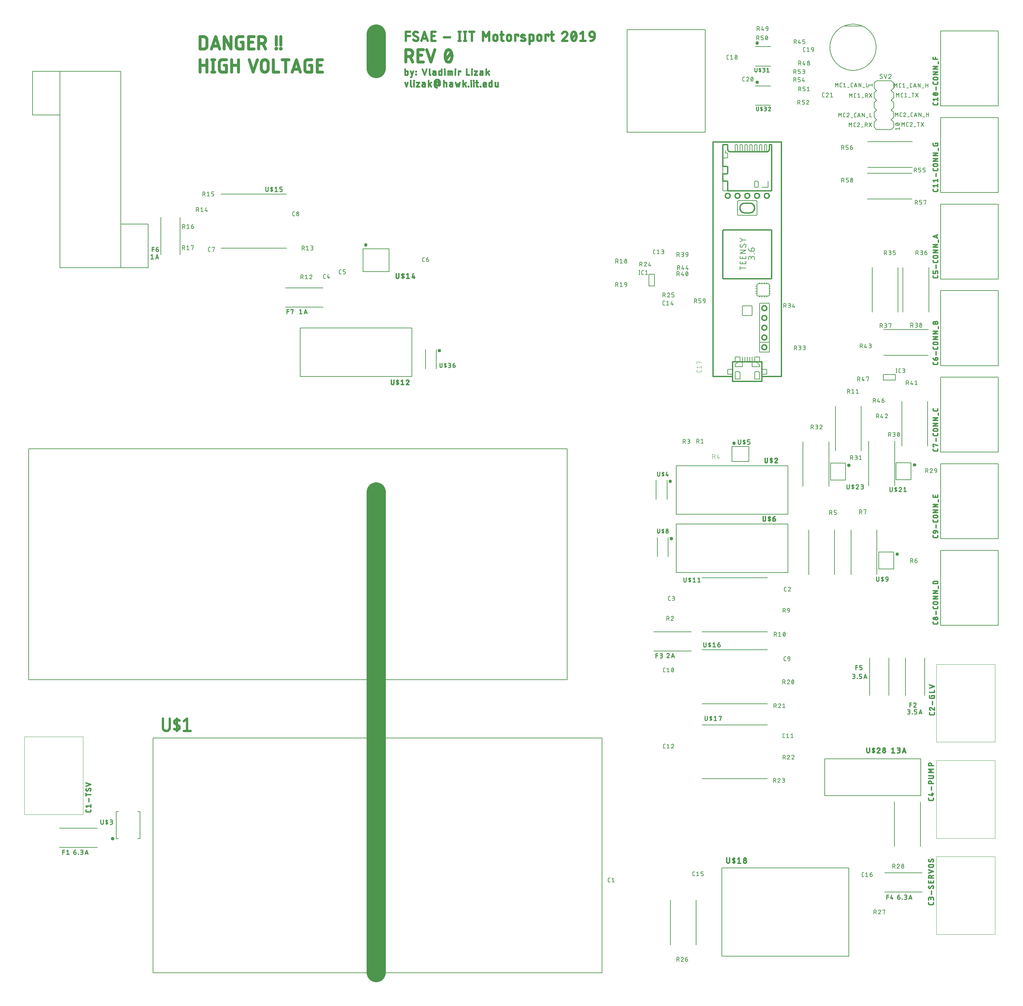
<source format=gbr>
G04 EAGLE Gerber RS-274X export*
G75*
%MOMM*%
%FSLAX34Y34*%
%LPD*%
%INSilkscreen Top*%
%IPPOS*%
%AMOC8*
5,1,8,0,0,1.08239X$1,22.5*%
G01*
%ADD10C,0.609600*%
%ADD11C,0.787400*%
%ADD12C,0.406400*%
%ADD13C,0.177800*%
%ADD14C,5.000000*%
%ADD15C,0.203200*%
%ADD16C,0.100000*%
%ADD17C,0.330200*%
%ADD18C,0.101600*%
%ADD19C,0.127000*%
%ADD20C,0.304800*%
%ADD21C,0.200000*%
%ADD22C,0.279400*%
%ADD23C,0.152400*%
%ADD24C,0.584200*%
%ADD25C,0.400000*%
%ADD26C,0.254000*%
%ADD27C,0.228600*%


D10*
X997048Y2472048D02*
X997048Y2495952D01*
X1007672Y2495952D01*
X1007672Y2485328D02*
X997048Y2485328D01*
X1023844Y2472048D02*
X1023988Y2472050D01*
X1024132Y2472056D01*
X1024275Y2472066D01*
X1024418Y2472079D01*
X1024561Y2472097D01*
X1024703Y2472118D01*
X1024845Y2472143D01*
X1024986Y2472172D01*
X1025126Y2472205D01*
X1025265Y2472242D01*
X1025403Y2472282D01*
X1025540Y2472326D01*
X1025676Y2472374D01*
X1025810Y2472425D01*
X1025943Y2472480D01*
X1026074Y2472539D01*
X1026204Y2472601D01*
X1026332Y2472667D01*
X1026458Y2472736D01*
X1026583Y2472808D01*
X1026705Y2472884D01*
X1026825Y2472963D01*
X1026943Y2473046D01*
X1027059Y2473131D01*
X1027172Y2473220D01*
X1027283Y2473311D01*
X1027391Y2473406D01*
X1027497Y2473504D01*
X1027600Y2473604D01*
X1027700Y2473707D01*
X1027798Y2473813D01*
X1027893Y2473921D01*
X1027984Y2474032D01*
X1028073Y2474145D01*
X1028158Y2474261D01*
X1028241Y2474379D01*
X1028320Y2474499D01*
X1028396Y2474621D01*
X1028468Y2474746D01*
X1028537Y2474872D01*
X1028603Y2475000D01*
X1028665Y2475130D01*
X1028724Y2475261D01*
X1028779Y2475394D01*
X1028830Y2475528D01*
X1028878Y2475664D01*
X1028922Y2475801D01*
X1028962Y2475939D01*
X1028999Y2476078D01*
X1029032Y2476218D01*
X1029061Y2476359D01*
X1029086Y2476501D01*
X1029107Y2476643D01*
X1029125Y2476786D01*
X1029138Y2476929D01*
X1029148Y2477072D01*
X1029154Y2477216D01*
X1029156Y2477360D01*
X1023844Y2472048D02*
X1023576Y2472051D01*
X1023307Y2472061D01*
X1023039Y2472077D01*
X1022772Y2472099D01*
X1022505Y2472128D01*
X1022238Y2472163D01*
X1021973Y2472205D01*
X1021709Y2472253D01*
X1021446Y2472307D01*
X1021184Y2472368D01*
X1020924Y2472434D01*
X1020666Y2472507D01*
X1020409Y2472587D01*
X1020155Y2472672D01*
X1019902Y2472763D01*
X1019652Y2472860D01*
X1019404Y2472964D01*
X1019159Y2473073D01*
X1018916Y2473188D01*
X1018677Y2473309D01*
X1018440Y2473435D01*
X1018206Y2473567D01*
X1017975Y2473705D01*
X1017748Y2473848D01*
X1017525Y2473996D01*
X1017304Y2474150D01*
X1017088Y2474309D01*
X1016876Y2474474D01*
X1016667Y2474643D01*
X1016463Y2474817D01*
X1016263Y2474996D01*
X1016067Y2475180D01*
X1015876Y2475368D01*
X1016540Y2490640D02*
X1016542Y2490784D01*
X1016548Y2490928D01*
X1016558Y2491071D01*
X1016571Y2491214D01*
X1016589Y2491357D01*
X1016610Y2491499D01*
X1016635Y2491641D01*
X1016664Y2491782D01*
X1016697Y2491922D01*
X1016734Y2492061D01*
X1016774Y2492199D01*
X1016818Y2492336D01*
X1016866Y2492472D01*
X1016917Y2492606D01*
X1016972Y2492739D01*
X1017031Y2492870D01*
X1017093Y2493000D01*
X1017159Y2493128D01*
X1017228Y2493254D01*
X1017300Y2493379D01*
X1017376Y2493501D01*
X1017455Y2493621D01*
X1017538Y2493739D01*
X1017623Y2493855D01*
X1017712Y2493968D01*
X1017803Y2494079D01*
X1017898Y2494187D01*
X1017996Y2494293D01*
X1018096Y2494396D01*
X1018199Y2494496D01*
X1018305Y2494594D01*
X1018413Y2494689D01*
X1018524Y2494780D01*
X1018637Y2494869D01*
X1018753Y2494954D01*
X1018871Y2495037D01*
X1018991Y2495116D01*
X1019113Y2495192D01*
X1019238Y2495264D01*
X1019364Y2495333D01*
X1019492Y2495399D01*
X1019622Y2495461D01*
X1019753Y2495520D01*
X1019886Y2495575D01*
X1020020Y2495626D01*
X1020156Y2495674D01*
X1020293Y2495718D01*
X1020431Y2495758D01*
X1020570Y2495795D01*
X1020710Y2495828D01*
X1020851Y2495857D01*
X1020993Y2495882D01*
X1021135Y2495903D01*
X1021278Y2495921D01*
X1021421Y2495934D01*
X1021564Y2495944D01*
X1021708Y2495950D01*
X1021852Y2495952D01*
X1022089Y2495949D01*
X1022327Y2495941D01*
X1022564Y2495927D01*
X1022800Y2495907D01*
X1023036Y2495881D01*
X1023271Y2495850D01*
X1023506Y2495814D01*
X1023740Y2495772D01*
X1023972Y2495724D01*
X1024203Y2495670D01*
X1024433Y2495612D01*
X1024662Y2495547D01*
X1024889Y2495478D01*
X1025114Y2495403D01*
X1025337Y2495322D01*
X1025559Y2495237D01*
X1025778Y2495146D01*
X1025995Y2495049D01*
X1026210Y2494948D01*
X1026422Y2494842D01*
X1026631Y2494730D01*
X1026838Y2494614D01*
X1027042Y2494493D01*
X1027244Y2494367D01*
X1027442Y2494236D01*
X1027636Y2494100D01*
X1027828Y2493960D01*
X1019196Y2485992D02*
X1019073Y2486067D01*
X1018953Y2486144D01*
X1018834Y2486225D01*
X1018717Y2486309D01*
X1018603Y2486397D01*
X1018492Y2486487D01*
X1018382Y2486580D01*
X1018275Y2486676D01*
X1018171Y2486775D01*
X1018070Y2486876D01*
X1017971Y2486981D01*
X1017875Y2487087D01*
X1017782Y2487197D01*
X1017691Y2487309D01*
X1017604Y2487423D01*
X1017520Y2487539D01*
X1017439Y2487658D01*
X1017361Y2487778D01*
X1017287Y2487901D01*
X1017216Y2488026D01*
X1017148Y2488152D01*
X1017083Y2488281D01*
X1017022Y2488411D01*
X1016964Y2488542D01*
X1016910Y2488675D01*
X1016860Y2488810D01*
X1016813Y2488946D01*
X1016770Y2489083D01*
X1016730Y2489221D01*
X1016694Y2489360D01*
X1016662Y2489500D01*
X1016633Y2489640D01*
X1016609Y2489782D01*
X1016588Y2489924D01*
X1016571Y2490067D01*
X1016557Y2490210D01*
X1016548Y2490353D01*
X1016542Y2490496D01*
X1016540Y2490640D01*
X1026500Y2482008D02*
X1026623Y2481933D01*
X1026743Y2481856D01*
X1026862Y2481775D01*
X1026979Y2481691D01*
X1027093Y2481603D01*
X1027204Y2481513D01*
X1027314Y2481420D01*
X1027421Y2481324D01*
X1027525Y2481225D01*
X1027626Y2481124D01*
X1027725Y2481019D01*
X1027821Y2480913D01*
X1027914Y2480803D01*
X1028005Y2480691D01*
X1028092Y2480577D01*
X1028176Y2480461D01*
X1028257Y2480342D01*
X1028335Y2480222D01*
X1028409Y2480099D01*
X1028480Y2479974D01*
X1028548Y2479848D01*
X1028613Y2479719D01*
X1028674Y2479589D01*
X1028732Y2479458D01*
X1028786Y2479325D01*
X1028836Y2479190D01*
X1028883Y2479054D01*
X1028926Y2478917D01*
X1028966Y2478779D01*
X1029002Y2478640D01*
X1029034Y2478500D01*
X1029063Y2478360D01*
X1029087Y2478218D01*
X1029108Y2478076D01*
X1029125Y2477933D01*
X1029139Y2477790D01*
X1029148Y2477647D01*
X1029154Y2477504D01*
X1029156Y2477360D01*
X1026500Y2482008D02*
X1019196Y2485992D01*
X1037385Y2472048D02*
X1045353Y2495952D01*
X1053321Y2472048D01*
X1051329Y2478024D02*
X1039377Y2478024D01*
X1063198Y2472048D02*
X1073822Y2472048D01*
X1063198Y2472048D02*
X1063198Y2495952D01*
X1073822Y2495952D01*
X1071166Y2485328D02*
X1063198Y2485328D01*
X1095660Y2481344D02*
X1111596Y2481344D01*
X1136703Y2472048D02*
X1136703Y2495952D01*
X1134047Y2472048D02*
X1139359Y2472048D01*
X1139359Y2495952D02*
X1134047Y2495952D01*
X1150878Y2495952D02*
X1150878Y2472048D01*
X1148222Y2472048D02*
X1153534Y2472048D01*
X1153534Y2495952D02*
X1148222Y2495952D01*
X1168203Y2495952D02*
X1168203Y2472048D01*
X1161563Y2495952D02*
X1174843Y2495952D01*
X1197247Y2495952D02*
X1197247Y2472048D01*
X1205215Y2482672D02*
X1197247Y2495952D01*
X1205215Y2482672D02*
X1213183Y2495952D01*
X1213183Y2472048D01*
X1224316Y2477360D02*
X1224316Y2482672D01*
X1224318Y2482817D01*
X1224324Y2482962D01*
X1224334Y2483107D01*
X1224348Y2483251D01*
X1224365Y2483395D01*
X1224387Y2483539D01*
X1224413Y2483682D01*
X1224442Y2483824D01*
X1224476Y2483965D01*
X1224513Y2484105D01*
X1224554Y2484244D01*
X1224599Y2484382D01*
X1224647Y2484519D01*
X1224700Y2484654D01*
X1224756Y2484788D01*
X1224815Y2484921D01*
X1224879Y2485051D01*
X1224945Y2485180D01*
X1225016Y2485307D01*
X1225089Y2485432D01*
X1225166Y2485555D01*
X1225247Y2485676D01*
X1225331Y2485794D01*
X1225417Y2485911D01*
X1225507Y2486024D01*
X1225601Y2486136D01*
X1225697Y2486244D01*
X1225796Y2486350D01*
X1225898Y2486454D01*
X1226002Y2486554D01*
X1226110Y2486652D01*
X1226220Y2486746D01*
X1226332Y2486838D01*
X1226447Y2486926D01*
X1226565Y2487012D01*
X1226684Y2487094D01*
X1226806Y2487173D01*
X1226930Y2487248D01*
X1227056Y2487320D01*
X1227184Y2487388D01*
X1227314Y2487453D01*
X1227445Y2487515D01*
X1227578Y2487573D01*
X1227713Y2487627D01*
X1227849Y2487677D01*
X1227987Y2487724D01*
X1228125Y2487767D01*
X1228265Y2487806D01*
X1228406Y2487841D01*
X1228547Y2487873D01*
X1228690Y2487900D01*
X1228833Y2487924D01*
X1228977Y2487944D01*
X1229121Y2487960D01*
X1229265Y2487972D01*
X1229410Y2487980D01*
X1229555Y2487984D01*
X1229701Y2487984D01*
X1229846Y2487980D01*
X1229991Y2487972D01*
X1230135Y2487960D01*
X1230279Y2487944D01*
X1230423Y2487924D01*
X1230566Y2487900D01*
X1230709Y2487873D01*
X1230850Y2487841D01*
X1230991Y2487806D01*
X1231131Y2487767D01*
X1231269Y2487724D01*
X1231407Y2487677D01*
X1231543Y2487627D01*
X1231678Y2487573D01*
X1231811Y2487515D01*
X1231942Y2487453D01*
X1232072Y2487388D01*
X1232200Y2487320D01*
X1232326Y2487248D01*
X1232450Y2487173D01*
X1232572Y2487094D01*
X1232691Y2487012D01*
X1232809Y2486926D01*
X1232924Y2486838D01*
X1233036Y2486746D01*
X1233146Y2486652D01*
X1233254Y2486554D01*
X1233358Y2486454D01*
X1233460Y2486350D01*
X1233559Y2486244D01*
X1233655Y2486136D01*
X1233749Y2486024D01*
X1233839Y2485911D01*
X1233925Y2485794D01*
X1234009Y2485676D01*
X1234090Y2485555D01*
X1234167Y2485432D01*
X1234240Y2485307D01*
X1234311Y2485180D01*
X1234377Y2485051D01*
X1234441Y2484921D01*
X1234500Y2484788D01*
X1234556Y2484654D01*
X1234609Y2484519D01*
X1234657Y2484382D01*
X1234702Y2484244D01*
X1234743Y2484105D01*
X1234780Y2483965D01*
X1234814Y2483824D01*
X1234843Y2483682D01*
X1234869Y2483539D01*
X1234891Y2483395D01*
X1234908Y2483251D01*
X1234922Y2483107D01*
X1234932Y2482962D01*
X1234938Y2482817D01*
X1234940Y2482672D01*
X1234940Y2477360D01*
X1234938Y2477215D01*
X1234932Y2477070D01*
X1234922Y2476925D01*
X1234908Y2476781D01*
X1234891Y2476637D01*
X1234869Y2476493D01*
X1234843Y2476350D01*
X1234814Y2476208D01*
X1234780Y2476067D01*
X1234743Y2475927D01*
X1234702Y2475788D01*
X1234657Y2475650D01*
X1234609Y2475513D01*
X1234556Y2475378D01*
X1234500Y2475244D01*
X1234441Y2475111D01*
X1234377Y2474981D01*
X1234311Y2474852D01*
X1234240Y2474725D01*
X1234167Y2474600D01*
X1234090Y2474477D01*
X1234009Y2474356D01*
X1233925Y2474238D01*
X1233839Y2474121D01*
X1233749Y2474008D01*
X1233655Y2473896D01*
X1233559Y2473788D01*
X1233460Y2473682D01*
X1233358Y2473578D01*
X1233254Y2473478D01*
X1233146Y2473380D01*
X1233036Y2473286D01*
X1232924Y2473194D01*
X1232809Y2473106D01*
X1232691Y2473020D01*
X1232572Y2472938D01*
X1232450Y2472859D01*
X1232326Y2472784D01*
X1232200Y2472712D01*
X1232072Y2472644D01*
X1231942Y2472579D01*
X1231811Y2472517D01*
X1231678Y2472459D01*
X1231543Y2472405D01*
X1231407Y2472355D01*
X1231269Y2472308D01*
X1231131Y2472265D01*
X1230991Y2472226D01*
X1230850Y2472191D01*
X1230709Y2472159D01*
X1230566Y2472132D01*
X1230423Y2472108D01*
X1230279Y2472088D01*
X1230135Y2472072D01*
X1229991Y2472060D01*
X1229846Y2472052D01*
X1229701Y2472048D01*
X1229555Y2472048D01*
X1229410Y2472052D01*
X1229265Y2472060D01*
X1229121Y2472072D01*
X1228977Y2472088D01*
X1228833Y2472108D01*
X1228690Y2472132D01*
X1228547Y2472159D01*
X1228406Y2472191D01*
X1228265Y2472226D01*
X1228125Y2472265D01*
X1227987Y2472308D01*
X1227849Y2472355D01*
X1227713Y2472405D01*
X1227578Y2472459D01*
X1227445Y2472517D01*
X1227314Y2472579D01*
X1227184Y2472644D01*
X1227056Y2472712D01*
X1226930Y2472784D01*
X1226806Y2472859D01*
X1226684Y2472938D01*
X1226565Y2473020D01*
X1226447Y2473106D01*
X1226332Y2473194D01*
X1226220Y2473286D01*
X1226110Y2473380D01*
X1226002Y2473478D01*
X1225898Y2473578D01*
X1225796Y2473682D01*
X1225697Y2473788D01*
X1225601Y2473896D01*
X1225507Y2474008D01*
X1225417Y2474121D01*
X1225331Y2474238D01*
X1225247Y2474356D01*
X1225166Y2474477D01*
X1225089Y2474600D01*
X1225016Y2474725D01*
X1224945Y2474852D01*
X1224879Y2474981D01*
X1224815Y2475111D01*
X1224756Y2475244D01*
X1224700Y2475378D01*
X1224647Y2475513D01*
X1224599Y2475650D01*
X1224554Y2475788D01*
X1224513Y2475927D01*
X1224476Y2476067D01*
X1224442Y2476208D01*
X1224413Y2476350D01*
X1224387Y2476493D01*
X1224365Y2476637D01*
X1224348Y2476781D01*
X1224334Y2476925D01*
X1224324Y2477070D01*
X1224318Y2477215D01*
X1224316Y2477360D01*
X1242736Y2487984D02*
X1250704Y2487984D01*
X1245392Y2495952D02*
X1245392Y2476032D01*
X1245394Y2475907D01*
X1245400Y2475782D01*
X1245410Y2475657D01*
X1245423Y2475533D01*
X1245441Y2475409D01*
X1245463Y2475285D01*
X1245488Y2475163D01*
X1245517Y2475041D01*
X1245550Y2474920D01*
X1245587Y2474801D01*
X1245628Y2474682D01*
X1245672Y2474565D01*
X1245720Y2474450D01*
X1245771Y2474336D01*
X1245826Y2474223D01*
X1245885Y2474113D01*
X1245947Y2474004D01*
X1246012Y2473897D01*
X1246081Y2473793D01*
X1246153Y2473690D01*
X1246228Y2473590D01*
X1246306Y2473493D01*
X1246388Y2473397D01*
X1246472Y2473305D01*
X1246559Y2473215D01*
X1246649Y2473128D01*
X1246741Y2473044D01*
X1246837Y2472962D01*
X1246934Y2472884D01*
X1247034Y2472809D01*
X1247137Y2472737D01*
X1247241Y2472668D01*
X1247348Y2472603D01*
X1247457Y2472541D01*
X1247567Y2472482D01*
X1247680Y2472427D01*
X1247794Y2472376D01*
X1247909Y2472328D01*
X1248026Y2472284D01*
X1248145Y2472243D01*
X1248264Y2472206D01*
X1248385Y2472173D01*
X1248507Y2472144D01*
X1248629Y2472119D01*
X1248753Y2472097D01*
X1248877Y2472079D01*
X1249001Y2472066D01*
X1249126Y2472056D01*
X1249251Y2472050D01*
X1249376Y2472048D01*
X1250704Y2472048D01*
X1259753Y2477360D02*
X1259753Y2482672D01*
X1259755Y2482817D01*
X1259761Y2482962D01*
X1259771Y2483107D01*
X1259785Y2483251D01*
X1259802Y2483395D01*
X1259824Y2483539D01*
X1259850Y2483682D01*
X1259879Y2483824D01*
X1259913Y2483965D01*
X1259950Y2484105D01*
X1259991Y2484244D01*
X1260036Y2484382D01*
X1260084Y2484519D01*
X1260137Y2484654D01*
X1260193Y2484788D01*
X1260252Y2484921D01*
X1260316Y2485051D01*
X1260382Y2485180D01*
X1260453Y2485307D01*
X1260526Y2485432D01*
X1260603Y2485555D01*
X1260684Y2485676D01*
X1260768Y2485794D01*
X1260854Y2485911D01*
X1260944Y2486024D01*
X1261038Y2486136D01*
X1261134Y2486244D01*
X1261233Y2486350D01*
X1261335Y2486454D01*
X1261439Y2486554D01*
X1261547Y2486652D01*
X1261657Y2486746D01*
X1261769Y2486838D01*
X1261884Y2486926D01*
X1262002Y2487012D01*
X1262121Y2487094D01*
X1262243Y2487173D01*
X1262367Y2487248D01*
X1262493Y2487320D01*
X1262621Y2487388D01*
X1262751Y2487453D01*
X1262882Y2487515D01*
X1263015Y2487573D01*
X1263150Y2487627D01*
X1263286Y2487677D01*
X1263424Y2487724D01*
X1263562Y2487767D01*
X1263702Y2487806D01*
X1263843Y2487841D01*
X1263984Y2487873D01*
X1264127Y2487900D01*
X1264270Y2487924D01*
X1264414Y2487944D01*
X1264558Y2487960D01*
X1264702Y2487972D01*
X1264847Y2487980D01*
X1264992Y2487984D01*
X1265138Y2487984D01*
X1265283Y2487980D01*
X1265428Y2487972D01*
X1265572Y2487960D01*
X1265716Y2487944D01*
X1265860Y2487924D01*
X1266003Y2487900D01*
X1266146Y2487873D01*
X1266287Y2487841D01*
X1266428Y2487806D01*
X1266568Y2487767D01*
X1266706Y2487724D01*
X1266844Y2487677D01*
X1266980Y2487627D01*
X1267115Y2487573D01*
X1267248Y2487515D01*
X1267379Y2487453D01*
X1267509Y2487388D01*
X1267637Y2487320D01*
X1267763Y2487248D01*
X1267887Y2487173D01*
X1268009Y2487094D01*
X1268128Y2487012D01*
X1268246Y2486926D01*
X1268361Y2486838D01*
X1268473Y2486746D01*
X1268583Y2486652D01*
X1268691Y2486554D01*
X1268795Y2486454D01*
X1268897Y2486350D01*
X1268996Y2486244D01*
X1269092Y2486136D01*
X1269186Y2486024D01*
X1269276Y2485911D01*
X1269362Y2485794D01*
X1269446Y2485676D01*
X1269527Y2485555D01*
X1269604Y2485432D01*
X1269677Y2485307D01*
X1269748Y2485180D01*
X1269814Y2485051D01*
X1269878Y2484921D01*
X1269937Y2484788D01*
X1269993Y2484654D01*
X1270046Y2484519D01*
X1270094Y2484382D01*
X1270139Y2484244D01*
X1270180Y2484105D01*
X1270217Y2483965D01*
X1270251Y2483824D01*
X1270280Y2483682D01*
X1270306Y2483539D01*
X1270328Y2483395D01*
X1270345Y2483251D01*
X1270359Y2483107D01*
X1270369Y2482962D01*
X1270375Y2482817D01*
X1270377Y2482672D01*
X1270377Y2477360D01*
X1270375Y2477215D01*
X1270369Y2477070D01*
X1270359Y2476925D01*
X1270345Y2476781D01*
X1270328Y2476637D01*
X1270306Y2476493D01*
X1270280Y2476350D01*
X1270251Y2476208D01*
X1270217Y2476067D01*
X1270180Y2475927D01*
X1270139Y2475788D01*
X1270094Y2475650D01*
X1270046Y2475513D01*
X1269993Y2475378D01*
X1269937Y2475244D01*
X1269878Y2475111D01*
X1269814Y2474981D01*
X1269748Y2474852D01*
X1269677Y2474725D01*
X1269604Y2474600D01*
X1269527Y2474477D01*
X1269446Y2474356D01*
X1269362Y2474238D01*
X1269276Y2474121D01*
X1269186Y2474008D01*
X1269092Y2473896D01*
X1268996Y2473788D01*
X1268897Y2473682D01*
X1268795Y2473578D01*
X1268691Y2473478D01*
X1268583Y2473380D01*
X1268473Y2473286D01*
X1268361Y2473194D01*
X1268246Y2473106D01*
X1268128Y2473020D01*
X1268009Y2472938D01*
X1267887Y2472859D01*
X1267763Y2472784D01*
X1267637Y2472712D01*
X1267509Y2472644D01*
X1267379Y2472579D01*
X1267248Y2472517D01*
X1267115Y2472459D01*
X1266980Y2472405D01*
X1266844Y2472355D01*
X1266706Y2472308D01*
X1266568Y2472265D01*
X1266428Y2472226D01*
X1266287Y2472191D01*
X1266146Y2472159D01*
X1266003Y2472132D01*
X1265860Y2472108D01*
X1265716Y2472088D01*
X1265572Y2472072D01*
X1265428Y2472060D01*
X1265283Y2472052D01*
X1265138Y2472048D01*
X1264992Y2472048D01*
X1264847Y2472052D01*
X1264702Y2472060D01*
X1264558Y2472072D01*
X1264414Y2472088D01*
X1264270Y2472108D01*
X1264127Y2472132D01*
X1263984Y2472159D01*
X1263843Y2472191D01*
X1263702Y2472226D01*
X1263562Y2472265D01*
X1263424Y2472308D01*
X1263286Y2472355D01*
X1263150Y2472405D01*
X1263015Y2472459D01*
X1262882Y2472517D01*
X1262751Y2472579D01*
X1262621Y2472644D01*
X1262493Y2472712D01*
X1262367Y2472784D01*
X1262243Y2472859D01*
X1262121Y2472938D01*
X1262002Y2473020D01*
X1261884Y2473106D01*
X1261769Y2473194D01*
X1261657Y2473286D01*
X1261547Y2473380D01*
X1261439Y2473478D01*
X1261335Y2473578D01*
X1261233Y2473682D01*
X1261134Y2473788D01*
X1261038Y2473896D01*
X1260944Y2474008D01*
X1260854Y2474121D01*
X1260768Y2474238D01*
X1260684Y2474356D01*
X1260603Y2474477D01*
X1260526Y2474600D01*
X1260453Y2474725D01*
X1260382Y2474852D01*
X1260316Y2474981D01*
X1260252Y2475111D01*
X1260193Y2475244D01*
X1260137Y2475378D01*
X1260084Y2475513D01*
X1260036Y2475650D01*
X1259991Y2475788D01*
X1259950Y2475927D01*
X1259913Y2476067D01*
X1259879Y2476208D01*
X1259850Y2476350D01*
X1259824Y2476493D01*
X1259802Y2476637D01*
X1259785Y2476781D01*
X1259771Y2476925D01*
X1259761Y2477070D01*
X1259755Y2477215D01*
X1259753Y2477360D01*
X1281197Y2472048D02*
X1281197Y2487984D01*
X1289165Y2487984D01*
X1289165Y2485328D01*
X1298757Y2481344D02*
X1305397Y2478688D01*
X1298757Y2481344D02*
X1298650Y2481389D01*
X1298544Y2481438D01*
X1298440Y2481490D01*
X1298338Y2481546D01*
X1298237Y2481605D01*
X1298139Y2481668D01*
X1298043Y2481734D01*
X1297949Y2481803D01*
X1297857Y2481875D01*
X1297768Y2481950D01*
X1297682Y2482028D01*
X1297598Y2482110D01*
X1297517Y2482193D01*
X1297439Y2482280D01*
X1297364Y2482369D01*
X1297292Y2482461D01*
X1297224Y2482555D01*
X1297158Y2482651D01*
X1297096Y2482750D01*
X1297037Y2482850D01*
X1296981Y2482953D01*
X1296929Y2483057D01*
X1296881Y2483163D01*
X1296836Y2483270D01*
X1296795Y2483379D01*
X1296757Y2483490D01*
X1296724Y2483601D01*
X1296694Y2483714D01*
X1296668Y2483827D01*
X1296646Y2483942D01*
X1296627Y2484057D01*
X1296613Y2484173D01*
X1296602Y2484289D01*
X1296596Y2484405D01*
X1296593Y2484521D01*
X1296594Y2484638D01*
X1296600Y2484754D01*
X1296609Y2484871D01*
X1296622Y2484986D01*
X1296639Y2485102D01*
X1296660Y2485216D01*
X1296685Y2485330D01*
X1296713Y2485443D01*
X1296746Y2485555D01*
X1296782Y2485666D01*
X1296822Y2485775D01*
X1296865Y2485883D01*
X1296913Y2485990D01*
X1296963Y2486095D01*
X1297018Y2486198D01*
X1297076Y2486299D01*
X1297137Y2486398D01*
X1297201Y2486495D01*
X1297269Y2486590D01*
X1297340Y2486682D01*
X1297414Y2486772D01*
X1297491Y2486860D01*
X1297571Y2486945D01*
X1297654Y2487027D01*
X1297739Y2487106D01*
X1297827Y2487182D01*
X1297918Y2487255D01*
X1298011Y2487325D01*
X1298106Y2487392D01*
X1298204Y2487456D01*
X1298304Y2487516D01*
X1298405Y2487573D01*
X1298509Y2487627D01*
X1298614Y2487677D01*
X1298721Y2487723D01*
X1298830Y2487766D01*
X1298939Y2487805D01*
X1299050Y2487840D01*
X1299163Y2487871D01*
X1299276Y2487899D01*
X1299390Y2487923D01*
X1299505Y2487943D01*
X1299620Y2487959D01*
X1299736Y2487971D01*
X1299852Y2487979D01*
X1299969Y2487983D01*
X1300085Y2487984D01*
X1300448Y2487975D01*
X1300810Y2487957D01*
X1301172Y2487930D01*
X1301533Y2487894D01*
X1301892Y2487850D01*
X1302251Y2487797D01*
X1302609Y2487735D01*
X1302964Y2487665D01*
X1303318Y2487586D01*
X1303670Y2487499D01*
X1304020Y2487404D01*
X1304367Y2487300D01*
X1304712Y2487187D01*
X1305054Y2487067D01*
X1305393Y2486938D01*
X1305729Y2486801D01*
X1306061Y2486656D01*
X1305398Y2478688D02*
X1305505Y2478643D01*
X1305611Y2478594D01*
X1305715Y2478542D01*
X1305817Y2478486D01*
X1305918Y2478427D01*
X1306016Y2478364D01*
X1306112Y2478298D01*
X1306206Y2478229D01*
X1306298Y2478157D01*
X1306387Y2478082D01*
X1306473Y2478004D01*
X1306557Y2477922D01*
X1306638Y2477839D01*
X1306716Y2477752D01*
X1306791Y2477663D01*
X1306863Y2477571D01*
X1306931Y2477477D01*
X1306997Y2477381D01*
X1307059Y2477282D01*
X1307118Y2477182D01*
X1307174Y2477079D01*
X1307226Y2476975D01*
X1307274Y2476869D01*
X1307319Y2476762D01*
X1307360Y2476653D01*
X1307398Y2476542D01*
X1307431Y2476431D01*
X1307461Y2476318D01*
X1307487Y2476205D01*
X1307509Y2476090D01*
X1307528Y2475975D01*
X1307542Y2475859D01*
X1307553Y2475743D01*
X1307559Y2475627D01*
X1307562Y2475511D01*
X1307561Y2475394D01*
X1307555Y2475278D01*
X1307546Y2475161D01*
X1307533Y2475046D01*
X1307516Y2474930D01*
X1307495Y2474816D01*
X1307470Y2474702D01*
X1307442Y2474589D01*
X1307409Y2474477D01*
X1307373Y2474366D01*
X1307333Y2474257D01*
X1307290Y2474149D01*
X1307242Y2474042D01*
X1307192Y2473937D01*
X1307137Y2473834D01*
X1307079Y2473733D01*
X1307018Y2473634D01*
X1306954Y2473537D01*
X1306886Y2473442D01*
X1306815Y2473350D01*
X1306741Y2473260D01*
X1306664Y2473172D01*
X1306584Y2473087D01*
X1306501Y2473005D01*
X1306416Y2472926D01*
X1306328Y2472850D01*
X1306237Y2472777D01*
X1306144Y2472707D01*
X1306049Y2472640D01*
X1305951Y2472576D01*
X1305851Y2472516D01*
X1305750Y2472459D01*
X1305646Y2472405D01*
X1305541Y2472355D01*
X1305434Y2472309D01*
X1305325Y2472266D01*
X1305216Y2472227D01*
X1305105Y2472192D01*
X1304992Y2472161D01*
X1304879Y2472133D01*
X1304765Y2472109D01*
X1304650Y2472089D01*
X1304535Y2472073D01*
X1304419Y2472061D01*
X1304303Y2472053D01*
X1304186Y2472049D01*
X1304070Y2472048D01*
X1304069Y2472047D02*
X1303537Y2472061D01*
X1303005Y2472088D01*
X1302473Y2472127D01*
X1301943Y2472178D01*
X1301414Y2472243D01*
X1300887Y2472319D01*
X1300362Y2472408D01*
X1299839Y2472510D01*
X1299319Y2472624D01*
X1298801Y2472750D01*
X1298287Y2472888D01*
X1297776Y2473038D01*
X1297269Y2473201D01*
X1296765Y2473375D01*
X1318165Y2464080D02*
X1318165Y2487984D01*
X1324805Y2487984D01*
X1324930Y2487982D01*
X1325055Y2487976D01*
X1325180Y2487966D01*
X1325304Y2487953D01*
X1325428Y2487935D01*
X1325552Y2487913D01*
X1325674Y2487888D01*
X1325796Y2487859D01*
X1325917Y2487826D01*
X1326036Y2487789D01*
X1326155Y2487748D01*
X1326272Y2487704D01*
X1326387Y2487656D01*
X1326501Y2487605D01*
X1326614Y2487550D01*
X1326724Y2487491D01*
X1326833Y2487429D01*
X1326940Y2487364D01*
X1327044Y2487295D01*
X1327147Y2487223D01*
X1327247Y2487148D01*
X1327344Y2487070D01*
X1327440Y2486988D01*
X1327532Y2486904D01*
X1327622Y2486817D01*
X1327709Y2486727D01*
X1327793Y2486635D01*
X1327875Y2486539D01*
X1327953Y2486442D01*
X1328028Y2486342D01*
X1328100Y2486239D01*
X1328169Y2486135D01*
X1328234Y2486028D01*
X1328296Y2485919D01*
X1328355Y2485809D01*
X1328410Y2485696D01*
X1328461Y2485582D01*
X1328509Y2485467D01*
X1328553Y2485350D01*
X1328594Y2485231D01*
X1328631Y2485112D01*
X1328664Y2484991D01*
X1328693Y2484869D01*
X1328718Y2484747D01*
X1328740Y2484623D01*
X1328758Y2484499D01*
X1328771Y2484375D01*
X1328781Y2484250D01*
X1328787Y2484125D01*
X1328789Y2484000D01*
X1328789Y2476032D01*
X1328787Y2475907D01*
X1328781Y2475782D01*
X1328771Y2475657D01*
X1328758Y2475533D01*
X1328740Y2475409D01*
X1328718Y2475285D01*
X1328693Y2475163D01*
X1328664Y2475041D01*
X1328631Y2474920D01*
X1328594Y2474801D01*
X1328553Y2474682D01*
X1328509Y2474565D01*
X1328461Y2474450D01*
X1328410Y2474336D01*
X1328355Y2474223D01*
X1328296Y2474113D01*
X1328234Y2474004D01*
X1328169Y2473897D01*
X1328100Y2473793D01*
X1328028Y2473690D01*
X1327953Y2473590D01*
X1327875Y2473493D01*
X1327793Y2473397D01*
X1327709Y2473305D01*
X1327622Y2473215D01*
X1327532Y2473128D01*
X1327440Y2473044D01*
X1327344Y2472962D01*
X1327247Y2472884D01*
X1327147Y2472809D01*
X1327044Y2472737D01*
X1326940Y2472668D01*
X1326833Y2472603D01*
X1326724Y2472541D01*
X1326614Y2472482D01*
X1326501Y2472427D01*
X1326387Y2472376D01*
X1326272Y2472328D01*
X1326155Y2472284D01*
X1326036Y2472243D01*
X1325917Y2472206D01*
X1325796Y2472173D01*
X1325674Y2472144D01*
X1325552Y2472119D01*
X1325428Y2472097D01*
X1325304Y2472079D01*
X1325180Y2472066D01*
X1325055Y2472056D01*
X1324930Y2472050D01*
X1324805Y2472048D01*
X1318165Y2472048D01*
X1338503Y2477360D02*
X1338503Y2482672D01*
X1338505Y2482817D01*
X1338511Y2482962D01*
X1338521Y2483107D01*
X1338535Y2483251D01*
X1338552Y2483395D01*
X1338574Y2483539D01*
X1338600Y2483682D01*
X1338629Y2483824D01*
X1338663Y2483965D01*
X1338700Y2484105D01*
X1338741Y2484244D01*
X1338786Y2484382D01*
X1338834Y2484519D01*
X1338887Y2484654D01*
X1338943Y2484788D01*
X1339002Y2484921D01*
X1339066Y2485051D01*
X1339132Y2485180D01*
X1339203Y2485307D01*
X1339276Y2485432D01*
X1339353Y2485555D01*
X1339434Y2485676D01*
X1339518Y2485794D01*
X1339604Y2485911D01*
X1339694Y2486024D01*
X1339788Y2486136D01*
X1339884Y2486244D01*
X1339983Y2486350D01*
X1340085Y2486454D01*
X1340189Y2486554D01*
X1340297Y2486652D01*
X1340407Y2486746D01*
X1340519Y2486838D01*
X1340634Y2486926D01*
X1340752Y2487012D01*
X1340871Y2487094D01*
X1340993Y2487173D01*
X1341117Y2487248D01*
X1341243Y2487320D01*
X1341371Y2487388D01*
X1341501Y2487453D01*
X1341632Y2487515D01*
X1341765Y2487573D01*
X1341900Y2487627D01*
X1342036Y2487677D01*
X1342174Y2487724D01*
X1342312Y2487767D01*
X1342452Y2487806D01*
X1342593Y2487841D01*
X1342734Y2487873D01*
X1342877Y2487900D01*
X1343020Y2487924D01*
X1343164Y2487944D01*
X1343308Y2487960D01*
X1343452Y2487972D01*
X1343597Y2487980D01*
X1343742Y2487984D01*
X1343888Y2487984D01*
X1344033Y2487980D01*
X1344178Y2487972D01*
X1344322Y2487960D01*
X1344466Y2487944D01*
X1344610Y2487924D01*
X1344753Y2487900D01*
X1344896Y2487873D01*
X1345037Y2487841D01*
X1345178Y2487806D01*
X1345318Y2487767D01*
X1345456Y2487724D01*
X1345594Y2487677D01*
X1345730Y2487627D01*
X1345865Y2487573D01*
X1345998Y2487515D01*
X1346129Y2487453D01*
X1346259Y2487388D01*
X1346387Y2487320D01*
X1346513Y2487248D01*
X1346637Y2487173D01*
X1346759Y2487094D01*
X1346878Y2487012D01*
X1346996Y2486926D01*
X1347111Y2486838D01*
X1347223Y2486746D01*
X1347333Y2486652D01*
X1347441Y2486554D01*
X1347545Y2486454D01*
X1347647Y2486350D01*
X1347746Y2486244D01*
X1347842Y2486136D01*
X1347936Y2486024D01*
X1348026Y2485911D01*
X1348112Y2485794D01*
X1348196Y2485676D01*
X1348277Y2485555D01*
X1348354Y2485432D01*
X1348427Y2485307D01*
X1348498Y2485180D01*
X1348564Y2485051D01*
X1348628Y2484921D01*
X1348687Y2484788D01*
X1348743Y2484654D01*
X1348796Y2484519D01*
X1348844Y2484382D01*
X1348889Y2484244D01*
X1348930Y2484105D01*
X1348967Y2483965D01*
X1349001Y2483824D01*
X1349030Y2483682D01*
X1349056Y2483539D01*
X1349078Y2483395D01*
X1349095Y2483251D01*
X1349109Y2483107D01*
X1349119Y2482962D01*
X1349125Y2482817D01*
X1349127Y2482672D01*
X1349127Y2477360D01*
X1349125Y2477215D01*
X1349119Y2477070D01*
X1349109Y2476925D01*
X1349095Y2476781D01*
X1349078Y2476637D01*
X1349056Y2476493D01*
X1349030Y2476350D01*
X1349001Y2476208D01*
X1348967Y2476067D01*
X1348930Y2475927D01*
X1348889Y2475788D01*
X1348844Y2475650D01*
X1348796Y2475513D01*
X1348743Y2475378D01*
X1348687Y2475244D01*
X1348628Y2475111D01*
X1348564Y2474981D01*
X1348498Y2474852D01*
X1348427Y2474725D01*
X1348354Y2474600D01*
X1348277Y2474477D01*
X1348196Y2474356D01*
X1348112Y2474238D01*
X1348026Y2474121D01*
X1347936Y2474008D01*
X1347842Y2473896D01*
X1347746Y2473788D01*
X1347647Y2473682D01*
X1347545Y2473578D01*
X1347441Y2473478D01*
X1347333Y2473380D01*
X1347223Y2473286D01*
X1347111Y2473194D01*
X1346996Y2473106D01*
X1346878Y2473020D01*
X1346759Y2472938D01*
X1346637Y2472859D01*
X1346513Y2472784D01*
X1346387Y2472712D01*
X1346259Y2472644D01*
X1346129Y2472579D01*
X1345998Y2472517D01*
X1345865Y2472459D01*
X1345730Y2472405D01*
X1345594Y2472355D01*
X1345456Y2472308D01*
X1345318Y2472265D01*
X1345178Y2472226D01*
X1345037Y2472191D01*
X1344896Y2472159D01*
X1344753Y2472132D01*
X1344610Y2472108D01*
X1344466Y2472088D01*
X1344322Y2472072D01*
X1344178Y2472060D01*
X1344033Y2472052D01*
X1343888Y2472048D01*
X1343742Y2472048D01*
X1343597Y2472052D01*
X1343452Y2472060D01*
X1343308Y2472072D01*
X1343164Y2472088D01*
X1343020Y2472108D01*
X1342877Y2472132D01*
X1342734Y2472159D01*
X1342593Y2472191D01*
X1342452Y2472226D01*
X1342312Y2472265D01*
X1342174Y2472308D01*
X1342036Y2472355D01*
X1341900Y2472405D01*
X1341765Y2472459D01*
X1341632Y2472517D01*
X1341501Y2472579D01*
X1341371Y2472644D01*
X1341243Y2472712D01*
X1341117Y2472784D01*
X1340993Y2472859D01*
X1340871Y2472938D01*
X1340752Y2473020D01*
X1340634Y2473106D01*
X1340519Y2473194D01*
X1340407Y2473286D01*
X1340297Y2473380D01*
X1340189Y2473478D01*
X1340085Y2473578D01*
X1339983Y2473682D01*
X1339884Y2473788D01*
X1339788Y2473896D01*
X1339694Y2474008D01*
X1339604Y2474121D01*
X1339518Y2474238D01*
X1339434Y2474356D01*
X1339353Y2474477D01*
X1339276Y2474600D01*
X1339203Y2474725D01*
X1339132Y2474852D01*
X1339066Y2474981D01*
X1339002Y2475111D01*
X1338943Y2475244D01*
X1338887Y2475378D01*
X1338834Y2475513D01*
X1338786Y2475650D01*
X1338741Y2475788D01*
X1338700Y2475927D01*
X1338663Y2476067D01*
X1338629Y2476208D01*
X1338600Y2476350D01*
X1338574Y2476493D01*
X1338552Y2476637D01*
X1338535Y2476781D01*
X1338521Y2476925D01*
X1338511Y2477070D01*
X1338505Y2477215D01*
X1338503Y2477360D01*
X1359946Y2472048D02*
X1359946Y2487984D01*
X1367914Y2487984D01*
X1367914Y2485328D01*
X1373461Y2487984D02*
X1381429Y2487984D01*
X1376117Y2495952D02*
X1376117Y2476032D01*
X1376119Y2475907D01*
X1376125Y2475782D01*
X1376135Y2475657D01*
X1376148Y2475533D01*
X1376166Y2475409D01*
X1376188Y2475285D01*
X1376213Y2475163D01*
X1376242Y2475041D01*
X1376275Y2474920D01*
X1376312Y2474801D01*
X1376353Y2474682D01*
X1376397Y2474565D01*
X1376445Y2474450D01*
X1376496Y2474336D01*
X1376551Y2474223D01*
X1376610Y2474113D01*
X1376672Y2474004D01*
X1376737Y2473897D01*
X1376806Y2473793D01*
X1376878Y2473690D01*
X1376953Y2473590D01*
X1377031Y2473493D01*
X1377113Y2473397D01*
X1377197Y2473305D01*
X1377284Y2473215D01*
X1377374Y2473128D01*
X1377466Y2473044D01*
X1377562Y2472962D01*
X1377659Y2472884D01*
X1377759Y2472809D01*
X1377862Y2472737D01*
X1377966Y2472668D01*
X1378073Y2472603D01*
X1378182Y2472541D01*
X1378292Y2472482D01*
X1378405Y2472427D01*
X1378519Y2472376D01*
X1378634Y2472328D01*
X1378751Y2472284D01*
X1378870Y2472243D01*
X1378989Y2472206D01*
X1379110Y2472173D01*
X1379232Y2472144D01*
X1379354Y2472119D01*
X1379478Y2472097D01*
X1379602Y2472079D01*
X1379726Y2472066D01*
X1379851Y2472056D01*
X1379976Y2472050D01*
X1380101Y2472048D01*
X1381429Y2472048D01*
X1410628Y2495952D02*
X1410782Y2495950D01*
X1410936Y2495944D01*
X1411089Y2495934D01*
X1411242Y2495920D01*
X1411395Y2495903D01*
X1411548Y2495881D01*
X1411699Y2495855D01*
X1411850Y2495826D01*
X1412001Y2495792D01*
X1412150Y2495755D01*
X1412298Y2495714D01*
X1412445Y2495669D01*
X1412591Y2495620D01*
X1412736Y2495568D01*
X1412879Y2495512D01*
X1413021Y2495452D01*
X1413161Y2495388D01*
X1413300Y2495321D01*
X1413437Y2495251D01*
X1413571Y2495177D01*
X1413704Y2495099D01*
X1413835Y2495018D01*
X1413964Y2494934D01*
X1414091Y2494847D01*
X1414215Y2494756D01*
X1414337Y2494662D01*
X1414456Y2494565D01*
X1414573Y2494465D01*
X1414687Y2494362D01*
X1414799Y2494256D01*
X1414908Y2494147D01*
X1415014Y2494035D01*
X1415117Y2493921D01*
X1415217Y2493804D01*
X1415314Y2493685D01*
X1415408Y2493563D01*
X1415499Y2493439D01*
X1415586Y2493312D01*
X1415670Y2493183D01*
X1415751Y2493052D01*
X1415829Y2492919D01*
X1415903Y2492785D01*
X1415973Y2492648D01*
X1416040Y2492509D01*
X1416104Y2492369D01*
X1416164Y2492227D01*
X1416220Y2492084D01*
X1416272Y2491939D01*
X1416321Y2491793D01*
X1416366Y2491646D01*
X1416407Y2491498D01*
X1416444Y2491349D01*
X1416478Y2491198D01*
X1416507Y2491047D01*
X1416533Y2490896D01*
X1416555Y2490743D01*
X1416572Y2490590D01*
X1416586Y2490437D01*
X1416596Y2490284D01*
X1416602Y2490130D01*
X1416604Y2489976D01*
X1410628Y2495953D02*
X1410442Y2495951D01*
X1410257Y2495944D01*
X1410071Y2495933D01*
X1409886Y2495917D01*
X1409702Y2495897D01*
X1409518Y2495872D01*
X1409334Y2495843D01*
X1409152Y2495810D01*
X1408970Y2495772D01*
X1408789Y2495730D01*
X1408609Y2495683D01*
X1408431Y2495632D01*
X1408254Y2495577D01*
X1408078Y2495517D01*
X1407903Y2495453D01*
X1407731Y2495385D01*
X1407559Y2495313D01*
X1407390Y2495237D01*
X1407223Y2495157D01*
X1407057Y2495072D01*
X1406894Y2494984D01*
X1406733Y2494892D01*
X1406574Y2494796D01*
X1406418Y2494696D01*
X1406263Y2494592D01*
X1406112Y2494484D01*
X1405963Y2494373D01*
X1405817Y2494259D01*
X1405674Y2494141D01*
X1405533Y2494019D01*
X1405396Y2493894D01*
X1405262Y2493766D01*
X1405130Y2493635D01*
X1405002Y2493500D01*
X1404878Y2493363D01*
X1404756Y2493222D01*
X1404638Y2493079D01*
X1404524Y2492933D01*
X1404413Y2492784D01*
X1404306Y2492632D01*
X1404202Y2492478D01*
X1404103Y2492321D01*
X1404007Y2492162D01*
X1403915Y2492001D01*
X1403827Y2491838D01*
X1403742Y2491672D01*
X1403662Y2491505D01*
X1403586Y2491335D01*
X1403514Y2491164D01*
X1403446Y2490991D01*
X1403383Y2490817D01*
X1403324Y2490641D01*
X1414613Y2485328D02*
X1414726Y2485438D01*
X1414836Y2485551D01*
X1414943Y2485666D01*
X1415047Y2485784D01*
X1415148Y2485904D01*
X1415247Y2486027D01*
X1415342Y2486153D01*
X1415435Y2486281D01*
X1415524Y2486410D01*
X1415609Y2486542D01*
X1415692Y2486677D01*
X1415771Y2486813D01*
X1415847Y2486951D01*
X1415920Y2487090D01*
X1415989Y2487232D01*
X1416055Y2487375D01*
X1416117Y2487520D01*
X1416175Y2487666D01*
X1416230Y2487814D01*
X1416281Y2487963D01*
X1416329Y2488113D01*
X1416373Y2488264D01*
X1416413Y2488417D01*
X1416449Y2488570D01*
X1416482Y2488724D01*
X1416511Y2488879D01*
X1416536Y2489034D01*
X1416557Y2489190D01*
X1416574Y2489347D01*
X1416588Y2489504D01*
X1416597Y2489661D01*
X1416603Y2489819D01*
X1416605Y2489976D01*
X1414612Y2485328D02*
X1403324Y2472048D01*
X1416604Y2472048D01*
X1426949Y2484000D02*
X1426955Y2484470D01*
X1426971Y2484940D01*
X1427000Y2485410D01*
X1427039Y2485878D01*
X1427089Y2486346D01*
X1427151Y2486812D01*
X1427223Y2487277D01*
X1427307Y2487739D01*
X1427402Y2488200D01*
X1427508Y2488658D01*
X1427624Y2489114D01*
X1427752Y2489567D01*
X1427890Y2490016D01*
X1428039Y2490462D01*
X1428199Y2490904D01*
X1428369Y2491343D01*
X1428549Y2491777D01*
X1428740Y2492207D01*
X1428941Y2492632D01*
X1428987Y2492762D01*
X1429038Y2492891D01*
X1429092Y2493019D01*
X1429149Y2493145D01*
X1429211Y2493269D01*
X1429275Y2493392D01*
X1429343Y2493512D01*
X1429415Y2493631D01*
X1429490Y2493748D01*
X1429568Y2493862D01*
X1429649Y2493974D01*
X1429733Y2494084D01*
X1429820Y2494192D01*
X1429911Y2494297D01*
X1430004Y2494399D01*
X1430100Y2494499D01*
X1430199Y2494596D01*
X1430301Y2494690D01*
X1430405Y2494781D01*
X1430512Y2494869D01*
X1430621Y2494955D01*
X1430733Y2495037D01*
X1430847Y2495116D01*
X1430963Y2495191D01*
X1431081Y2495264D01*
X1431201Y2495333D01*
X1431323Y2495398D01*
X1431447Y2495460D01*
X1431572Y2495519D01*
X1431699Y2495574D01*
X1431828Y2495626D01*
X1431958Y2495673D01*
X1432089Y2495718D01*
X1432222Y2495758D01*
X1432355Y2495795D01*
X1432490Y2495828D01*
X1432625Y2495857D01*
X1432762Y2495882D01*
X1432899Y2495903D01*
X1433036Y2495921D01*
X1433174Y2495934D01*
X1433312Y2495944D01*
X1433450Y2495950D01*
X1433589Y2495952D01*
X1433728Y2495950D01*
X1433866Y2495944D01*
X1434004Y2495934D01*
X1434142Y2495921D01*
X1434279Y2495903D01*
X1434416Y2495882D01*
X1434553Y2495857D01*
X1434688Y2495828D01*
X1434823Y2495795D01*
X1434956Y2495758D01*
X1435089Y2495718D01*
X1435220Y2495673D01*
X1435350Y2495626D01*
X1435479Y2495574D01*
X1435606Y2495519D01*
X1435731Y2495460D01*
X1435855Y2495398D01*
X1435977Y2495333D01*
X1436097Y2495264D01*
X1436215Y2495191D01*
X1436331Y2495116D01*
X1436445Y2495037D01*
X1436557Y2494955D01*
X1436666Y2494869D01*
X1436773Y2494781D01*
X1436877Y2494690D01*
X1436979Y2494596D01*
X1437078Y2494499D01*
X1437174Y2494399D01*
X1437267Y2494297D01*
X1437358Y2494192D01*
X1437445Y2494084D01*
X1437529Y2493974D01*
X1437610Y2493862D01*
X1437688Y2493748D01*
X1437763Y2493631D01*
X1437835Y2493512D01*
X1437903Y2493392D01*
X1437967Y2493269D01*
X1438029Y2493145D01*
X1438086Y2493019D01*
X1438140Y2492891D01*
X1438191Y2492762D01*
X1438237Y2492632D01*
X1438238Y2492632D02*
X1438439Y2492207D01*
X1438630Y2491777D01*
X1438810Y2491343D01*
X1438980Y2490904D01*
X1439140Y2490462D01*
X1439289Y2490016D01*
X1439427Y2489567D01*
X1439555Y2489114D01*
X1439671Y2488658D01*
X1439777Y2488200D01*
X1439872Y2487739D01*
X1439956Y2487277D01*
X1440028Y2486812D01*
X1440090Y2486346D01*
X1440140Y2485878D01*
X1440179Y2485410D01*
X1440208Y2484940D01*
X1440224Y2484470D01*
X1440230Y2484000D01*
X1426949Y2484000D02*
X1426955Y2483530D01*
X1426971Y2483060D01*
X1427000Y2482590D01*
X1427039Y2482122D01*
X1427089Y2481654D01*
X1427151Y2481188D01*
X1427223Y2480723D01*
X1427307Y2480261D01*
X1427402Y2479800D01*
X1427508Y2479342D01*
X1427624Y2478886D01*
X1427752Y2478433D01*
X1427890Y2477984D01*
X1428039Y2477538D01*
X1428199Y2477096D01*
X1428369Y2476657D01*
X1428549Y2476223D01*
X1428740Y2475793D01*
X1428941Y2475368D01*
X1428987Y2475238D01*
X1429038Y2475109D01*
X1429092Y2474981D01*
X1429149Y2474855D01*
X1429211Y2474731D01*
X1429275Y2474608D01*
X1429343Y2474488D01*
X1429415Y2474369D01*
X1429490Y2474252D01*
X1429568Y2474138D01*
X1429649Y2474026D01*
X1429733Y2473916D01*
X1429820Y2473808D01*
X1429911Y2473703D01*
X1430004Y2473601D01*
X1430100Y2473501D01*
X1430199Y2473404D01*
X1430301Y2473310D01*
X1430405Y2473219D01*
X1430512Y2473131D01*
X1430621Y2473045D01*
X1430733Y2472963D01*
X1430847Y2472884D01*
X1430963Y2472809D01*
X1431081Y2472736D01*
X1431201Y2472667D01*
X1431323Y2472602D01*
X1431447Y2472540D01*
X1431572Y2472481D01*
X1431699Y2472426D01*
X1431828Y2472374D01*
X1431958Y2472327D01*
X1432089Y2472282D01*
X1432222Y2472242D01*
X1432355Y2472205D01*
X1432490Y2472172D01*
X1432625Y2472143D01*
X1432762Y2472118D01*
X1432899Y2472097D01*
X1433036Y2472079D01*
X1433174Y2472066D01*
X1433312Y2472056D01*
X1433450Y2472050D01*
X1433589Y2472048D01*
X1438238Y2475368D02*
X1438439Y2475793D01*
X1438630Y2476223D01*
X1438810Y2476657D01*
X1438980Y2477096D01*
X1439140Y2477538D01*
X1439289Y2477984D01*
X1439427Y2478433D01*
X1439555Y2478886D01*
X1439671Y2479342D01*
X1439777Y2479800D01*
X1439872Y2480261D01*
X1439956Y2480723D01*
X1440028Y2481188D01*
X1440090Y2481654D01*
X1440140Y2482122D01*
X1440179Y2482590D01*
X1440208Y2483060D01*
X1440224Y2483530D01*
X1440230Y2484000D01*
X1438237Y2475368D02*
X1438191Y2475238D01*
X1438140Y2475109D01*
X1438086Y2474981D01*
X1438029Y2474855D01*
X1437967Y2474731D01*
X1437903Y2474608D01*
X1437835Y2474488D01*
X1437763Y2474369D01*
X1437688Y2474252D01*
X1437610Y2474138D01*
X1437529Y2474026D01*
X1437445Y2473916D01*
X1437358Y2473808D01*
X1437267Y2473703D01*
X1437174Y2473601D01*
X1437078Y2473501D01*
X1436979Y2473404D01*
X1436877Y2473310D01*
X1436773Y2473219D01*
X1436666Y2473131D01*
X1436557Y2473045D01*
X1436445Y2472963D01*
X1436331Y2472884D01*
X1436215Y2472809D01*
X1436097Y2472736D01*
X1435977Y2472667D01*
X1435855Y2472602D01*
X1435731Y2472540D01*
X1435606Y2472481D01*
X1435479Y2472426D01*
X1435350Y2472374D01*
X1435220Y2472327D01*
X1435089Y2472282D01*
X1434956Y2472242D01*
X1434823Y2472205D01*
X1434688Y2472172D01*
X1434553Y2472143D01*
X1434416Y2472118D01*
X1434279Y2472097D01*
X1434142Y2472079D01*
X1434004Y2472066D01*
X1433866Y2472056D01*
X1433728Y2472050D01*
X1433589Y2472048D01*
X1428277Y2477360D02*
X1438901Y2490640D01*
X1450574Y2490640D02*
X1457214Y2495952D01*
X1457214Y2472048D01*
X1450574Y2472048D02*
X1463854Y2472048D01*
X1479511Y2482672D02*
X1487479Y2482672D01*
X1479511Y2482672D02*
X1479367Y2482674D01*
X1479223Y2482680D01*
X1479080Y2482690D01*
X1478937Y2482703D01*
X1478794Y2482721D01*
X1478652Y2482742D01*
X1478510Y2482767D01*
X1478369Y2482796D01*
X1478229Y2482829D01*
X1478090Y2482866D01*
X1477952Y2482906D01*
X1477815Y2482950D01*
X1477679Y2482998D01*
X1477545Y2483049D01*
X1477412Y2483104D01*
X1477281Y2483163D01*
X1477151Y2483225D01*
X1477023Y2483291D01*
X1476897Y2483360D01*
X1476772Y2483432D01*
X1476650Y2483508D01*
X1476530Y2483587D01*
X1476412Y2483670D01*
X1476296Y2483755D01*
X1476183Y2483844D01*
X1476072Y2483935D01*
X1475964Y2484030D01*
X1475858Y2484128D01*
X1475755Y2484228D01*
X1475655Y2484331D01*
X1475557Y2484437D01*
X1475462Y2484545D01*
X1475371Y2484656D01*
X1475282Y2484769D01*
X1475197Y2484885D01*
X1475114Y2485003D01*
X1475035Y2485123D01*
X1474959Y2485245D01*
X1474887Y2485370D01*
X1474818Y2485496D01*
X1474752Y2485624D01*
X1474690Y2485754D01*
X1474631Y2485885D01*
X1474576Y2486018D01*
X1474525Y2486152D01*
X1474477Y2486288D01*
X1474433Y2486425D01*
X1474393Y2486563D01*
X1474356Y2486702D01*
X1474323Y2486842D01*
X1474294Y2486983D01*
X1474269Y2487125D01*
X1474248Y2487267D01*
X1474230Y2487410D01*
X1474217Y2487553D01*
X1474207Y2487696D01*
X1474201Y2487840D01*
X1474199Y2487984D01*
X1474199Y2489312D01*
X1474201Y2489474D01*
X1474207Y2489635D01*
X1474217Y2489797D01*
X1474230Y2489958D01*
X1474248Y2490119D01*
X1474270Y2490279D01*
X1474295Y2490438D01*
X1474325Y2490597D01*
X1474358Y2490756D01*
X1474395Y2490913D01*
X1474436Y2491070D01*
X1474481Y2491225D01*
X1474529Y2491379D01*
X1474581Y2491532D01*
X1474637Y2491684D01*
X1474697Y2491834D01*
X1474760Y2491983D01*
X1474827Y2492130D01*
X1474897Y2492276D01*
X1474971Y2492420D01*
X1475049Y2492562D01*
X1475129Y2492702D01*
X1475214Y2492840D01*
X1475301Y2492976D01*
X1475392Y2493110D01*
X1475486Y2493241D01*
X1475583Y2493370D01*
X1475684Y2493497D01*
X1475787Y2493621D01*
X1475894Y2493743D01*
X1476003Y2493862D01*
X1476115Y2493979D01*
X1476230Y2494092D01*
X1476348Y2494203D01*
X1476469Y2494311D01*
X1476592Y2494416D01*
X1476717Y2494518D01*
X1476845Y2494617D01*
X1476975Y2494712D01*
X1477108Y2494805D01*
X1477243Y2494894D01*
X1477380Y2494980D01*
X1477519Y2495062D01*
X1477660Y2495142D01*
X1477803Y2495217D01*
X1477948Y2495289D01*
X1478094Y2495358D01*
X1478242Y2495423D01*
X1478392Y2495485D01*
X1478543Y2495542D01*
X1478695Y2495596D01*
X1478849Y2495647D01*
X1479004Y2495693D01*
X1479160Y2495736D01*
X1479316Y2495775D01*
X1479474Y2495810D01*
X1479633Y2495842D01*
X1479792Y2495869D01*
X1479952Y2495893D01*
X1480113Y2495912D01*
X1480274Y2495928D01*
X1480435Y2495940D01*
X1480596Y2495948D01*
X1480758Y2495952D01*
X1480920Y2495952D01*
X1481082Y2495948D01*
X1481243Y2495940D01*
X1481404Y2495928D01*
X1481565Y2495912D01*
X1481726Y2495893D01*
X1481886Y2495869D01*
X1482045Y2495842D01*
X1482204Y2495810D01*
X1482362Y2495775D01*
X1482518Y2495736D01*
X1482674Y2495693D01*
X1482829Y2495647D01*
X1482983Y2495596D01*
X1483135Y2495542D01*
X1483286Y2495485D01*
X1483436Y2495423D01*
X1483584Y2495358D01*
X1483730Y2495289D01*
X1483875Y2495217D01*
X1484018Y2495142D01*
X1484159Y2495062D01*
X1484298Y2494980D01*
X1484435Y2494894D01*
X1484570Y2494805D01*
X1484703Y2494712D01*
X1484833Y2494617D01*
X1484961Y2494518D01*
X1485086Y2494416D01*
X1485209Y2494311D01*
X1485330Y2494203D01*
X1485448Y2494092D01*
X1485563Y2493979D01*
X1485675Y2493862D01*
X1485784Y2493743D01*
X1485891Y2493621D01*
X1485994Y2493497D01*
X1486095Y2493370D01*
X1486192Y2493241D01*
X1486286Y2493110D01*
X1486377Y2492976D01*
X1486464Y2492840D01*
X1486549Y2492702D01*
X1486629Y2492562D01*
X1486707Y2492420D01*
X1486781Y2492276D01*
X1486851Y2492130D01*
X1486918Y2491983D01*
X1486981Y2491834D01*
X1487041Y2491684D01*
X1487097Y2491532D01*
X1487149Y2491379D01*
X1487197Y2491225D01*
X1487242Y2491070D01*
X1487283Y2490913D01*
X1487320Y2490756D01*
X1487353Y2490597D01*
X1487383Y2490438D01*
X1487408Y2490279D01*
X1487430Y2490119D01*
X1487448Y2489958D01*
X1487461Y2489797D01*
X1487471Y2489635D01*
X1487477Y2489474D01*
X1487479Y2489312D01*
X1487479Y2482672D01*
X1487476Y2482415D01*
X1487467Y2482159D01*
X1487451Y2481902D01*
X1487429Y2481647D01*
X1487402Y2481391D01*
X1487368Y2481137D01*
X1487327Y2480883D01*
X1487281Y2480631D01*
X1487229Y2480380D01*
X1487170Y2480130D01*
X1487106Y2479881D01*
X1487035Y2479634D01*
X1486959Y2479389D01*
X1486877Y2479146D01*
X1486789Y2478905D01*
X1486695Y2478666D01*
X1486595Y2478429D01*
X1486490Y2478195D01*
X1486379Y2477964D01*
X1486262Y2477735D01*
X1486140Y2477509D01*
X1486013Y2477286D01*
X1485880Y2477066D01*
X1485742Y2476850D01*
X1485598Y2476637D01*
X1485450Y2476427D01*
X1485297Y2476222D01*
X1485138Y2476019D01*
X1484975Y2475821D01*
X1484807Y2475627D01*
X1484635Y2475437D01*
X1484458Y2475251D01*
X1484276Y2475069D01*
X1484090Y2474892D01*
X1483900Y2474720D01*
X1483706Y2474552D01*
X1483508Y2474389D01*
X1483305Y2474230D01*
X1483100Y2474077D01*
X1482890Y2473929D01*
X1482677Y2473785D01*
X1482461Y2473647D01*
X1482241Y2473514D01*
X1482018Y2473387D01*
X1481792Y2473265D01*
X1481563Y2473148D01*
X1481332Y2473037D01*
X1481098Y2472932D01*
X1480861Y2472832D01*
X1480622Y2472738D01*
X1480381Y2472650D01*
X1480138Y2472568D01*
X1479893Y2472492D01*
X1479646Y2472421D01*
X1479397Y2472357D01*
X1479147Y2472298D01*
X1478896Y2472246D01*
X1478644Y2472200D01*
X1478390Y2472159D01*
X1478136Y2472125D01*
X1477880Y2472098D01*
X1477625Y2472076D01*
X1477368Y2472060D01*
X1477112Y2472051D01*
X1476855Y2472048D01*
D11*
X996937Y2449063D02*
X996937Y2416937D01*
X996937Y2449063D02*
X1005861Y2449063D01*
X1006078Y2449060D01*
X1006295Y2449052D01*
X1006512Y2449039D01*
X1006729Y2449021D01*
X1006945Y2448997D01*
X1007160Y2448968D01*
X1007375Y2448934D01*
X1007589Y2448894D01*
X1007801Y2448850D01*
X1008013Y2448800D01*
X1008223Y2448745D01*
X1008432Y2448685D01*
X1008639Y2448619D01*
X1008845Y2448549D01*
X1009049Y2448474D01*
X1009251Y2448394D01*
X1009451Y2448309D01*
X1009649Y2448219D01*
X1009844Y2448125D01*
X1010038Y2448025D01*
X1010229Y2447921D01*
X1010417Y2447813D01*
X1010602Y2447699D01*
X1010785Y2447582D01*
X1010965Y2447459D01*
X1011141Y2447333D01*
X1011315Y2447202D01*
X1011485Y2447067D01*
X1011653Y2446928D01*
X1011816Y2446785D01*
X1011976Y2446638D01*
X1012133Y2446488D01*
X1012285Y2446333D01*
X1012434Y2446175D01*
X1012579Y2446013D01*
X1012720Y2445847D01*
X1012857Y2445679D01*
X1012990Y2445507D01*
X1013119Y2445332D01*
X1013243Y2445153D01*
X1013363Y2444972D01*
X1013478Y2444788D01*
X1013589Y2444601D01*
X1013696Y2444411D01*
X1013797Y2444219D01*
X1013894Y2444025D01*
X1013987Y2443828D01*
X1014074Y2443629D01*
X1014157Y2443428D01*
X1014234Y2443225D01*
X1014307Y2443020D01*
X1014375Y2442814D01*
X1014437Y2442606D01*
X1014495Y2442396D01*
X1014547Y2442185D01*
X1014594Y2441973D01*
X1014637Y2441760D01*
X1014673Y2441546D01*
X1014705Y2441331D01*
X1014731Y2441115D01*
X1014753Y2440899D01*
X1014768Y2440682D01*
X1014779Y2440465D01*
X1014784Y2440248D01*
X1014784Y2440030D01*
X1014779Y2439813D01*
X1014768Y2439596D01*
X1014753Y2439379D01*
X1014731Y2439163D01*
X1014705Y2438947D01*
X1014673Y2438732D01*
X1014637Y2438518D01*
X1014594Y2438305D01*
X1014547Y2438093D01*
X1014495Y2437882D01*
X1014437Y2437672D01*
X1014375Y2437464D01*
X1014307Y2437258D01*
X1014234Y2437053D01*
X1014157Y2436850D01*
X1014074Y2436649D01*
X1013987Y2436450D01*
X1013894Y2436253D01*
X1013797Y2436059D01*
X1013696Y2435867D01*
X1013589Y2435677D01*
X1013478Y2435490D01*
X1013363Y2435306D01*
X1013243Y2435125D01*
X1013119Y2434946D01*
X1012990Y2434771D01*
X1012857Y2434599D01*
X1012720Y2434431D01*
X1012579Y2434265D01*
X1012434Y2434103D01*
X1012285Y2433945D01*
X1012133Y2433790D01*
X1011976Y2433640D01*
X1011816Y2433493D01*
X1011653Y2433350D01*
X1011485Y2433211D01*
X1011315Y2433076D01*
X1011141Y2432945D01*
X1010965Y2432819D01*
X1010785Y2432696D01*
X1010602Y2432579D01*
X1010417Y2432465D01*
X1010229Y2432357D01*
X1010038Y2432253D01*
X1009844Y2432153D01*
X1009649Y2432059D01*
X1009451Y2431969D01*
X1009251Y2431884D01*
X1009049Y2431804D01*
X1008845Y2431729D01*
X1008639Y2431659D01*
X1008432Y2431593D01*
X1008223Y2431533D01*
X1008013Y2431478D01*
X1007801Y2431428D01*
X1007589Y2431384D01*
X1007375Y2431344D01*
X1007160Y2431310D01*
X1006945Y2431281D01*
X1006729Y2431257D01*
X1006512Y2431239D01*
X1006295Y2431226D01*
X1006078Y2431218D01*
X1005861Y2431215D01*
X996937Y2431215D01*
X1007646Y2431215D02*
X1014785Y2416937D01*
X1027855Y2416937D02*
X1042133Y2416937D01*
X1027855Y2416937D02*
X1027855Y2449063D01*
X1042133Y2449063D01*
X1038564Y2434785D02*
X1027855Y2434785D01*
X1050998Y2449063D02*
X1061707Y2416937D01*
X1072416Y2449063D01*
X1101460Y2444601D02*
X1101190Y2444030D01*
X1100934Y2443452D01*
X1100691Y2442868D01*
X1100462Y2442279D01*
X1100248Y2441685D01*
X1100048Y2441085D01*
X1099862Y2440481D01*
X1099691Y2439873D01*
X1099534Y2439260D01*
X1099392Y2438645D01*
X1099264Y2438026D01*
X1099152Y2437404D01*
X1099054Y2436779D01*
X1098971Y2436153D01*
X1098904Y2435524D01*
X1098851Y2434894D01*
X1098813Y2434264D01*
X1098791Y2433632D01*
X1098783Y2433000D01*
X1101460Y2444601D02*
X1101514Y2444752D01*
X1101572Y2444902D01*
X1101633Y2445051D01*
X1101698Y2445198D01*
X1101766Y2445343D01*
X1101838Y2445487D01*
X1101913Y2445628D01*
X1101992Y2445768D01*
X1102074Y2445906D01*
X1102160Y2446042D01*
X1102248Y2446176D01*
X1102341Y2446308D01*
X1102436Y2446437D01*
X1102534Y2446564D01*
X1102635Y2446689D01*
X1102740Y2446811D01*
X1102847Y2446930D01*
X1102957Y2447047D01*
X1103070Y2447162D01*
X1103186Y2447273D01*
X1103304Y2447381D01*
X1103425Y2447487D01*
X1103549Y2447590D01*
X1103675Y2447689D01*
X1103803Y2447786D01*
X1103934Y2447879D01*
X1104067Y2447969D01*
X1104202Y2448056D01*
X1104339Y2448140D01*
X1104478Y2448220D01*
X1104620Y2448297D01*
X1104762Y2448370D01*
X1104907Y2448440D01*
X1105053Y2448506D01*
X1105201Y2448569D01*
X1105351Y2448628D01*
X1105501Y2448684D01*
X1105653Y2448736D01*
X1105807Y2448784D01*
X1105961Y2448828D01*
X1106116Y2448869D01*
X1106273Y2448905D01*
X1106430Y2448938D01*
X1106588Y2448968D01*
X1106747Y2448993D01*
X1106906Y2449014D01*
X1107065Y2449032D01*
X1107226Y2449045D01*
X1107386Y2449055D01*
X1107546Y2449061D01*
X1107707Y2449063D01*
X1107868Y2449061D01*
X1108028Y2449055D01*
X1108188Y2449045D01*
X1108349Y2449032D01*
X1108508Y2449014D01*
X1108667Y2448993D01*
X1108826Y2448968D01*
X1108984Y2448938D01*
X1109141Y2448905D01*
X1109298Y2448869D01*
X1109453Y2448828D01*
X1109607Y2448784D01*
X1109761Y2448736D01*
X1109913Y2448684D01*
X1110063Y2448628D01*
X1110213Y2448569D01*
X1110361Y2448506D01*
X1110507Y2448440D01*
X1110652Y2448370D01*
X1110794Y2448297D01*
X1110936Y2448220D01*
X1111075Y2448140D01*
X1111212Y2448056D01*
X1111347Y2447969D01*
X1111480Y2447879D01*
X1111611Y2447786D01*
X1111739Y2447689D01*
X1111865Y2447590D01*
X1111989Y2447487D01*
X1112110Y2447381D01*
X1112228Y2447273D01*
X1112344Y2447162D01*
X1112457Y2447047D01*
X1112567Y2446930D01*
X1112674Y2446811D01*
X1112779Y2446689D01*
X1112880Y2446564D01*
X1112978Y2446437D01*
X1113073Y2446308D01*
X1113166Y2446176D01*
X1113254Y2446042D01*
X1113340Y2445906D01*
X1113422Y2445768D01*
X1113501Y2445628D01*
X1113576Y2445487D01*
X1113648Y2445343D01*
X1113716Y2445198D01*
X1113781Y2445051D01*
X1113842Y2444902D01*
X1113900Y2444752D01*
X1113954Y2444601D01*
X1114224Y2444030D01*
X1114480Y2443452D01*
X1114723Y2442868D01*
X1114952Y2442279D01*
X1115166Y2441685D01*
X1115366Y2441085D01*
X1115552Y2440481D01*
X1115723Y2439873D01*
X1115880Y2439260D01*
X1116022Y2438645D01*
X1116150Y2438026D01*
X1116262Y2437404D01*
X1116360Y2436779D01*
X1116443Y2436153D01*
X1116510Y2435524D01*
X1116563Y2434894D01*
X1116601Y2434264D01*
X1116623Y2433632D01*
X1116631Y2433000D01*
X1098784Y2433000D02*
X1098792Y2432368D01*
X1098814Y2431736D01*
X1098852Y2431106D01*
X1098905Y2430476D01*
X1098972Y2429847D01*
X1099055Y2429221D01*
X1099153Y2428596D01*
X1099265Y2427974D01*
X1099393Y2427355D01*
X1099535Y2426740D01*
X1099692Y2426127D01*
X1099863Y2425519D01*
X1100049Y2424915D01*
X1100249Y2424315D01*
X1100463Y2423721D01*
X1100692Y2423132D01*
X1100935Y2422548D01*
X1101191Y2421970D01*
X1101461Y2421399D01*
X1101460Y2421399D02*
X1101514Y2421248D01*
X1101572Y2421098D01*
X1101633Y2420949D01*
X1101698Y2420802D01*
X1101766Y2420657D01*
X1101838Y2420513D01*
X1101913Y2420372D01*
X1101992Y2420232D01*
X1102074Y2420094D01*
X1102160Y2419958D01*
X1102249Y2419824D01*
X1102341Y2419692D01*
X1102436Y2419563D01*
X1102534Y2419436D01*
X1102635Y2419311D01*
X1102740Y2419189D01*
X1102847Y2419070D01*
X1102957Y2418953D01*
X1103070Y2418838D01*
X1103186Y2418727D01*
X1103304Y2418619D01*
X1103425Y2418513D01*
X1103549Y2418410D01*
X1103675Y2418311D01*
X1103803Y2418214D01*
X1103934Y2418121D01*
X1104067Y2418031D01*
X1104202Y2417944D01*
X1104339Y2417860D01*
X1104479Y2417780D01*
X1104620Y2417703D01*
X1104762Y2417630D01*
X1104907Y2417560D01*
X1105053Y2417494D01*
X1105201Y2417431D01*
X1105351Y2417372D01*
X1105501Y2417316D01*
X1105653Y2417264D01*
X1105807Y2417216D01*
X1105961Y2417172D01*
X1106116Y2417131D01*
X1106273Y2417095D01*
X1106430Y2417062D01*
X1106588Y2417032D01*
X1106747Y2417007D01*
X1106906Y2416986D01*
X1107065Y2416968D01*
X1107226Y2416955D01*
X1107386Y2416945D01*
X1107546Y2416939D01*
X1107707Y2416937D01*
X1113954Y2421399D02*
X1114224Y2421970D01*
X1114480Y2422548D01*
X1114723Y2423132D01*
X1114952Y2423721D01*
X1115166Y2424315D01*
X1115366Y2424915D01*
X1115552Y2425519D01*
X1115723Y2426127D01*
X1115880Y2426740D01*
X1116022Y2427355D01*
X1116150Y2427974D01*
X1116262Y2428596D01*
X1116360Y2429221D01*
X1116443Y2429847D01*
X1116510Y2430476D01*
X1116563Y2431106D01*
X1116601Y2431736D01*
X1116623Y2432368D01*
X1116631Y2433000D01*
X1113954Y2421399D02*
X1113900Y2421248D01*
X1113842Y2421098D01*
X1113781Y2420949D01*
X1113716Y2420802D01*
X1113648Y2420657D01*
X1113576Y2420513D01*
X1113501Y2420372D01*
X1113422Y2420232D01*
X1113340Y2420094D01*
X1113254Y2419958D01*
X1113166Y2419824D01*
X1113073Y2419692D01*
X1112978Y2419563D01*
X1112880Y2419436D01*
X1112779Y2419311D01*
X1112674Y2419189D01*
X1112567Y2419070D01*
X1112457Y2418953D01*
X1112344Y2418838D01*
X1112228Y2418727D01*
X1112110Y2418619D01*
X1111989Y2418513D01*
X1111865Y2418410D01*
X1111739Y2418311D01*
X1111611Y2418214D01*
X1111480Y2418121D01*
X1111347Y2418031D01*
X1111212Y2417944D01*
X1111075Y2417860D01*
X1110936Y2417780D01*
X1110794Y2417703D01*
X1110652Y2417630D01*
X1110507Y2417560D01*
X1110361Y2417494D01*
X1110213Y2417431D01*
X1110063Y2417372D01*
X1109913Y2417316D01*
X1109761Y2417264D01*
X1109607Y2417216D01*
X1109453Y2417172D01*
X1109298Y2417131D01*
X1109141Y2417095D01*
X1108984Y2417062D01*
X1108826Y2417032D01*
X1108667Y2417007D01*
X1108508Y2416986D01*
X1108349Y2416968D01*
X1108188Y2416955D01*
X1108028Y2416945D01*
X1107868Y2416939D01*
X1107707Y2416937D01*
X1100568Y2424076D02*
X1114846Y2441924D01*
D12*
X995032Y2398968D02*
X995032Y2383032D01*
X999459Y2383032D01*
X999561Y2383034D01*
X999662Y2383040D01*
X999764Y2383050D01*
X999864Y2383063D01*
X999965Y2383081D01*
X1000064Y2383102D01*
X1000163Y2383127D01*
X1000260Y2383156D01*
X1000357Y2383188D01*
X1000452Y2383225D01*
X1000545Y2383264D01*
X1000638Y2383308D01*
X1000728Y2383355D01*
X1000816Y2383405D01*
X1000903Y2383459D01*
X1000987Y2383516D01*
X1001069Y2383576D01*
X1001149Y2383639D01*
X1001226Y2383705D01*
X1001301Y2383774D01*
X1001373Y2383846D01*
X1001442Y2383921D01*
X1001508Y2383998D01*
X1001571Y2384078D01*
X1001631Y2384160D01*
X1001688Y2384244D01*
X1001742Y2384331D01*
X1001792Y2384419D01*
X1001839Y2384509D01*
X1001883Y2384602D01*
X1001922Y2384695D01*
X1001959Y2384790D01*
X1001991Y2384887D01*
X1002020Y2384984D01*
X1002045Y2385083D01*
X1002066Y2385182D01*
X1002084Y2385283D01*
X1002097Y2385383D01*
X1002107Y2385485D01*
X1002113Y2385586D01*
X1002115Y2385688D01*
X1002115Y2391000D01*
X1002113Y2391102D01*
X1002107Y2391203D01*
X1002097Y2391305D01*
X1002084Y2391405D01*
X1002066Y2391506D01*
X1002045Y2391605D01*
X1002020Y2391704D01*
X1001991Y2391801D01*
X1001959Y2391898D01*
X1001922Y2391993D01*
X1001883Y2392086D01*
X1001839Y2392179D01*
X1001792Y2392269D01*
X1001742Y2392357D01*
X1001688Y2392444D01*
X1001631Y2392528D01*
X1001571Y2392610D01*
X1001508Y2392690D01*
X1001442Y2392767D01*
X1001373Y2392842D01*
X1001301Y2392914D01*
X1001226Y2392983D01*
X1001149Y2393049D01*
X1001069Y2393112D01*
X1000987Y2393172D01*
X1000903Y2393229D01*
X1000816Y2393283D01*
X1000728Y2393333D01*
X1000638Y2393380D01*
X1000545Y2393424D01*
X1000452Y2393463D01*
X1000357Y2393500D01*
X1000260Y2393532D01*
X1000163Y2393561D01*
X1000064Y2393586D01*
X999965Y2393607D01*
X999864Y2393625D01*
X999764Y2393638D01*
X999662Y2393648D01*
X999561Y2393654D01*
X999459Y2393656D01*
X995032Y2393656D01*
X1009266Y2377720D02*
X1011037Y2377720D01*
X1016349Y2393656D01*
X1009266Y2393656D02*
X1012808Y2383032D01*
X1023290Y2384360D02*
X1023290Y2385245D01*
X1024175Y2385245D01*
X1024175Y2384360D01*
X1023290Y2384360D01*
X1023290Y2391443D02*
X1023290Y2392328D01*
X1024175Y2392328D01*
X1024175Y2391443D01*
X1023290Y2391443D01*
X1040271Y2398968D02*
X1045583Y2383032D01*
X1050895Y2398968D01*
X1058176Y2398968D02*
X1058176Y2385688D01*
X1058178Y2385586D01*
X1058184Y2385485D01*
X1058194Y2385383D01*
X1058207Y2385283D01*
X1058225Y2385182D01*
X1058246Y2385083D01*
X1058271Y2384984D01*
X1058300Y2384887D01*
X1058332Y2384790D01*
X1058369Y2384695D01*
X1058408Y2384602D01*
X1058452Y2384509D01*
X1058499Y2384419D01*
X1058549Y2384331D01*
X1058603Y2384244D01*
X1058660Y2384160D01*
X1058720Y2384078D01*
X1058783Y2383998D01*
X1058849Y2383921D01*
X1058918Y2383846D01*
X1058990Y2383774D01*
X1059065Y2383705D01*
X1059142Y2383639D01*
X1059222Y2383576D01*
X1059304Y2383516D01*
X1059388Y2383459D01*
X1059475Y2383405D01*
X1059563Y2383355D01*
X1059653Y2383308D01*
X1059746Y2383264D01*
X1059839Y2383225D01*
X1059934Y2383188D01*
X1060031Y2383156D01*
X1060128Y2383127D01*
X1060227Y2383102D01*
X1060326Y2383081D01*
X1060427Y2383063D01*
X1060527Y2383050D01*
X1060629Y2383040D01*
X1060730Y2383034D01*
X1060832Y2383032D01*
X1070299Y2389229D02*
X1074283Y2389229D01*
X1070299Y2389230D02*
X1070188Y2389228D01*
X1070078Y2389222D01*
X1069968Y2389212D01*
X1069858Y2389198D01*
X1069749Y2389181D01*
X1069640Y2389159D01*
X1069533Y2389134D01*
X1069426Y2389104D01*
X1069320Y2389071D01*
X1069216Y2389035D01*
X1069113Y2388994D01*
X1069012Y2388950D01*
X1068912Y2388902D01*
X1068814Y2388851D01*
X1068718Y2388796D01*
X1068624Y2388738D01*
X1068532Y2388677D01*
X1068442Y2388612D01*
X1068354Y2388544D01*
X1068270Y2388473D01*
X1068187Y2388399D01*
X1068108Y2388322D01*
X1068031Y2388243D01*
X1067957Y2388160D01*
X1067886Y2388076D01*
X1067818Y2387988D01*
X1067753Y2387898D01*
X1067692Y2387806D01*
X1067634Y2387712D01*
X1067579Y2387616D01*
X1067528Y2387518D01*
X1067480Y2387418D01*
X1067436Y2387317D01*
X1067395Y2387214D01*
X1067359Y2387110D01*
X1067326Y2387004D01*
X1067296Y2386897D01*
X1067271Y2386790D01*
X1067249Y2386681D01*
X1067232Y2386572D01*
X1067218Y2386462D01*
X1067208Y2386352D01*
X1067202Y2386242D01*
X1067200Y2386131D01*
X1067202Y2386020D01*
X1067208Y2385910D01*
X1067218Y2385800D01*
X1067232Y2385690D01*
X1067249Y2385581D01*
X1067271Y2385472D01*
X1067296Y2385365D01*
X1067326Y2385258D01*
X1067359Y2385152D01*
X1067395Y2385048D01*
X1067436Y2384945D01*
X1067480Y2384844D01*
X1067528Y2384744D01*
X1067579Y2384646D01*
X1067634Y2384550D01*
X1067692Y2384456D01*
X1067753Y2384364D01*
X1067818Y2384274D01*
X1067886Y2384186D01*
X1067957Y2384102D01*
X1068031Y2384019D01*
X1068108Y2383940D01*
X1068187Y2383863D01*
X1068270Y2383789D01*
X1068354Y2383718D01*
X1068442Y2383650D01*
X1068532Y2383585D01*
X1068624Y2383524D01*
X1068718Y2383466D01*
X1068814Y2383411D01*
X1068912Y2383360D01*
X1069012Y2383312D01*
X1069113Y2383268D01*
X1069216Y2383227D01*
X1069320Y2383191D01*
X1069426Y2383158D01*
X1069533Y2383128D01*
X1069640Y2383103D01*
X1069749Y2383081D01*
X1069858Y2383064D01*
X1069968Y2383050D01*
X1070078Y2383040D01*
X1070188Y2383034D01*
X1070299Y2383032D01*
X1074283Y2383032D01*
X1074283Y2391000D01*
X1074281Y2391102D01*
X1074275Y2391203D01*
X1074265Y2391305D01*
X1074252Y2391405D01*
X1074234Y2391506D01*
X1074213Y2391605D01*
X1074188Y2391704D01*
X1074159Y2391801D01*
X1074127Y2391898D01*
X1074090Y2391993D01*
X1074051Y2392086D01*
X1074007Y2392179D01*
X1073960Y2392269D01*
X1073910Y2392357D01*
X1073856Y2392444D01*
X1073799Y2392528D01*
X1073739Y2392610D01*
X1073676Y2392690D01*
X1073610Y2392767D01*
X1073541Y2392842D01*
X1073469Y2392914D01*
X1073394Y2392983D01*
X1073317Y2393049D01*
X1073237Y2393112D01*
X1073155Y2393172D01*
X1073071Y2393229D01*
X1072984Y2393283D01*
X1072896Y2393333D01*
X1072806Y2393380D01*
X1072713Y2393424D01*
X1072620Y2393463D01*
X1072525Y2393500D01*
X1072428Y2393532D01*
X1072331Y2393561D01*
X1072232Y2393586D01*
X1072133Y2393607D01*
X1072032Y2393625D01*
X1071932Y2393638D01*
X1071830Y2393648D01*
X1071729Y2393654D01*
X1071627Y2393656D01*
X1068086Y2393656D01*
X1089808Y2398968D02*
X1089808Y2383032D01*
X1085381Y2383032D01*
X1085279Y2383034D01*
X1085178Y2383040D01*
X1085076Y2383050D01*
X1084976Y2383063D01*
X1084875Y2383081D01*
X1084776Y2383102D01*
X1084677Y2383127D01*
X1084580Y2383156D01*
X1084483Y2383188D01*
X1084388Y2383225D01*
X1084295Y2383264D01*
X1084202Y2383308D01*
X1084112Y2383355D01*
X1084024Y2383405D01*
X1083937Y2383459D01*
X1083853Y2383516D01*
X1083771Y2383576D01*
X1083691Y2383639D01*
X1083614Y2383705D01*
X1083539Y2383774D01*
X1083467Y2383846D01*
X1083398Y2383921D01*
X1083332Y2383998D01*
X1083269Y2384078D01*
X1083209Y2384160D01*
X1083152Y2384244D01*
X1083098Y2384331D01*
X1083048Y2384419D01*
X1083001Y2384509D01*
X1082957Y2384602D01*
X1082918Y2384695D01*
X1082881Y2384790D01*
X1082849Y2384887D01*
X1082820Y2384984D01*
X1082795Y2385083D01*
X1082774Y2385182D01*
X1082756Y2385283D01*
X1082743Y2385383D01*
X1082733Y2385485D01*
X1082727Y2385586D01*
X1082725Y2385688D01*
X1082725Y2391000D01*
X1082727Y2391102D01*
X1082733Y2391203D01*
X1082743Y2391305D01*
X1082756Y2391405D01*
X1082774Y2391506D01*
X1082795Y2391605D01*
X1082820Y2391704D01*
X1082849Y2391801D01*
X1082881Y2391898D01*
X1082918Y2391993D01*
X1082957Y2392086D01*
X1083001Y2392179D01*
X1083048Y2392269D01*
X1083098Y2392357D01*
X1083152Y2392444D01*
X1083209Y2392528D01*
X1083269Y2392610D01*
X1083332Y2392690D01*
X1083398Y2392767D01*
X1083467Y2392842D01*
X1083539Y2392914D01*
X1083614Y2392983D01*
X1083691Y2393049D01*
X1083771Y2393112D01*
X1083853Y2393172D01*
X1083937Y2393229D01*
X1084024Y2393283D01*
X1084112Y2393333D01*
X1084202Y2393380D01*
X1084295Y2393424D01*
X1084388Y2393463D01*
X1084483Y2393500D01*
X1084580Y2393532D01*
X1084677Y2393561D01*
X1084776Y2393586D01*
X1084875Y2393607D01*
X1084976Y2393625D01*
X1085076Y2393638D01*
X1085178Y2393648D01*
X1085279Y2393654D01*
X1085381Y2393656D01*
X1089808Y2393656D01*
X1097907Y2393656D02*
X1097907Y2383032D01*
X1097465Y2398083D02*
X1097465Y2398968D01*
X1098350Y2398968D01*
X1098350Y2398083D01*
X1097465Y2398083D01*
X1106395Y2393656D02*
X1106395Y2383032D01*
X1106395Y2393656D02*
X1114363Y2393656D01*
X1114465Y2393654D01*
X1114566Y2393648D01*
X1114668Y2393638D01*
X1114768Y2393625D01*
X1114869Y2393607D01*
X1114968Y2393586D01*
X1115067Y2393561D01*
X1115164Y2393532D01*
X1115261Y2393500D01*
X1115356Y2393463D01*
X1115449Y2393424D01*
X1115542Y2393380D01*
X1115632Y2393333D01*
X1115720Y2393283D01*
X1115807Y2393229D01*
X1115891Y2393172D01*
X1115973Y2393112D01*
X1116053Y2393049D01*
X1116130Y2392983D01*
X1116205Y2392914D01*
X1116277Y2392842D01*
X1116346Y2392767D01*
X1116412Y2392690D01*
X1116475Y2392610D01*
X1116535Y2392528D01*
X1116592Y2392444D01*
X1116646Y2392357D01*
X1116696Y2392269D01*
X1116743Y2392179D01*
X1116787Y2392086D01*
X1116826Y2391993D01*
X1116863Y2391898D01*
X1116895Y2391801D01*
X1116924Y2391704D01*
X1116949Y2391605D01*
X1116970Y2391506D01*
X1116988Y2391405D01*
X1117001Y2391305D01*
X1117011Y2391203D01*
X1117017Y2391102D01*
X1117019Y2391000D01*
X1117019Y2383032D01*
X1111707Y2383032D02*
X1111707Y2393656D01*
X1125507Y2393656D02*
X1125507Y2383032D01*
X1125065Y2398083D02*
X1125065Y2398968D01*
X1125950Y2398968D01*
X1125950Y2398083D01*
X1125065Y2398083D01*
X1133633Y2393656D02*
X1133633Y2383032D01*
X1133633Y2393656D02*
X1138945Y2393656D01*
X1138945Y2391885D01*
X1155066Y2398968D02*
X1155066Y2383032D01*
X1162148Y2383032D01*
X1168632Y2383032D02*
X1168632Y2393656D01*
X1168190Y2398083D02*
X1168190Y2398968D01*
X1169075Y2398968D01*
X1169075Y2398083D01*
X1168190Y2398083D01*
X1175441Y2393656D02*
X1182524Y2393656D01*
X1175441Y2383032D01*
X1182524Y2383032D01*
X1192774Y2389229D02*
X1196758Y2389229D01*
X1192774Y2389230D02*
X1192663Y2389228D01*
X1192553Y2389222D01*
X1192443Y2389212D01*
X1192333Y2389198D01*
X1192224Y2389181D01*
X1192115Y2389159D01*
X1192008Y2389134D01*
X1191901Y2389104D01*
X1191795Y2389071D01*
X1191691Y2389035D01*
X1191588Y2388994D01*
X1191487Y2388950D01*
X1191387Y2388902D01*
X1191289Y2388851D01*
X1191193Y2388796D01*
X1191099Y2388738D01*
X1191007Y2388677D01*
X1190917Y2388612D01*
X1190829Y2388544D01*
X1190745Y2388473D01*
X1190662Y2388399D01*
X1190583Y2388322D01*
X1190506Y2388243D01*
X1190432Y2388160D01*
X1190361Y2388076D01*
X1190293Y2387988D01*
X1190228Y2387898D01*
X1190167Y2387806D01*
X1190109Y2387712D01*
X1190054Y2387616D01*
X1190003Y2387518D01*
X1189955Y2387418D01*
X1189911Y2387317D01*
X1189870Y2387214D01*
X1189834Y2387110D01*
X1189801Y2387004D01*
X1189771Y2386897D01*
X1189746Y2386790D01*
X1189724Y2386681D01*
X1189707Y2386572D01*
X1189693Y2386462D01*
X1189683Y2386352D01*
X1189677Y2386242D01*
X1189675Y2386131D01*
X1189677Y2386020D01*
X1189683Y2385910D01*
X1189693Y2385800D01*
X1189707Y2385690D01*
X1189724Y2385581D01*
X1189746Y2385472D01*
X1189771Y2385365D01*
X1189801Y2385258D01*
X1189834Y2385152D01*
X1189870Y2385048D01*
X1189911Y2384945D01*
X1189955Y2384844D01*
X1190003Y2384744D01*
X1190054Y2384646D01*
X1190109Y2384550D01*
X1190167Y2384456D01*
X1190228Y2384364D01*
X1190293Y2384274D01*
X1190361Y2384186D01*
X1190432Y2384102D01*
X1190506Y2384019D01*
X1190583Y2383940D01*
X1190662Y2383863D01*
X1190745Y2383789D01*
X1190829Y2383718D01*
X1190917Y2383650D01*
X1191007Y2383585D01*
X1191099Y2383524D01*
X1191193Y2383466D01*
X1191289Y2383411D01*
X1191387Y2383360D01*
X1191487Y2383312D01*
X1191588Y2383268D01*
X1191691Y2383227D01*
X1191795Y2383191D01*
X1191901Y2383158D01*
X1192008Y2383128D01*
X1192115Y2383103D01*
X1192224Y2383081D01*
X1192333Y2383064D01*
X1192443Y2383050D01*
X1192553Y2383040D01*
X1192663Y2383034D01*
X1192774Y2383032D01*
X1196758Y2383032D01*
X1196758Y2391000D01*
X1196756Y2391102D01*
X1196750Y2391203D01*
X1196740Y2391305D01*
X1196727Y2391405D01*
X1196709Y2391506D01*
X1196688Y2391605D01*
X1196663Y2391704D01*
X1196634Y2391801D01*
X1196602Y2391898D01*
X1196565Y2391993D01*
X1196526Y2392086D01*
X1196482Y2392179D01*
X1196435Y2392269D01*
X1196385Y2392357D01*
X1196331Y2392444D01*
X1196274Y2392528D01*
X1196214Y2392610D01*
X1196151Y2392690D01*
X1196085Y2392767D01*
X1196016Y2392842D01*
X1195944Y2392914D01*
X1195869Y2392983D01*
X1195792Y2393049D01*
X1195712Y2393112D01*
X1195630Y2393172D01*
X1195546Y2393229D01*
X1195459Y2393283D01*
X1195371Y2393333D01*
X1195281Y2393380D01*
X1195188Y2393424D01*
X1195095Y2393463D01*
X1195000Y2393500D01*
X1194903Y2393532D01*
X1194806Y2393561D01*
X1194707Y2393586D01*
X1194608Y2393607D01*
X1194507Y2393625D01*
X1194407Y2393638D01*
X1194305Y2393648D01*
X1194204Y2393654D01*
X1194102Y2393656D01*
X1190561Y2393656D01*
X1206241Y2398968D02*
X1206241Y2383032D01*
X1206241Y2388344D02*
X1213323Y2393656D01*
X1209339Y2390557D02*
X1213323Y2383032D01*
X998573Y2353032D02*
X995032Y2363656D01*
X1002115Y2363656D02*
X998573Y2353032D01*
X1009442Y2355688D02*
X1009442Y2368968D01*
X1009442Y2355688D02*
X1009444Y2355586D01*
X1009450Y2355485D01*
X1009460Y2355383D01*
X1009473Y2355283D01*
X1009491Y2355182D01*
X1009512Y2355083D01*
X1009537Y2354984D01*
X1009566Y2354887D01*
X1009598Y2354790D01*
X1009635Y2354695D01*
X1009674Y2354602D01*
X1009718Y2354509D01*
X1009765Y2354419D01*
X1009815Y2354331D01*
X1009869Y2354244D01*
X1009926Y2354160D01*
X1009986Y2354078D01*
X1010049Y2353998D01*
X1010115Y2353921D01*
X1010184Y2353846D01*
X1010256Y2353774D01*
X1010331Y2353705D01*
X1010408Y2353639D01*
X1010488Y2353576D01*
X1010570Y2353516D01*
X1010654Y2353459D01*
X1010741Y2353405D01*
X1010829Y2353355D01*
X1010919Y2353308D01*
X1011012Y2353264D01*
X1011105Y2353225D01*
X1011200Y2353188D01*
X1011297Y2353156D01*
X1011394Y2353127D01*
X1011493Y2353102D01*
X1011592Y2353081D01*
X1011693Y2353063D01*
X1011793Y2353050D01*
X1011895Y2353040D01*
X1011996Y2353034D01*
X1012098Y2353032D01*
X1018123Y2353032D02*
X1018123Y2363656D01*
X1017681Y2368083D02*
X1017681Y2368968D01*
X1018566Y2368968D01*
X1018566Y2368083D01*
X1017681Y2368083D01*
X1024932Y2363656D02*
X1032015Y2363656D01*
X1024932Y2353032D01*
X1032015Y2353032D01*
X1042265Y2359229D02*
X1046249Y2359229D01*
X1042265Y2359230D02*
X1042154Y2359228D01*
X1042044Y2359222D01*
X1041934Y2359212D01*
X1041824Y2359198D01*
X1041715Y2359181D01*
X1041606Y2359159D01*
X1041499Y2359134D01*
X1041392Y2359104D01*
X1041286Y2359071D01*
X1041182Y2359035D01*
X1041079Y2358994D01*
X1040978Y2358950D01*
X1040878Y2358902D01*
X1040780Y2358851D01*
X1040684Y2358796D01*
X1040590Y2358738D01*
X1040498Y2358677D01*
X1040408Y2358612D01*
X1040320Y2358544D01*
X1040236Y2358473D01*
X1040153Y2358399D01*
X1040074Y2358322D01*
X1039997Y2358243D01*
X1039923Y2358160D01*
X1039852Y2358076D01*
X1039784Y2357988D01*
X1039719Y2357898D01*
X1039658Y2357806D01*
X1039600Y2357712D01*
X1039545Y2357616D01*
X1039494Y2357518D01*
X1039446Y2357418D01*
X1039402Y2357317D01*
X1039361Y2357214D01*
X1039325Y2357110D01*
X1039292Y2357004D01*
X1039262Y2356897D01*
X1039237Y2356790D01*
X1039215Y2356681D01*
X1039198Y2356572D01*
X1039184Y2356462D01*
X1039174Y2356352D01*
X1039168Y2356242D01*
X1039166Y2356131D01*
X1039168Y2356020D01*
X1039174Y2355910D01*
X1039184Y2355800D01*
X1039198Y2355690D01*
X1039215Y2355581D01*
X1039237Y2355472D01*
X1039262Y2355365D01*
X1039292Y2355258D01*
X1039325Y2355152D01*
X1039361Y2355048D01*
X1039402Y2354945D01*
X1039446Y2354844D01*
X1039494Y2354744D01*
X1039545Y2354646D01*
X1039600Y2354550D01*
X1039658Y2354456D01*
X1039719Y2354364D01*
X1039784Y2354274D01*
X1039852Y2354186D01*
X1039923Y2354102D01*
X1039997Y2354019D01*
X1040074Y2353940D01*
X1040153Y2353863D01*
X1040236Y2353789D01*
X1040320Y2353718D01*
X1040408Y2353650D01*
X1040498Y2353585D01*
X1040590Y2353524D01*
X1040684Y2353466D01*
X1040780Y2353411D01*
X1040878Y2353360D01*
X1040978Y2353312D01*
X1041079Y2353268D01*
X1041182Y2353227D01*
X1041286Y2353191D01*
X1041392Y2353158D01*
X1041499Y2353128D01*
X1041606Y2353103D01*
X1041715Y2353081D01*
X1041824Y2353064D01*
X1041934Y2353050D01*
X1042044Y2353040D01*
X1042154Y2353034D01*
X1042265Y2353032D01*
X1046249Y2353032D01*
X1046249Y2361000D01*
X1046247Y2361102D01*
X1046241Y2361203D01*
X1046231Y2361305D01*
X1046218Y2361405D01*
X1046200Y2361506D01*
X1046179Y2361605D01*
X1046154Y2361704D01*
X1046125Y2361801D01*
X1046093Y2361898D01*
X1046056Y2361993D01*
X1046017Y2362086D01*
X1045973Y2362179D01*
X1045926Y2362269D01*
X1045876Y2362357D01*
X1045822Y2362444D01*
X1045765Y2362528D01*
X1045705Y2362610D01*
X1045642Y2362690D01*
X1045576Y2362767D01*
X1045507Y2362842D01*
X1045435Y2362914D01*
X1045360Y2362983D01*
X1045283Y2363049D01*
X1045203Y2363112D01*
X1045121Y2363172D01*
X1045037Y2363229D01*
X1044950Y2363283D01*
X1044862Y2363333D01*
X1044772Y2363380D01*
X1044679Y2363424D01*
X1044586Y2363463D01*
X1044491Y2363500D01*
X1044394Y2363532D01*
X1044297Y2363561D01*
X1044198Y2363586D01*
X1044099Y2363607D01*
X1043998Y2363625D01*
X1043898Y2363638D01*
X1043796Y2363648D01*
X1043695Y2363654D01*
X1043593Y2363656D01*
X1040051Y2363656D01*
X1055732Y2368968D02*
X1055732Y2353032D01*
X1055732Y2358344D02*
X1062814Y2363656D01*
X1058830Y2360557D02*
X1062814Y2353032D01*
X1078498Y2366312D02*
X1081154Y2366312D01*
X1078498Y2366312D02*
X1078396Y2366310D01*
X1078295Y2366304D01*
X1078193Y2366294D01*
X1078093Y2366281D01*
X1077992Y2366263D01*
X1077893Y2366242D01*
X1077794Y2366217D01*
X1077697Y2366188D01*
X1077600Y2366156D01*
X1077505Y2366119D01*
X1077412Y2366080D01*
X1077319Y2366036D01*
X1077229Y2365989D01*
X1077141Y2365939D01*
X1077054Y2365885D01*
X1076970Y2365828D01*
X1076888Y2365768D01*
X1076808Y2365705D01*
X1076731Y2365639D01*
X1076656Y2365570D01*
X1076584Y2365498D01*
X1076515Y2365423D01*
X1076449Y2365346D01*
X1076386Y2365266D01*
X1076326Y2365184D01*
X1076269Y2365100D01*
X1076215Y2365013D01*
X1076165Y2364925D01*
X1076118Y2364835D01*
X1076074Y2364742D01*
X1076035Y2364649D01*
X1075998Y2364554D01*
X1075966Y2364457D01*
X1075937Y2364360D01*
X1075912Y2364261D01*
X1075891Y2364162D01*
X1075873Y2364061D01*
X1075860Y2363961D01*
X1075850Y2363859D01*
X1075844Y2363758D01*
X1075842Y2363656D01*
X1075842Y2358344D01*
X1075844Y2358242D01*
X1075850Y2358141D01*
X1075860Y2358039D01*
X1075873Y2357939D01*
X1075891Y2357838D01*
X1075912Y2357739D01*
X1075937Y2357640D01*
X1075966Y2357543D01*
X1075998Y2357446D01*
X1076035Y2357351D01*
X1076074Y2357258D01*
X1076118Y2357165D01*
X1076165Y2357075D01*
X1076215Y2356987D01*
X1076269Y2356900D01*
X1076326Y2356816D01*
X1076386Y2356734D01*
X1076449Y2356654D01*
X1076515Y2356577D01*
X1076584Y2356502D01*
X1076656Y2356430D01*
X1076731Y2356361D01*
X1076808Y2356295D01*
X1076888Y2356232D01*
X1076970Y2356172D01*
X1077054Y2356115D01*
X1077141Y2356061D01*
X1077229Y2356011D01*
X1077319Y2355964D01*
X1077412Y2355920D01*
X1077505Y2355881D01*
X1077600Y2355844D01*
X1077697Y2355812D01*
X1077794Y2355783D01*
X1077893Y2355758D01*
X1077992Y2355737D01*
X1078093Y2355719D01*
X1078193Y2355706D01*
X1078295Y2355696D01*
X1078396Y2355690D01*
X1078498Y2355688D01*
X1078600Y2355690D01*
X1078701Y2355696D01*
X1078803Y2355706D01*
X1078903Y2355719D01*
X1079004Y2355737D01*
X1079103Y2355758D01*
X1079202Y2355783D01*
X1079299Y2355812D01*
X1079396Y2355844D01*
X1079491Y2355881D01*
X1079584Y2355920D01*
X1079677Y2355964D01*
X1079767Y2356011D01*
X1079855Y2356061D01*
X1079942Y2356115D01*
X1080026Y2356172D01*
X1080108Y2356232D01*
X1080188Y2356295D01*
X1080265Y2356361D01*
X1080340Y2356430D01*
X1080412Y2356502D01*
X1080481Y2356577D01*
X1080547Y2356654D01*
X1080610Y2356734D01*
X1080670Y2356816D01*
X1080727Y2356900D01*
X1080781Y2356987D01*
X1080831Y2357075D01*
X1080878Y2357165D01*
X1080922Y2357258D01*
X1080961Y2357351D01*
X1080998Y2357446D01*
X1081030Y2357543D01*
X1081059Y2357640D01*
X1081084Y2357739D01*
X1081105Y2357838D01*
X1081123Y2357939D01*
X1081136Y2358039D01*
X1081146Y2358141D01*
X1081152Y2358242D01*
X1081154Y2358344D01*
X1081154Y2357901D02*
X1081154Y2366312D01*
X1081155Y2357901D02*
X1081157Y2357808D01*
X1081163Y2357716D01*
X1081172Y2357624D01*
X1081186Y2357532D01*
X1081203Y2357441D01*
X1081225Y2357351D01*
X1081249Y2357261D01*
X1081278Y2357173D01*
X1081310Y2357086D01*
X1081346Y2357001D01*
X1081386Y2356917D01*
X1081429Y2356835D01*
X1081475Y2356755D01*
X1081525Y2356676D01*
X1081578Y2356600D01*
X1081634Y2356526D01*
X1081693Y2356455D01*
X1081755Y2356386D01*
X1081820Y2356320D01*
X1081887Y2356256D01*
X1081957Y2356196D01*
X1082030Y2356138D01*
X1082105Y2356084D01*
X1082182Y2356033D01*
X1082262Y2355984D01*
X1082343Y2355940D01*
X1082426Y2355899D01*
X1082510Y2355861D01*
X1082597Y2355827D01*
X1082684Y2355796D01*
X1082773Y2355770D01*
X1082863Y2355746D01*
X1082953Y2355727D01*
X1083045Y2355712D01*
X1083137Y2355700D01*
X1083229Y2355692D01*
X1083322Y2355688D01*
X1083414Y2355688D01*
X1083507Y2355692D01*
X1083599Y2355700D01*
X1083691Y2355712D01*
X1083783Y2355727D01*
X1083873Y2355746D01*
X1083963Y2355770D01*
X1084052Y2355796D01*
X1084139Y2355827D01*
X1084226Y2355861D01*
X1084310Y2355899D01*
X1084393Y2355940D01*
X1084475Y2355984D01*
X1084554Y2356033D01*
X1084631Y2356084D01*
X1084706Y2356138D01*
X1084779Y2356196D01*
X1084849Y2356256D01*
X1084916Y2356320D01*
X1084981Y2356386D01*
X1085043Y2356455D01*
X1085102Y2356526D01*
X1085158Y2356600D01*
X1085211Y2356676D01*
X1085261Y2356755D01*
X1085307Y2356835D01*
X1085350Y2356917D01*
X1085390Y2357001D01*
X1085426Y2357086D01*
X1085458Y2357173D01*
X1085487Y2357261D01*
X1085511Y2357351D01*
X1085533Y2357441D01*
X1085550Y2357532D01*
X1085564Y2357624D01*
X1085573Y2357716D01*
X1085579Y2357808D01*
X1085581Y2357901D01*
X1085581Y2364541D01*
X1085579Y2364713D01*
X1085573Y2364886D01*
X1085562Y2365058D01*
X1085547Y2365230D01*
X1085529Y2365401D01*
X1085506Y2365572D01*
X1085478Y2365743D01*
X1085447Y2365912D01*
X1085412Y2366081D01*
X1085372Y2366249D01*
X1085328Y2366416D01*
X1085281Y2366582D01*
X1085229Y2366746D01*
X1085173Y2366909D01*
X1085114Y2367071D01*
X1085050Y2367232D01*
X1084983Y2367390D01*
X1084911Y2367547D01*
X1084836Y2367703D01*
X1084757Y2367856D01*
X1084675Y2368008D01*
X1084588Y2368157D01*
X1084499Y2368304D01*
X1084405Y2368449D01*
X1084308Y2368592D01*
X1084208Y2368732D01*
X1084104Y2368870D01*
X1083997Y2369005D01*
X1083887Y2369138D01*
X1083773Y2369268D01*
X1083657Y2369395D01*
X1083537Y2369519D01*
X1083414Y2369640D01*
X1083289Y2369758D01*
X1083160Y2369873D01*
X1083029Y2369985D01*
X1082895Y2370094D01*
X1082758Y2370199D01*
X1082619Y2370302D01*
X1082478Y2370400D01*
X1082334Y2370495D01*
X1082188Y2370587D01*
X1082040Y2370675D01*
X1081889Y2370759D01*
X1081737Y2370840D01*
X1081582Y2370917D01*
X1081426Y2370990D01*
X1081268Y2371060D01*
X1081109Y2371125D01*
X1080948Y2371187D01*
X1080785Y2371245D01*
X1080621Y2371298D01*
X1080456Y2371348D01*
X1080290Y2371394D01*
X1080122Y2371435D01*
X1079954Y2371473D01*
X1079785Y2371506D01*
X1079615Y2371535D01*
X1079444Y2371561D01*
X1079273Y2371582D01*
X1079101Y2371598D01*
X1078929Y2371611D01*
X1078757Y2371619D01*
X1078584Y2371623D01*
X1078412Y2371623D01*
X1078239Y2371619D01*
X1078067Y2371611D01*
X1077895Y2371598D01*
X1077723Y2371582D01*
X1077552Y2371561D01*
X1077381Y2371535D01*
X1077211Y2371506D01*
X1077042Y2371473D01*
X1076874Y2371435D01*
X1076706Y2371394D01*
X1076540Y2371348D01*
X1076375Y2371298D01*
X1076211Y2371245D01*
X1076048Y2371187D01*
X1075887Y2371125D01*
X1075728Y2371060D01*
X1075570Y2370990D01*
X1075414Y2370917D01*
X1075259Y2370840D01*
X1075107Y2370759D01*
X1074957Y2370675D01*
X1074808Y2370587D01*
X1074662Y2370495D01*
X1074518Y2370400D01*
X1074377Y2370302D01*
X1074238Y2370199D01*
X1074101Y2370094D01*
X1073967Y2369985D01*
X1073836Y2369873D01*
X1073707Y2369758D01*
X1073582Y2369640D01*
X1073459Y2369519D01*
X1073339Y2369395D01*
X1073223Y2369268D01*
X1073109Y2369138D01*
X1072999Y2369005D01*
X1072892Y2368870D01*
X1072788Y2368732D01*
X1072688Y2368592D01*
X1072591Y2368449D01*
X1072497Y2368304D01*
X1072408Y2368157D01*
X1072321Y2368008D01*
X1072239Y2367856D01*
X1072160Y2367703D01*
X1072085Y2367547D01*
X1072013Y2367390D01*
X1071946Y2367232D01*
X1071882Y2367071D01*
X1071823Y2366909D01*
X1071767Y2366746D01*
X1071715Y2366582D01*
X1071668Y2366416D01*
X1071624Y2366249D01*
X1071584Y2366081D01*
X1071549Y2365912D01*
X1071518Y2365743D01*
X1071490Y2365572D01*
X1071467Y2365401D01*
X1071449Y2365230D01*
X1071434Y2365058D01*
X1071423Y2364886D01*
X1071417Y2364713D01*
X1071415Y2364541D01*
X1071416Y2364541D02*
X1071416Y2357016D01*
X1071415Y2357016D02*
X1071417Y2356855D01*
X1071423Y2356694D01*
X1071433Y2356533D01*
X1071446Y2356372D01*
X1071464Y2356212D01*
X1071485Y2356052D01*
X1071510Y2355893D01*
X1071540Y2355734D01*
X1071573Y2355576D01*
X1071609Y2355419D01*
X1071650Y2355263D01*
X1071694Y2355108D01*
X1071742Y2354954D01*
X1071794Y2354802D01*
X1071850Y2354650D01*
X1071909Y2354500D01*
X1071971Y2354352D01*
X1072038Y2354205D01*
X1072108Y2354060D01*
X1072181Y2353916D01*
X1072258Y2353774D01*
X1072338Y2353634D01*
X1072422Y2353497D01*
X1072508Y2353361D01*
X1072599Y2353227D01*
X1072692Y2353096D01*
X1072789Y2352967D01*
X1072888Y2352840D01*
X1072991Y2352715D01*
X1073097Y2352594D01*
X1073205Y2352474D01*
X1073317Y2352358D01*
X1073431Y2352244D01*
X1073548Y2352133D01*
X1073667Y2352025D01*
X1073789Y2351920D01*
X1073914Y2351818D01*
X1074041Y2351718D01*
X1074171Y2351622D01*
X1074303Y2351530D01*
X1074437Y2351440D01*
X1074573Y2351353D01*
X1074711Y2351270D01*
X1074851Y2351191D01*
X1074993Y2351114D01*
X1075137Y2351042D01*
X1075282Y2350972D01*
X1075430Y2350907D01*
X1075578Y2350844D01*
X1075729Y2350786D01*
X1075880Y2350731D01*
X1076033Y2350680D01*
X1076187Y2350632D01*
X1076342Y2350588D01*
X1076499Y2350548D01*
X1076656Y2350512D01*
X1076814Y2350480D01*
X1076972Y2350451D01*
X1077132Y2350427D01*
X1077291Y2350406D01*
X1077452Y2350389D01*
X1077612Y2350376D01*
X1095657Y2353032D02*
X1095657Y2368968D01*
X1095657Y2363656D02*
X1100084Y2363656D01*
X1100186Y2363654D01*
X1100287Y2363648D01*
X1100389Y2363638D01*
X1100489Y2363625D01*
X1100590Y2363607D01*
X1100689Y2363586D01*
X1100788Y2363561D01*
X1100885Y2363532D01*
X1100982Y2363500D01*
X1101077Y2363463D01*
X1101170Y2363424D01*
X1101263Y2363380D01*
X1101353Y2363333D01*
X1101441Y2363283D01*
X1101528Y2363229D01*
X1101612Y2363172D01*
X1101694Y2363112D01*
X1101774Y2363049D01*
X1101851Y2362983D01*
X1101926Y2362914D01*
X1101998Y2362842D01*
X1102067Y2362767D01*
X1102133Y2362690D01*
X1102196Y2362610D01*
X1102256Y2362528D01*
X1102313Y2362444D01*
X1102367Y2362357D01*
X1102417Y2362269D01*
X1102464Y2362179D01*
X1102508Y2362086D01*
X1102547Y2361993D01*
X1102584Y2361898D01*
X1102616Y2361801D01*
X1102645Y2361704D01*
X1102670Y2361605D01*
X1102691Y2361506D01*
X1102709Y2361405D01*
X1102722Y2361305D01*
X1102732Y2361203D01*
X1102738Y2361102D01*
X1102740Y2361000D01*
X1102740Y2353032D01*
X1114140Y2359229D02*
X1118124Y2359229D01*
X1114140Y2359230D02*
X1114029Y2359228D01*
X1113919Y2359222D01*
X1113809Y2359212D01*
X1113699Y2359198D01*
X1113590Y2359181D01*
X1113481Y2359159D01*
X1113374Y2359134D01*
X1113267Y2359104D01*
X1113161Y2359071D01*
X1113057Y2359035D01*
X1112954Y2358994D01*
X1112853Y2358950D01*
X1112753Y2358902D01*
X1112655Y2358851D01*
X1112559Y2358796D01*
X1112465Y2358738D01*
X1112373Y2358677D01*
X1112283Y2358612D01*
X1112195Y2358544D01*
X1112111Y2358473D01*
X1112028Y2358399D01*
X1111949Y2358322D01*
X1111872Y2358243D01*
X1111798Y2358160D01*
X1111727Y2358076D01*
X1111659Y2357988D01*
X1111594Y2357898D01*
X1111533Y2357806D01*
X1111475Y2357712D01*
X1111420Y2357616D01*
X1111369Y2357518D01*
X1111321Y2357418D01*
X1111277Y2357317D01*
X1111236Y2357214D01*
X1111200Y2357110D01*
X1111167Y2357004D01*
X1111137Y2356897D01*
X1111112Y2356790D01*
X1111090Y2356681D01*
X1111073Y2356572D01*
X1111059Y2356462D01*
X1111049Y2356352D01*
X1111043Y2356242D01*
X1111041Y2356131D01*
X1111043Y2356020D01*
X1111049Y2355910D01*
X1111059Y2355800D01*
X1111073Y2355690D01*
X1111090Y2355581D01*
X1111112Y2355472D01*
X1111137Y2355365D01*
X1111167Y2355258D01*
X1111200Y2355152D01*
X1111236Y2355048D01*
X1111277Y2354945D01*
X1111321Y2354844D01*
X1111369Y2354744D01*
X1111420Y2354646D01*
X1111475Y2354550D01*
X1111533Y2354456D01*
X1111594Y2354364D01*
X1111659Y2354274D01*
X1111727Y2354186D01*
X1111798Y2354102D01*
X1111872Y2354019D01*
X1111949Y2353940D01*
X1112028Y2353863D01*
X1112111Y2353789D01*
X1112195Y2353718D01*
X1112283Y2353650D01*
X1112373Y2353585D01*
X1112465Y2353524D01*
X1112559Y2353466D01*
X1112655Y2353411D01*
X1112753Y2353360D01*
X1112853Y2353312D01*
X1112954Y2353268D01*
X1113057Y2353227D01*
X1113161Y2353191D01*
X1113267Y2353158D01*
X1113374Y2353128D01*
X1113481Y2353103D01*
X1113590Y2353081D01*
X1113699Y2353064D01*
X1113809Y2353050D01*
X1113919Y2353040D01*
X1114029Y2353034D01*
X1114140Y2353032D01*
X1118124Y2353032D01*
X1118124Y2361000D01*
X1118122Y2361102D01*
X1118116Y2361203D01*
X1118106Y2361305D01*
X1118093Y2361405D01*
X1118075Y2361506D01*
X1118054Y2361605D01*
X1118029Y2361704D01*
X1118000Y2361801D01*
X1117968Y2361898D01*
X1117931Y2361993D01*
X1117892Y2362086D01*
X1117848Y2362179D01*
X1117801Y2362269D01*
X1117751Y2362357D01*
X1117697Y2362444D01*
X1117640Y2362528D01*
X1117580Y2362610D01*
X1117517Y2362690D01*
X1117451Y2362767D01*
X1117382Y2362842D01*
X1117310Y2362914D01*
X1117235Y2362983D01*
X1117158Y2363049D01*
X1117078Y2363112D01*
X1116996Y2363172D01*
X1116912Y2363229D01*
X1116825Y2363283D01*
X1116737Y2363333D01*
X1116647Y2363380D01*
X1116554Y2363424D01*
X1116461Y2363463D01*
X1116366Y2363500D01*
X1116269Y2363532D01*
X1116172Y2363561D01*
X1116073Y2363586D01*
X1115974Y2363607D01*
X1115873Y2363625D01*
X1115773Y2363638D01*
X1115671Y2363648D01*
X1115570Y2363654D01*
X1115468Y2363656D01*
X1111926Y2363656D01*
X1126661Y2363656D02*
X1129317Y2353032D01*
X1131973Y2360115D01*
X1134629Y2353032D01*
X1137285Y2363656D01*
X1146006Y2368968D02*
X1146006Y2353032D01*
X1146006Y2358344D02*
X1153089Y2363656D01*
X1149105Y2360557D02*
X1153089Y2353032D01*
X1159130Y2353032D02*
X1159130Y2353917D01*
X1160016Y2353917D01*
X1160016Y2353032D01*
X1159130Y2353032D01*
X1166473Y2353032D02*
X1166473Y2363656D01*
X1166030Y2368083D02*
X1166030Y2368968D01*
X1166916Y2368968D01*
X1166916Y2368083D01*
X1166030Y2368083D01*
X1173373Y2363656D02*
X1173373Y2353032D01*
X1172930Y2368083D02*
X1172930Y2368968D01*
X1173816Y2368968D01*
X1173816Y2368083D01*
X1172930Y2368083D01*
X1179117Y2363656D02*
X1184429Y2363656D01*
X1180887Y2368968D02*
X1180887Y2355688D01*
X1180889Y2355586D01*
X1180895Y2355485D01*
X1180905Y2355383D01*
X1180918Y2355283D01*
X1180936Y2355182D01*
X1180957Y2355083D01*
X1180982Y2354984D01*
X1181011Y2354887D01*
X1181043Y2354790D01*
X1181080Y2354695D01*
X1181119Y2354602D01*
X1181163Y2354509D01*
X1181210Y2354419D01*
X1181260Y2354331D01*
X1181314Y2354244D01*
X1181371Y2354160D01*
X1181431Y2354078D01*
X1181494Y2353998D01*
X1181560Y2353921D01*
X1181629Y2353846D01*
X1181701Y2353774D01*
X1181776Y2353705D01*
X1181853Y2353639D01*
X1181933Y2353576D01*
X1182015Y2353516D01*
X1182099Y2353459D01*
X1182186Y2353405D01*
X1182274Y2353355D01*
X1182364Y2353308D01*
X1182457Y2353264D01*
X1182550Y2353225D01*
X1182645Y2353188D01*
X1182742Y2353156D01*
X1182839Y2353127D01*
X1182938Y2353102D01*
X1183037Y2353081D01*
X1183138Y2353063D01*
X1183238Y2353050D01*
X1183340Y2353040D01*
X1183441Y2353034D01*
X1183543Y2353032D01*
X1184429Y2353032D01*
X1190755Y2353032D02*
X1190755Y2353917D01*
X1191641Y2353917D01*
X1191641Y2353032D01*
X1190755Y2353032D01*
X1201238Y2353032D02*
X1205664Y2353032D01*
X1201238Y2353032D02*
X1201136Y2353034D01*
X1201035Y2353040D01*
X1200933Y2353050D01*
X1200833Y2353063D01*
X1200732Y2353081D01*
X1200633Y2353102D01*
X1200534Y2353127D01*
X1200437Y2353156D01*
X1200340Y2353188D01*
X1200245Y2353225D01*
X1200152Y2353264D01*
X1200059Y2353308D01*
X1199969Y2353355D01*
X1199881Y2353405D01*
X1199794Y2353459D01*
X1199710Y2353516D01*
X1199628Y2353576D01*
X1199548Y2353639D01*
X1199471Y2353705D01*
X1199396Y2353774D01*
X1199324Y2353846D01*
X1199255Y2353921D01*
X1199189Y2353998D01*
X1199126Y2354078D01*
X1199066Y2354160D01*
X1199009Y2354244D01*
X1198955Y2354331D01*
X1198905Y2354419D01*
X1198858Y2354509D01*
X1198814Y2354602D01*
X1198775Y2354695D01*
X1198738Y2354790D01*
X1198706Y2354887D01*
X1198677Y2354984D01*
X1198652Y2355083D01*
X1198631Y2355182D01*
X1198613Y2355283D01*
X1198600Y2355383D01*
X1198590Y2355485D01*
X1198584Y2355586D01*
X1198582Y2355688D01*
X1198582Y2360115D01*
X1198584Y2360233D01*
X1198590Y2360352D01*
X1198600Y2360469D01*
X1198614Y2360587D01*
X1198631Y2360704D01*
X1198653Y2360820D01*
X1198678Y2360936D01*
X1198708Y2361051D01*
X1198741Y2361164D01*
X1198778Y2361277D01*
X1198819Y2361388D01*
X1198863Y2361497D01*
X1198911Y2361606D01*
X1198963Y2361712D01*
X1199018Y2361817D01*
X1199076Y2361920D01*
X1199138Y2362020D01*
X1199204Y2362119D01*
X1199272Y2362215D01*
X1199344Y2362310D01*
X1199419Y2362401D01*
X1199497Y2362490D01*
X1199578Y2362577D01*
X1199661Y2362660D01*
X1199748Y2362741D01*
X1199837Y2362819D01*
X1199928Y2362894D01*
X1200023Y2362966D01*
X1200119Y2363034D01*
X1200218Y2363100D01*
X1200318Y2363162D01*
X1200421Y2363220D01*
X1200526Y2363275D01*
X1200632Y2363327D01*
X1200741Y2363375D01*
X1200850Y2363419D01*
X1200961Y2363460D01*
X1201074Y2363497D01*
X1201187Y2363530D01*
X1201302Y2363560D01*
X1201418Y2363585D01*
X1201534Y2363607D01*
X1201651Y2363624D01*
X1201769Y2363638D01*
X1201886Y2363648D01*
X1202005Y2363654D01*
X1202123Y2363656D01*
X1202241Y2363654D01*
X1202360Y2363648D01*
X1202477Y2363638D01*
X1202595Y2363624D01*
X1202712Y2363607D01*
X1202828Y2363585D01*
X1202944Y2363560D01*
X1203059Y2363530D01*
X1203172Y2363497D01*
X1203285Y2363460D01*
X1203396Y2363419D01*
X1203505Y2363375D01*
X1203614Y2363327D01*
X1203720Y2363275D01*
X1203825Y2363220D01*
X1203928Y2363162D01*
X1204028Y2363100D01*
X1204127Y2363034D01*
X1204223Y2362966D01*
X1204318Y2362894D01*
X1204409Y2362819D01*
X1204498Y2362741D01*
X1204585Y2362660D01*
X1204668Y2362577D01*
X1204749Y2362490D01*
X1204827Y2362401D01*
X1204902Y2362310D01*
X1204974Y2362215D01*
X1205042Y2362119D01*
X1205108Y2362020D01*
X1205170Y2361920D01*
X1205228Y2361817D01*
X1205283Y2361712D01*
X1205335Y2361606D01*
X1205383Y2361497D01*
X1205427Y2361388D01*
X1205468Y2361277D01*
X1205505Y2361164D01*
X1205538Y2361051D01*
X1205568Y2360936D01*
X1205593Y2360820D01*
X1205615Y2360704D01*
X1205632Y2360587D01*
X1205646Y2360469D01*
X1205656Y2360352D01*
X1205662Y2360233D01*
X1205664Y2360115D01*
X1205664Y2358344D01*
X1198582Y2358344D01*
X1220474Y2353032D02*
X1220474Y2368968D01*
X1220474Y2353032D02*
X1216047Y2353032D01*
X1215945Y2353034D01*
X1215844Y2353040D01*
X1215742Y2353050D01*
X1215642Y2353063D01*
X1215541Y2353081D01*
X1215442Y2353102D01*
X1215343Y2353127D01*
X1215246Y2353156D01*
X1215149Y2353188D01*
X1215054Y2353225D01*
X1214961Y2353264D01*
X1214868Y2353308D01*
X1214778Y2353355D01*
X1214690Y2353405D01*
X1214603Y2353459D01*
X1214519Y2353516D01*
X1214437Y2353576D01*
X1214357Y2353639D01*
X1214280Y2353705D01*
X1214205Y2353774D01*
X1214133Y2353846D01*
X1214064Y2353921D01*
X1213998Y2353998D01*
X1213935Y2354078D01*
X1213875Y2354160D01*
X1213818Y2354244D01*
X1213764Y2354331D01*
X1213714Y2354419D01*
X1213667Y2354509D01*
X1213623Y2354602D01*
X1213584Y2354695D01*
X1213547Y2354790D01*
X1213515Y2354887D01*
X1213486Y2354984D01*
X1213461Y2355083D01*
X1213440Y2355182D01*
X1213422Y2355283D01*
X1213409Y2355383D01*
X1213399Y2355485D01*
X1213393Y2355586D01*
X1213391Y2355688D01*
X1213391Y2361000D01*
X1213393Y2361102D01*
X1213399Y2361203D01*
X1213409Y2361305D01*
X1213422Y2361405D01*
X1213440Y2361506D01*
X1213461Y2361605D01*
X1213486Y2361704D01*
X1213515Y2361801D01*
X1213547Y2361898D01*
X1213584Y2361993D01*
X1213623Y2362086D01*
X1213667Y2362179D01*
X1213714Y2362269D01*
X1213764Y2362357D01*
X1213818Y2362444D01*
X1213875Y2362528D01*
X1213935Y2362610D01*
X1213998Y2362690D01*
X1214064Y2362767D01*
X1214133Y2362842D01*
X1214205Y2362914D01*
X1214280Y2362983D01*
X1214357Y2363049D01*
X1214437Y2363112D01*
X1214519Y2363172D01*
X1214603Y2363229D01*
X1214690Y2363283D01*
X1214778Y2363333D01*
X1214868Y2363380D01*
X1214961Y2363424D01*
X1215054Y2363463D01*
X1215149Y2363500D01*
X1215246Y2363532D01*
X1215343Y2363561D01*
X1215442Y2363586D01*
X1215541Y2363607D01*
X1215642Y2363625D01*
X1215742Y2363638D01*
X1215844Y2363648D01*
X1215945Y2363654D01*
X1216047Y2363656D01*
X1220474Y2363656D01*
X1229632Y2363656D02*
X1229632Y2355688D01*
X1229634Y2355586D01*
X1229640Y2355485D01*
X1229650Y2355383D01*
X1229663Y2355283D01*
X1229681Y2355182D01*
X1229702Y2355083D01*
X1229727Y2354984D01*
X1229756Y2354887D01*
X1229788Y2354790D01*
X1229825Y2354695D01*
X1229864Y2354602D01*
X1229908Y2354509D01*
X1229955Y2354419D01*
X1230005Y2354331D01*
X1230059Y2354244D01*
X1230116Y2354160D01*
X1230176Y2354078D01*
X1230239Y2353998D01*
X1230305Y2353921D01*
X1230374Y2353846D01*
X1230446Y2353774D01*
X1230521Y2353705D01*
X1230598Y2353639D01*
X1230678Y2353576D01*
X1230760Y2353516D01*
X1230844Y2353459D01*
X1230931Y2353405D01*
X1231019Y2353355D01*
X1231109Y2353308D01*
X1231202Y2353264D01*
X1231295Y2353225D01*
X1231390Y2353188D01*
X1231487Y2353156D01*
X1231584Y2353127D01*
X1231683Y2353102D01*
X1231782Y2353081D01*
X1231883Y2353063D01*
X1231983Y2353050D01*
X1232085Y2353040D01*
X1232186Y2353034D01*
X1232288Y2353032D01*
X1236714Y2353032D01*
X1236714Y2363656D01*
D13*
X2113889Y2362111D02*
X2113889Y2351889D01*
X2117296Y2356432D02*
X2113889Y2362111D01*
X2117296Y2356432D02*
X2120704Y2362111D01*
X2120704Y2351889D01*
X2128564Y2351889D02*
X2130835Y2351889D01*
X2128564Y2351889D02*
X2128470Y2351891D01*
X2128376Y2351897D01*
X2128283Y2351906D01*
X2128190Y2351920D01*
X2128098Y2351937D01*
X2128006Y2351959D01*
X2127916Y2351983D01*
X2127826Y2352012D01*
X2127738Y2352044D01*
X2127651Y2352080D01*
X2127566Y2352120D01*
X2127483Y2352163D01*
X2127401Y2352209D01*
X2127321Y2352259D01*
X2127244Y2352312D01*
X2127169Y2352368D01*
X2127096Y2352427D01*
X2127025Y2352489D01*
X2126957Y2352554D01*
X2126892Y2352622D01*
X2126830Y2352693D01*
X2126771Y2352766D01*
X2126715Y2352841D01*
X2126662Y2352918D01*
X2126612Y2352998D01*
X2126566Y2353080D01*
X2126523Y2353163D01*
X2126483Y2353248D01*
X2126447Y2353335D01*
X2126415Y2353423D01*
X2126386Y2353513D01*
X2126362Y2353603D01*
X2126340Y2353695D01*
X2126323Y2353787D01*
X2126309Y2353880D01*
X2126300Y2353973D01*
X2126294Y2354067D01*
X2126292Y2354161D01*
X2126292Y2359839D01*
X2126294Y2359933D01*
X2126300Y2360027D01*
X2126309Y2360120D01*
X2126323Y2360213D01*
X2126340Y2360305D01*
X2126362Y2360397D01*
X2126386Y2360487D01*
X2126415Y2360577D01*
X2126447Y2360665D01*
X2126483Y2360752D01*
X2126523Y2360837D01*
X2126566Y2360920D01*
X2126612Y2361002D01*
X2126662Y2361082D01*
X2126715Y2361159D01*
X2126771Y2361234D01*
X2126830Y2361307D01*
X2126892Y2361378D01*
X2126957Y2361446D01*
X2127025Y2361511D01*
X2127096Y2361573D01*
X2127168Y2361632D01*
X2127244Y2361688D01*
X2127321Y2361741D01*
X2127401Y2361791D01*
X2127483Y2361837D01*
X2127566Y2361880D01*
X2127651Y2361920D01*
X2127738Y2361956D01*
X2127826Y2361988D01*
X2127916Y2362017D01*
X2128006Y2362041D01*
X2128098Y2362063D01*
X2128190Y2362080D01*
X2128283Y2362094D01*
X2128376Y2362103D01*
X2128470Y2362109D01*
X2128564Y2362111D01*
X2130835Y2362111D01*
X2135337Y2359839D02*
X2138176Y2362111D01*
X2138176Y2351889D01*
X2135337Y2351889D02*
X2141016Y2351889D01*
X2145625Y2350753D02*
X2150168Y2350753D01*
X2157004Y2351889D02*
X2159275Y2351889D01*
X2157004Y2351889D02*
X2156910Y2351891D01*
X2156816Y2351897D01*
X2156723Y2351906D01*
X2156630Y2351920D01*
X2156538Y2351937D01*
X2156446Y2351959D01*
X2156356Y2351983D01*
X2156266Y2352012D01*
X2156178Y2352044D01*
X2156091Y2352080D01*
X2156006Y2352120D01*
X2155923Y2352163D01*
X2155841Y2352209D01*
X2155761Y2352259D01*
X2155684Y2352312D01*
X2155609Y2352368D01*
X2155536Y2352427D01*
X2155465Y2352489D01*
X2155397Y2352554D01*
X2155332Y2352622D01*
X2155270Y2352693D01*
X2155211Y2352766D01*
X2155155Y2352841D01*
X2155102Y2352918D01*
X2155052Y2352998D01*
X2155006Y2353080D01*
X2154963Y2353163D01*
X2154923Y2353248D01*
X2154887Y2353335D01*
X2154855Y2353423D01*
X2154826Y2353513D01*
X2154802Y2353603D01*
X2154780Y2353695D01*
X2154763Y2353787D01*
X2154749Y2353880D01*
X2154740Y2353973D01*
X2154734Y2354067D01*
X2154732Y2354161D01*
X2154732Y2359839D01*
X2154734Y2359933D01*
X2154740Y2360027D01*
X2154749Y2360120D01*
X2154763Y2360213D01*
X2154780Y2360305D01*
X2154802Y2360397D01*
X2154826Y2360487D01*
X2154855Y2360577D01*
X2154887Y2360665D01*
X2154923Y2360752D01*
X2154963Y2360837D01*
X2155006Y2360920D01*
X2155052Y2361002D01*
X2155102Y2361082D01*
X2155155Y2361159D01*
X2155211Y2361234D01*
X2155270Y2361307D01*
X2155332Y2361378D01*
X2155397Y2361446D01*
X2155465Y2361511D01*
X2155536Y2361573D01*
X2155608Y2361632D01*
X2155684Y2361688D01*
X2155761Y2361741D01*
X2155841Y2361791D01*
X2155923Y2361837D01*
X2156006Y2361880D01*
X2156091Y2361920D01*
X2156178Y2361956D01*
X2156266Y2361988D01*
X2156356Y2362017D01*
X2156446Y2362041D01*
X2156538Y2362063D01*
X2156630Y2362080D01*
X2156723Y2362094D01*
X2156816Y2362103D01*
X2156910Y2362109D01*
X2157004Y2362111D01*
X2159275Y2362111D01*
X2166616Y2362111D02*
X2163209Y2351889D01*
X2170024Y2351889D02*
X2166616Y2362111D01*
X2169172Y2354445D02*
X2164061Y2354445D01*
X2174937Y2351889D02*
X2174937Y2362111D01*
X2180616Y2351889D01*
X2180616Y2362111D01*
X2185585Y2350753D02*
X2190128Y2350753D01*
X2195127Y2351889D02*
X2195127Y2362111D01*
X2195127Y2351889D02*
X2199670Y2351889D01*
X2150889Y2335111D02*
X2150889Y2324889D01*
X2154296Y2329432D02*
X2150889Y2335111D01*
X2154296Y2329432D02*
X2157704Y2335111D01*
X2157704Y2324889D01*
X2165564Y2324889D02*
X2167835Y2324889D01*
X2165564Y2324889D02*
X2165470Y2324891D01*
X2165376Y2324897D01*
X2165283Y2324906D01*
X2165190Y2324920D01*
X2165098Y2324937D01*
X2165006Y2324959D01*
X2164916Y2324983D01*
X2164826Y2325012D01*
X2164738Y2325044D01*
X2164651Y2325080D01*
X2164566Y2325120D01*
X2164483Y2325163D01*
X2164401Y2325209D01*
X2164321Y2325259D01*
X2164244Y2325312D01*
X2164169Y2325368D01*
X2164096Y2325427D01*
X2164025Y2325489D01*
X2163957Y2325554D01*
X2163892Y2325622D01*
X2163830Y2325693D01*
X2163771Y2325766D01*
X2163715Y2325841D01*
X2163662Y2325918D01*
X2163612Y2325998D01*
X2163566Y2326080D01*
X2163523Y2326163D01*
X2163483Y2326248D01*
X2163447Y2326335D01*
X2163415Y2326423D01*
X2163386Y2326513D01*
X2163362Y2326603D01*
X2163340Y2326695D01*
X2163323Y2326787D01*
X2163309Y2326880D01*
X2163300Y2326973D01*
X2163294Y2327067D01*
X2163292Y2327161D01*
X2163292Y2332839D01*
X2163294Y2332933D01*
X2163300Y2333027D01*
X2163309Y2333120D01*
X2163323Y2333213D01*
X2163340Y2333305D01*
X2163362Y2333397D01*
X2163386Y2333487D01*
X2163415Y2333577D01*
X2163447Y2333665D01*
X2163483Y2333752D01*
X2163523Y2333837D01*
X2163566Y2333920D01*
X2163612Y2334002D01*
X2163662Y2334082D01*
X2163715Y2334159D01*
X2163771Y2334234D01*
X2163830Y2334307D01*
X2163892Y2334378D01*
X2163957Y2334446D01*
X2164025Y2334511D01*
X2164096Y2334573D01*
X2164168Y2334632D01*
X2164244Y2334688D01*
X2164321Y2334741D01*
X2164401Y2334791D01*
X2164483Y2334837D01*
X2164566Y2334880D01*
X2164651Y2334920D01*
X2164738Y2334956D01*
X2164826Y2334988D01*
X2164916Y2335017D01*
X2165006Y2335041D01*
X2165098Y2335063D01*
X2165190Y2335080D01*
X2165283Y2335094D01*
X2165376Y2335103D01*
X2165470Y2335109D01*
X2165564Y2335111D01*
X2167835Y2335111D01*
X2172337Y2332839D02*
X2175176Y2335111D01*
X2175176Y2324889D01*
X2172337Y2324889D02*
X2178016Y2324889D01*
X2182625Y2323753D02*
X2187168Y2323753D01*
X2192236Y2324889D02*
X2192236Y2335111D01*
X2195075Y2335111D01*
X2195180Y2335109D01*
X2195285Y2335103D01*
X2195389Y2335094D01*
X2195493Y2335080D01*
X2195597Y2335063D01*
X2195699Y2335041D01*
X2195801Y2335017D01*
X2195902Y2334988D01*
X2196002Y2334955D01*
X2196101Y2334919D01*
X2196198Y2334880D01*
X2196293Y2334836D01*
X2196387Y2334790D01*
X2196479Y2334739D01*
X2196570Y2334686D01*
X2196658Y2334629D01*
X2196744Y2334569D01*
X2196827Y2334506D01*
X2196909Y2334439D01*
X2196988Y2334370D01*
X2197064Y2334298D01*
X2197137Y2334223D01*
X2197208Y2334146D01*
X2197276Y2334065D01*
X2197341Y2333983D01*
X2197402Y2333898D01*
X2197461Y2333811D01*
X2197516Y2333722D01*
X2197568Y2333630D01*
X2197616Y2333537D01*
X2197661Y2333443D01*
X2197703Y2333346D01*
X2197741Y2333248D01*
X2197775Y2333149D01*
X2197806Y2333049D01*
X2197832Y2332947D01*
X2197856Y2332845D01*
X2197875Y2332742D01*
X2197890Y2332638D01*
X2197902Y2332534D01*
X2197910Y2332429D01*
X2197914Y2332324D01*
X2197914Y2332220D01*
X2197910Y2332115D01*
X2197902Y2332010D01*
X2197890Y2331906D01*
X2197875Y2331802D01*
X2197856Y2331699D01*
X2197832Y2331597D01*
X2197806Y2331495D01*
X2197775Y2331395D01*
X2197741Y2331296D01*
X2197703Y2331198D01*
X2197661Y2331101D01*
X2197616Y2331007D01*
X2197568Y2330914D01*
X2197516Y2330822D01*
X2197461Y2330733D01*
X2197402Y2330646D01*
X2197341Y2330561D01*
X2197276Y2330479D01*
X2197208Y2330398D01*
X2197137Y2330321D01*
X2197064Y2330246D01*
X2196988Y2330174D01*
X2196909Y2330105D01*
X2196827Y2330038D01*
X2196744Y2329975D01*
X2196658Y2329915D01*
X2196570Y2329858D01*
X2196479Y2329805D01*
X2196387Y2329754D01*
X2196293Y2329708D01*
X2196198Y2329664D01*
X2196101Y2329625D01*
X2196002Y2329589D01*
X2195902Y2329556D01*
X2195801Y2329527D01*
X2195699Y2329503D01*
X2195597Y2329481D01*
X2195493Y2329464D01*
X2195389Y2329450D01*
X2195285Y2329441D01*
X2195180Y2329435D01*
X2195075Y2329433D01*
X2195075Y2329432D02*
X2192236Y2329432D01*
X2195643Y2329432D02*
X2197915Y2324889D01*
X2202369Y2324889D02*
X2209184Y2335111D01*
X2202369Y2335111D02*
X2209184Y2324889D01*
X2149889Y2259111D02*
X2149889Y2248889D01*
X2153296Y2253432D02*
X2149889Y2259111D01*
X2153296Y2253432D02*
X2156704Y2259111D01*
X2156704Y2248889D01*
X2164564Y2248889D02*
X2166835Y2248889D01*
X2164564Y2248889D02*
X2164470Y2248891D01*
X2164376Y2248897D01*
X2164283Y2248906D01*
X2164190Y2248920D01*
X2164098Y2248937D01*
X2164006Y2248959D01*
X2163916Y2248983D01*
X2163826Y2249012D01*
X2163738Y2249044D01*
X2163651Y2249080D01*
X2163566Y2249120D01*
X2163483Y2249163D01*
X2163401Y2249209D01*
X2163321Y2249259D01*
X2163244Y2249312D01*
X2163169Y2249368D01*
X2163096Y2249427D01*
X2163025Y2249489D01*
X2162957Y2249554D01*
X2162892Y2249622D01*
X2162830Y2249693D01*
X2162771Y2249766D01*
X2162715Y2249841D01*
X2162662Y2249918D01*
X2162612Y2249998D01*
X2162566Y2250080D01*
X2162523Y2250163D01*
X2162483Y2250248D01*
X2162447Y2250335D01*
X2162415Y2250423D01*
X2162386Y2250513D01*
X2162362Y2250603D01*
X2162340Y2250695D01*
X2162323Y2250787D01*
X2162309Y2250880D01*
X2162300Y2250973D01*
X2162294Y2251067D01*
X2162292Y2251161D01*
X2162292Y2256839D01*
X2162294Y2256933D01*
X2162300Y2257027D01*
X2162309Y2257120D01*
X2162323Y2257213D01*
X2162340Y2257305D01*
X2162362Y2257397D01*
X2162386Y2257487D01*
X2162415Y2257577D01*
X2162447Y2257665D01*
X2162483Y2257752D01*
X2162523Y2257837D01*
X2162566Y2257920D01*
X2162612Y2258002D01*
X2162662Y2258082D01*
X2162715Y2258159D01*
X2162771Y2258234D01*
X2162830Y2258307D01*
X2162892Y2258378D01*
X2162957Y2258446D01*
X2163025Y2258511D01*
X2163096Y2258573D01*
X2163168Y2258632D01*
X2163244Y2258688D01*
X2163321Y2258741D01*
X2163401Y2258791D01*
X2163483Y2258837D01*
X2163566Y2258880D01*
X2163651Y2258920D01*
X2163738Y2258956D01*
X2163826Y2258988D01*
X2163916Y2259017D01*
X2164006Y2259041D01*
X2164098Y2259063D01*
X2164190Y2259080D01*
X2164283Y2259094D01*
X2164376Y2259103D01*
X2164470Y2259109D01*
X2164564Y2259111D01*
X2166835Y2259111D01*
X2174460Y2259112D02*
X2174560Y2259110D01*
X2174661Y2259104D01*
X2174760Y2259094D01*
X2174860Y2259081D01*
X2174959Y2259063D01*
X2175057Y2259041D01*
X2175154Y2259016D01*
X2175250Y2258987D01*
X2175345Y2258954D01*
X2175438Y2258917D01*
X2175530Y2258877D01*
X2175620Y2258833D01*
X2175709Y2258786D01*
X2175796Y2258735D01*
X2175880Y2258681D01*
X2175962Y2258624D01*
X2176042Y2258563D01*
X2176120Y2258500D01*
X2176195Y2258433D01*
X2176267Y2258363D01*
X2176337Y2258291D01*
X2176404Y2258216D01*
X2176467Y2258138D01*
X2176528Y2258058D01*
X2176585Y2257976D01*
X2176639Y2257892D01*
X2176690Y2257805D01*
X2176737Y2257716D01*
X2176781Y2257626D01*
X2176821Y2257534D01*
X2176858Y2257441D01*
X2176891Y2257346D01*
X2176920Y2257250D01*
X2176945Y2257153D01*
X2176967Y2257055D01*
X2176985Y2256956D01*
X2176998Y2256856D01*
X2177008Y2256757D01*
X2177014Y2256656D01*
X2177016Y2256556D01*
X2174460Y2259111D02*
X2174348Y2259109D01*
X2174237Y2259103D01*
X2174126Y2259094D01*
X2174015Y2259081D01*
X2173905Y2259064D01*
X2173795Y2259043D01*
X2173686Y2259019D01*
X2173578Y2258990D01*
X2173471Y2258959D01*
X2173365Y2258923D01*
X2173261Y2258884D01*
X2173158Y2258842D01*
X2173056Y2258796D01*
X2172956Y2258746D01*
X2172858Y2258693D01*
X2172761Y2258637D01*
X2172667Y2258578D01*
X2172574Y2258516D01*
X2172484Y2258450D01*
X2172396Y2258381D01*
X2172311Y2258310D01*
X2172228Y2258235D01*
X2172147Y2258158D01*
X2172069Y2258078D01*
X2171994Y2257995D01*
X2171922Y2257910D01*
X2171853Y2257823D01*
X2171786Y2257733D01*
X2171723Y2257641D01*
X2171663Y2257547D01*
X2171606Y2257451D01*
X2171553Y2257353D01*
X2171503Y2257253D01*
X2171456Y2257152D01*
X2171413Y2257049D01*
X2171373Y2256945D01*
X2171337Y2256840D01*
X2176164Y2254568D02*
X2176236Y2254639D01*
X2176305Y2254713D01*
X2176372Y2254789D01*
X2176435Y2254867D01*
X2176496Y2254948D01*
X2176554Y2255031D01*
X2176608Y2255116D01*
X2176660Y2255203D01*
X2176708Y2255292D01*
X2176753Y2255383D01*
X2176794Y2255475D01*
X2176832Y2255568D01*
X2176867Y2255663D01*
X2176898Y2255759D01*
X2176925Y2255857D01*
X2176949Y2255955D01*
X2176970Y2256054D01*
X2176986Y2256153D01*
X2176999Y2256253D01*
X2177009Y2256354D01*
X2177014Y2256455D01*
X2177016Y2256556D01*
X2176164Y2254568D02*
X2171337Y2248889D01*
X2177016Y2248889D01*
X2181625Y2247753D02*
X2186168Y2247753D01*
X2191236Y2248889D02*
X2191236Y2259111D01*
X2194075Y2259111D01*
X2194180Y2259109D01*
X2194285Y2259103D01*
X2194389Y2259094D01*
X2194493Y2259080D01*
X2194597Y2259063D01*
X2194699Y2259041D01*
X2194801Y2259017D01*
X2194902Y2258988D01*
X2195002Y2258955D01*
X2195101Y2258919D01*
X2195198Y2258880D01*
X2195293Y2258836D01*
X2195387Y2258790D01*
X2195479Y2258739D01*
X2195570Y2258686D01*
X2195658Y2258629D01*
X2195744Y2258569D01*
X2195827Y2258506D01*
X2195909Y2258439D01*
X2195988Y2258370D01*
X2196064Y2258298D01*
X2196137Y2258223D01*
X2196208Y2258146D01*
X2196276Y2258065D01*
X2196341Y2257983D01*
X2196402Y2257898D01*
X2196461Y2257811D01*
X2196516Y2257722D01*
X2196568Y2257630D01*
X2196616Y2257537D01*
X2196661Y2257443D01*
X2196703Y2257346D01*
X2196741Y2257248D01*
X2196775Y2257149D01*
X2196806Y2257049D01*
X2196832Y2256947D01*
X2196856Y2256845D01*
X2196875Y2256742D01*
X2196890Y2256638D01*
X2196902Y2256534D01*
X2196910Y2256429D01*
X2196914Y2256324D01*
X2196914Y2256220D01*
X2196910Y2256115D01*
X2196902Y2256010D01*
X2196890Y2255906D01*
X2196875Y2255802D01*
X2196856Y2255699D01*
X2196832Y2255597D01*
X2196806Y2255495D01*
X2196775Y2255395D01*
X2196741Y2255296D01*
X2196703Y2255198D01*
X2196661Y2255101D01*
X2196616Y2255007D01*
X2196568Y2254914D01*
X2196516Y2254822D01*
X2196461Y2254733D01*
X2196402Y2254646D01*
X2196341Y2254561D01*
X2196276Y2254479D01*
X2196208Y2254398D01*
X2196137Y2254321D01*
X2196064Y2254246D01*
X2195988Y2254174D01*
X2195909Y2254105D01*
X2195827Y2254038D01*
X2195744Y2253975D01*
X2195658Y2253915D01*
X2195570Y2253858D01*
X2195479Y2253805D01*
X2195387Y2253754D01*
X2195293Y2253708D01*
X2195198Y2253664D01*
X2195101Y2253625D01*
X2195002Y2253589D01*
X2194902Y2253556D01*
X2194801Y2253527D01*
X2194699Y2253503D01*
X2194597Y2253481D01*
X2194493Y2253464D01*
X2194389Y2253450D01*
X2194285Y2253441D01*
X2194180Y2253435D01*
X2194075Y2253433D01*
X2194075Y2253432D02*
X2191236Y2253432D01*
X2194643Y2253432D02*
X2196915Y2248889D01*
X2201369Y2248889D02*
X2208184Y2259111D01*
X2201369Y2259111D02*
X2208184Y2248889D01*
X2272889Y2325889D02*
X2272889Y2336111D01*
X2276296Y2330432D01*
X2279704Y2336111D01*
X2279704Y2325889D01*
X2287564Y2325889D02*
X2289835Y2325889D01*
X2287564Y2325889D02*
X2287470Y2325891D01*
X2287376Y2325897D01*
X2287283Y2325906D01*
X2287190Y2325920D01*
X2287098Y2325937D01*
X2287006Y2325959D01*
X2286916Y2325983D01*
X2286826Y2326012D01*
X2286738Y2326044D01*
X2286651Y2326080D01*
X2286566Y2326120D01*
X2286483Y2326163D01*
X2286401Y2326209D01*
X2286321Y2326259D01*
X2286244Y2326312D01*
X2286169Y2326368D01*
X2286096Y2326427D01*
X2286025Y2326489D01*
X2285957Y2326554D01*
X2285892Y2326622D01*
X2285830Y2326693D01*
X2285771Y2326766D01*
X2285715Y2326841D01*
X2285662Y2326918D01*
X2285612Y2326998D01*
X2285566Y2327080D01*
X2285523Y2327163D01*
X2285483Y2327248D01*
X2285447Y2327335D01*
X2285415Y2327423D01*
X2285386Y2327513D01*
X2285362Y2327603D01*
X2285340Y2327695D01*
X2285323Y2327787D01*
X2285309Y2327880D01*
X2285300Y2327973D01*
X2285294Y2328067D01*
X2285292Y2328161D01*
X2285292Y2333839D01*
X2285294Y2333933D01*
X2285300Y2334027D01*
X2285309Y2334120D01*
X2285323Y2334213D01*
X2285340Y2334305D01*
X2285362Y2334397D01*
X2285386Y2334487D01*
X2285415Y2334577D01*
X2285447Y2334665D01*
X2285483Y2334752D01*
X2285523Y2334837D01*
X2285566Y2334920D01*
X2285612Y2335002D01*
X2285662Y2335082D01*
X2285715Y2335159D01*
X2285771Y2335234D01*
X2285830Y2335307D01*
X2285892Y2335378D01*
X2285957Y2335446D01*
X2286025Y2335511D01*
X2286096Y2335573D01*
X2286168Y2335632D01*
X2286244Y2335688D01*
X2286321Y2335741D01*
X2286401Y2335791D01*
X2286483Y2335837D01*
X2286566Y2335880D01*
X2286651Y2335920D01*
X2286738Y2335956D01*
X2286826Y2335988D01*
X2286916Y2336017D01*
X2287006Y2336041D01*
X2287098Y2336063D01*
X2287190Y2336080D01*
X2287283Y2336094D01*
X2287376Y2336103D01*
X2287470Y2336109D01*
X2287564Y2336111D01*
X2289835Y2336111D01*
X2294337Y2333839D02*
X2297176Y2336111D01*
X2297176Y2325889D01*
X2294337Y2325889D02*
X2300016Y2325889D01*
X2304625Y2324753D02*
X2309168Y2324753D01*
X2315896Y2325889D02*
X2315896Y2336111D01*
X2313057Y2336111D02*
X2318736Y2336111D01*
X2329384Y2336111D02*
X2322569Y2325889D01*
X2329384Y2325889D02*
X2322569Y2336111D01*
X2286889Y2260111D02*
X2286889Y2249889D01*
X2290296Y2254432D02*
X2286889Y2260111D01*
X2290296Y2254432D02*
X2293704Y2260111D01*
X2293704Y2249889D01*
X2301564Y2249889D02*
X2303835Y2249889D01*
X2301564Y2249889D02*
X2301470Y2249891D01*
X2301376Y2249897D01*
X2301283Y2249906D01*
X2301190Y2249920D01*
X2301098Y2249937D01*
X2301006Y2249959D01*
X2300916Y2249983D01*
X2300826Y2250012D01*
X2300738Y2250044D01*
X2300651Y2250080D01*
X2300566Y2250120D01*
X2300483Y2250163D01*
X2300401Y2250209D01*
X2300321Y2250259D01*
X2300244Y2250312D01*
X2300169Y2250368D01*
X2300096Y2250427D01*
X2300025Y2250489D01*
X2299957Y2250554D01*
X2299892Y2250622D01*
X2299830Y2250693D01*
X2299771Y2250766D01*
X2299715Y2250841D01*
X2299662Y2250918D01*
X2299612Y2250998D01*
X2299566Y2251080D01*
X2299523Y2251163D01*
X2299483Y2251248D01*
X2299447Y2251335D01*
X2299415Y2251423D01*
X2299386Y2251513D01*
X2299362Y2251603D01*
X2299340Y2251695D01*
X2299323Y2251787D01*
X2299309Y2251880D01*
X2299300Y2251973D01*
X2299294Y2252067D01*
X2299292Y2252161D01*
X2299292Y2257839D01*
X2299294Y2257933D01*
X2299300Y2258027D01*
X2299309Y2258120D01*
X2299323Y2258213D01*
X2299340Y2258305D01*
X2299362Y2258397D01*
X2299386Y2258487D01*
X2299415Y2258577D01*
X2299447Y2258665D01*
X2299483Y2258752D01*
X2299523Y2258837D01*
X2299566Y2258920D01*
X2299612Y2259002D01*
X2299662Y2259082D01*
X2299715Y2259159D01*
X2299771Y2259234D01*
X2299830Y2259307D01*
X2299892Y2259378D01*
X2299957Y2259446D01*
X2300025Y2259511D01*
X2300096Y2259573D01*
X2300168Y2259632D01*
X2300244Y2259688D01*
X2300321Y2259741D01*
X2300401Y2259791D01*
X2300483Y2259837D01*
X2300566Y2259880D01*
X2300651Y2259920D01*
X2300738Y2259956D01*
X2300826Y2259988D01*
X2300916Y2260017D01*
X2301006Y2260041D01*
X2301098Y2260063D01*
X2301190Y2260080D01*
X2301283Y2260094D01*
X2301376Y2260103D01*
X2301470Y2260109D01*
X2301564Y2260111D01*
X2303835Y2260111D01*
X2311460Y2260112D02*
X2311560Y2260110D01*
X2311661Y2260104D01*
X2311760Y2260094D01*
X2311860Y2260081D01*
X2311959Y2260063D01*
X2312057Y2260041D01*
X2312154Y2260016D01*
X2312250Y2259987D01*
X2312345Y2259954D01*
X2312438Y2259917D01*
X2312530Y2259877D01*
X2312620Y2259833D01*
X2312709Y2259786D01*
X2312796Y2259735D01*
X2312880Y2259681D01*
X2312962Y2259624D01*
X2313042Y2259563D01*
X2313120Y2259500D01*
X2313195Y2259433D01*
X2313267Y2259363D01*
X2313337Y2259291D01*
X2313404Y2259216D01*
X2313467Y2259138D01*
X2313528Y2259058D01*
X2313585Y2258976D01*
X2313639Y2258892D01*
X2313690Y2258805D01*
X2313737Y2258716D01*
X2313781Y2258626D01*
X2313821Y2258534D01*
X2313858Y2258441D01*
X2313891Y2258346D01*
X2313920Y2258250D01*
X2313945Y2258153D01*
X2313967Y2258055D01*
X2313985Y2257956D01*
X2313998Y2257856D01*
X2314008Y2257757D01*
X2314014Y2257656D01*
X2314016Y2257556D01*
X2311460Y2260111D02*
X2311348Y2260109D01*
X2311237Y2260103D01*
X2311126Y2260094D01*
X2311015Y2260081D01*
X2310905Y2260064D01*
X2310795Y2260043D01*
X2310686Y2260019D01*
X2310578Y2259990D01*
X2310471Y2259959D01*
X2310365Y2259923D01*
X2310261Y2259884D01*
X2310158Y2259842D01*
X2310056Y2259796D01*
X2309956Y2259746D01*
X2309858Y2259693D01*
X2309761Y2259637D01*
X2309667Y2259578D01*
X2309574Y2259516D01*
X2309484Y2259450D01*
X2309396Y2259381D01*
X2309311Y2259310D01*
X2309228Y2259235D01*
X2309147Y2259158D01*
X2309069Y2259078D01*
X2308994Y2258995D01*
X2308922Y2258910D01*
X2308853Y2258823D01*
X2308786Y2258733D01*
X2308723Y2258641D01*
X2308663Y2258547D01*
X2308606Y2258451D01*
X2308553Y2258353D01*
X2308503Y2258253D01*
X2308456Y2258152D01*
X2308413Y2258049D01*
X2308373Y2257945D01*
X2308337Y2257840D01*
X2313164Y2255568D02*
X2313236Y2255639D01*
X2313305Y2255713D01*
X2313372Y2255789D01*
X2313435Y2255867D01*
X2313496Y2255948D01*
X2313554Y2256031D01*
X2313608Y2256116D01*
X2313660Y2256203D01*
X2313708Y2256292D01*
X2313753Y2256383D01*
X2313794Y2256475D01*
X2313832Y2256568D01*
X2313867Y2256663D01*
X2313898Y2256759D01*
X2313925Y2256857D01*
X2313949Y2256955D01*
X2313970Y2257054D01*
X2313986Y2257153D01*
X2313999Y2257253D01*
X2314009Y2257354D01*
X2314014Y2257455D01*
X2314016Y2257556D01*
X2313164Y2255568D02*
X2308337Y2249889D01*
X2314016Y2249889D01*
X2318625Y2248753D02*
X2323168Y2248753D01*
X2329896Y2249889D02*
X2329896Y2260111D01*
X2327057Y2260111D02*
X2332736Y2260111D01*
X2343384Y2260111D02*
X2336569Y2249889D01*
X2343384Y2249889D02*
X2336569Y2260111D01*
X2267889Y2350889D02*
X2267889Y2361111D01*
X2271296Y2355432D01*
X2274704Y2361111D01*
X2274704Y2350889D01*
X2282564Y2350889D02*
X2284835Y2350889D01*
X2282564Y2350889D02*
X2282470Y2350891D01*
X2282376Y2350897D01*
X2282283Y2350906D01*
X2282190Y2350920D01*
X2282098Y2350937D01*
X2282006Y2350959D01*
X2281916Y2350983D01*
X2281826Y2351012D01*
X2281738Y2351044D01*
X2281651Y2351080D01*
X2281566Y2351120D01*
X2281483Y2351163D01*
X2281401Y2351209D01*
X2281321Y2351259D01*
X2281244Y2351312D01*
X2281169Y2351368D01*
X2281096Y2351427D01*
X2281025Y2351489D01*
X2280957Y2351554D01*
X2280892Y2351622D01*
X2280830Y2351693D01*
X2280771Y2351766D01*
X2280715Y2351841D01*
X2280662Y2351918D01*
X2280612Y2351998D01*
X2280566Y2352080D01*
X2280523Y2352163D01*
X2280483Y2352248D01*
X2280447Y2352335D01*
X2280415Y2352423D01*
X2280386Y2352513D01*
X2280362Y2352603D01*
X2280340Y2352695D01*
X2280323Y2352787D01*
X2280309Y2352880D01*
X2280300Y2352973D01*
X2280294Y2353067D01*
X2280292Y2353161D01*
X2280292Y2358839D01*
X2280294Y2358933D01*
X2280300Y2359027D01*
X2280309Y2359120D01*
X2280323Y2359213D01*
X2280340Y2359305D01*
X2280362Y2359397D01*
X2280386Y2359487D01*
X2280415Y2359577D01*
X2280447Y2359665D01*
X2280483Y2359752D01*
X2280523Y2359837D01*
X2280566Y2359920D01*
X2280612Y2360002D01*
X2280662Y2360082D01*
X2280715Y2360159D01*
X2280771Y2360234D01*
X2280830Y2360307D01*
X2280892Y2360378D01*
X2280957Y2360446D01*
X2281025Y2360511D01*
X2281096Y2360573D01*
X2281168Y2360632D01*
X2281244Y2360688D01*
X2281321Y2360741D01*
X2281401Y2360791D01*
X2281483Y2360837D01*
X2281566Y2360880D01*
X2281651Y2360920D01*
X2281738Y2360956D01*
X2281826Y2360988D01*
X2281916Y2361017D01*
X2282006Y2361041D01*
X2282098Y2361063D01*
X2282190Y2361080D01*
X2282283Y2361094D01*
X2282376Y2361103D01*
X2282470Y2361109D01*
X2282564Y2361111D01*
X2284835Y2361111D01*
X2289337Y2358839D02*
X2292176Y2361111D01*
X2292176Y2350889D01*
X2289337Y2350889D02*
X2295016Y2350889D01*
X2299625Y2349753D02*
X2304168Y2349753D01*
X2311004Y2350889D02*
X2313275Y2350889D01*
X2311004Y2350889D02*
X2310910Y2350891D01*
X2310816Y2350897D01*
X2310723Y2350906D01*
X2310630Y2350920D01*
X2310538Y2350937D01*
X2310446Y2350959D01*
X2310356Y2350983D01*
X2310266Y2351012D01*
X2310178Y2351044D01*
X2310091Y2351080D01*
X2310006Y2351120D01*
X2309923Y2351163D01*
X2309841Y2351209D01*
X2309761Y2351259D01*
X2309684Y2351312D01*
X2309609Y2351368D01*
X2309536Y2351427D01*
X2309465Y2351489D01*
X2309397Y2351554D01*
X2309332Y2351622D01*
X2309270Y2351693D01*
X2309211Y2351766D01*
X2309155Y2351841D01*
X2309102Y2351918D01*
X2309052Y2351998D01*
X2309006Y2352080D01*
X2308963Y2352163D01*
X2308923Y2352248D01*
X2308887Y2352335D01*
X2308855Y2352423D01*
X2308826Y2352513D01*
X2308802Y2352603D01*
X2308780Y2352695D01*
X2308763Y2352787D01*
X2308749Y2352880D01*
X2308740Y2352973D01*
X2308734Y2353067D01*
X2308732Y2353161D01*
X2308732Y2358839D01*
X2308734Y2358933D01*
X2308740Y2359027D01*
X2308749Y2359120D01*
X2308763Y2359213D01*
X2308780Y2359305D01*
X2308802Y2359397D01*
X2308826Y2359487D01*
X2308855Y2359577D01*
X2308887Y2359665D01*
X2308923Y2359752D01*
X2308963Y2359837D01*
X2309006Y2359920D01*
X2309052Y2360002D01*
X2309102Y2360082D01*
X2309155Y2360159D01*
X2309211Y2360234D01*
X2309270Y2360307D01*
X2309332Y2360378D01*
X2309397Y2360446D01*
X2309465Y2360511D01*
X2309536Y2360573D01*
X2309608Y2360632D01*
X2309684Y2360688D01*
X2309761Y2360741D01*
X2309841Y2360791D01*
X2309923Y2360837D01*
X2310006Y2360880D01*
X2310091Y2360920D01*
X2310178Y2360956D01*
X2310266Y2360988D01*
X2310356Y2361017D01*
X2310446Y2361041D01*
X2310538Y2361063D01*
X2310630Y2361080D01*
X2310723Y2361094D01*
X2310816Y2361103D01*
X2310910Y2361109D01*
X2311004Y2361111D01*
X2313275Y2361111D01*
X2320616Y2361111D02*
X2317209Y2350889D01*
X2324024Y2350889D02*
X2320616Y2361111D01*
X2323172Y2353445D02*
X2318061Y2353445D01*
X2328937Y2350889D02*
X2328937Y2361111D01*
X2334616Y2350889D01*
X2334616Y2361111D01*
X2339585Y2349753D02*
X2344128Y2349753D01*
X2349097Y2350889D02*
X2349097Y2361111D01*
X2349097Y2356568D02*
X2354776Y2356568D01*
X2354776Y2361111D02*
X2354776Y2350889D01*
X2122889Y2284111D02*
X2122889Y2273889D01*
X2126296Y2278432D02*
X2122889Y2284111D01*
X2126296Y2278432D02*
X2129704Y2284111D01*
X2129704Y2273889D01*
X2137564Y2273889D02*
X2139835Y2273889D01*
X2137564Y2273889D02*
X2137470Y2273891D01*
X2137376Y2273897D01*
X2137283Y2273906D01*
X2137190Y2273920D01*
X2137098Y2273937D01*
X2137006Y2273959D01*
X2136916Y2273983D01*
X2136826Y2274012D01*
X2136738Y2274044D01*
X2136651Y2274080D01*
X2136566Y2274120D01*
X2136483Y2274163D01*
X2136401Y2274209D01*
X2136321Y2274259D01*
X2136244Y2274312D01*
X2136169Y2274368D01*
X2136096Y2274427D01*
X2136025Y2274489D01*
X2135957Y2274554D01*
X2135892Y2274622D01*
X2135830Y2274693D01*
X2135771Y2274766D01*
X2135715Y2274841D01*
X2135662Y2274918D01*
X2135612Y2274998D01*
X2135566Y2275080D01*
X2135523Y2275163D01*
X2135483Y2275248D01*
X2135447Y2275335D01*
X2135415Y2275423D01*
X2135386Y2275513D01*
X2135362Y2275603D01*
X2135340Y2275695D01*
X2135323Y2275787D01*
X2135309Y2275880D01*
X2135300Y2275973D01*
X2135294Y2276067D01*
X2135292Y2276161D01*
X2135292Y2281839D01*
X2135294Y2281933D01*
X2135300Y2282027D01*
X2135309Y2282120D01*
X2135323Y2282213D01*
X2135340Y2282305D01*
X2135362Y2282397D01*
X2135386Y2282487D01*
X2135415Y2282577D01*
X2135447Y2282665D01*
X2135483Y2282752D01*
X2135523Y2282837D01*
X2135566Y2282920D01*
X2135612Y2283002D01*
X2135662Y2283082D01*
X2135715Y2283159D01*
X2135771Y2283234D01*
X2135830Y2283307D01*
X2135892Y2283378D01*
X2135957Y2283446D01*
X2136025Y2283511D01*
X2136096Y2283573D01*
X2136168Y2283632D01*
X2136244Y2283688D01*
X2136321Y2283741D01*
X2136401Y2283791D01*
X2136483Y2283837D01*
X2136566Y2283880D01*
X2136651Y2283920D01*
X2136738Y2283956D01*
X2136826Y2283988D01*
X2136916Y2284017D01*
X2137006Y2284041D01*
X2137098Y2284063D01*
X2137190Y2284080D01*
X2137283Y2284094D01*
X2137376Y2284103D01*
X2137470Y2284109D01*
X2137564Y2284111D01*
X2139835Y2284111D01*
X2147460Y2284112D02*
X2147560Y2284110D01*
X2147661Y2284104D01*
X2147760Y2284094D01*
X2147860Y2284081D01*
X2147959Y2284063D01*
X2148057Y2284041D01*
X2148154Y2284016D01*
X2148250Y2283987D01*
X2148345Y2283954D01*
X2148438Y2283917D01*
X2148530Y2283877D01*
X2148620Y2283833D01*
X2148709Y2283786D01*
X2148796Y2283735D01*
X2148880Y2283681D01*
X2148962Y2283624D01*
X2149042Y2283563D01*
X2149120Y2283500D01*
X2149195Y2283433D01*
X2149267Y2283363D01*
X2149337Y2283291D01*
X2149404Y2283216D01*
X2149467Y2283138D01*
X2149528Y2283058D01*
X2149585Y2282976D01*
X2149639Y2282892D01*
X2149690Y2282805D01*
X2149737Y2282716D01*
X2149781Y2282626D01*
X2149821Y2282534D01*
X2149858Y2282441D01*
X2149891Y2282346D01*
X2149920Y2282250D01*
X2149945Y2282153D01*
X2149967Y2282055D01*
X2149985Y2281956D01*
X2149998Y2281856D01*
X2150008Y2281757D01*
X2150014Y2281656D01*
X2150016Y2281556D01*
X2147460Y2284111D02*
X2147348Y2284109D01*
X2147237Y2284103D01*
X2147126Y2284094D01*
X2147015Y2284081D01*
X2146905Y2284064D01*
X2146795Y2284043D01*
X2146686Y2284019D01*
X2146578Y2283990D01*
X2146471Y2283959D01*
X2146365Y2283923D01*
X2146261Y2283884D01*
X2146158Y2283842D01*
X2146056Y2283796D01*
X2145956Y2283746D01*
X2145858Y2283693D01*
X2145761Y2283637D01*
X2145667Y2283578D01*
X2145574Y2283516D01*
X2145484Y2283450D01*
X2145396Y2283381D01*
X2145311Y2283310D01*
X2145228Y2283235D01*
X2145147Y2283158D01*
X2145069Y2283078D01*
X2144994Y2282995D01*
X2144922Y2282910D01*
X2144853Y2282823D01*
X2144786Y2282733D01*
X2144723Y2282641D01*
X2144663Y2282547D01*
X2144606Y2282451D01*
X2144553Y2282353D01*
X2144503Y2282253D01*
X2144456Y2282152D01*
X2144413Y2282049D01*
X2144373Y2281945D01*
X2144337Y2281840D01*
X2149164Y2279568D02*
X2149236Y2279639D01*
X2149305Y2279713D01*
X2149372Y2279789D01*
X2149435Y2279867D01*
X2149496Y2279948D01*
X2149554Y2280031D01*
X2149608Y2280116D01*
X2149660Y2280203D01*
X2149708Y2280292D01*
X2149753Y2280383D01*
X2149794Y2280475D01*
X2149832Y2280568D01*
X2149867Y2280663D01*
X2149898Y2280759D01*
X2149925Y2280857D01*
X2149949Y2280955D01*
X2149970Y2281054D01*
X2149986Y2281153D01*
X2149999Y2281253D01*
X2150009Y2281354D01*
X2150014Y2281455D01*
X2150016Y2281556D01*
X2149164Y2279568D02*
X2144337Y2273889D01*
X2150016Y2273889D01*
X2154625Y2272753D02*
X2159168Y2272753D01*
X2166004Y2273889D02*
X2168275Y2273889D01*
X2166004Y2273889D02*
X2165910Y2273891D01*
X2165816Y2273897D01*
X2165723Y2273906D01*
X2165630Y2273920D01*
X2165538Y2273937D01*
X2165446Y2273959D01*
X2165356Y2273983D01*
X2165266Y2274012D01*
X2165178Y2274044D01*
X2165091Y2274080D01*
X2165006Y2274120D01*
X2164923Y2274163D01*
X2164841Y2274209D01*
X2164761Y2274259D01*
X2164684Y2274312D01*
X2164609Y2274368D01*
X2164536Y2274427D01*
X2164465Y2274489D01*
X2164397Y2274554D01*
X2164332Y2274622D01*
X2164270Y2274693D01*
X2164211Y2274766D01*
X2164155Y2274841D01*
X2164102Y2274918D01*
X2164052Y2274998D01*
X2164006Y2275080D01*
X2163963Y2275163D01*
X2163923Y2275248D01*
X2163887Y2275335D01*
X2163855Y2275423D01*
X2163826Y2275513D01*
X2163802Y2275603D01*
X2163780Y2275695D01*
X2163763Y2275787D01*
X2163749Y2275880D01*
X2163740Y2275973D01*
X2163734Y2276067D01*
X2163732Y2276161D01*
X2163732Y2281839D01*
X2163734Y2281933D01*
X2163740Y2282027D01*
X2163749Y2282120D01*
X2163763Y2282213D01*
X2163780Y2282305D01*
X2163802Y2282397D01*
X2163826Y2282487D01*
X2163855Y2282577D01*
X2163887Y2282665D01*
X2163923Y2282752D01*
X2163963Y2282837D01*
X2164006Y2282920D01*
X2164052Y2283002D01*
X2164102Y2283082D01*
X2164155Y2283159D01*
X2164211Y2283234D01*
X2164270Y2283307D01*
X2164332Y2283378D01*
X2164397Y2283446D01*
X2164465Y2283511D01*
X2164536Y2283573D01*
X2164608Y2283632D01*
X2164684Y2283688D01*
X2164761Y2283741D01*
X2164841Y2283791D01*
X2164923Y2283837D01*
X2165006Y2283880D01*
X2165091Y2283920D01*
X2165178Y2283956D01*
X2165266Y2283988D01*
X2165356Y2284017D01*
X2165446Y2284041D01*
X2165538Y2284063D01*
X2165630Y2284080D01*
X2165723Y2284094D01*
X2165816Y2284103D01*
X2165910Y2284109D01*
X2166004Y2284111D01*
X2168275Y2284111D01*
X2175616Y2284111D02*
X2172209Y2273889D01*
X2179024Y2273889D02*
X2175616Y2284111D01*
X2178172Y2276445D02*
X2173061Y2276445D01*
X2183937Y2273889D02*
X2183937Y2284111D01*
X2189616Y2273889D01*
X2189616Y2284111D01*
X2194585Y2272753D02*
X2199128Y2272753D01*
X2204127Y2273889D02*
X2204127Y2284111D01*
X2204127Y2273889D02*
X2208670Y2273889D01*
X2269889Y2274889D02*
X2269889Y2285111D01*
X2273296Y2279432D01*
X2276704Y2285111D01*
X2276704Y2274889D01*
X2284564Y2274889D02*
X2286835Y2274889D01*
X2284564Y2274889D02*
X2284470Y2274891D01*
X2284376Y2274897D01*
X2284283Y2274906D01*
X2284190Y2274920D01*
X2284098Y2274937D01*
X2284006Y2274959D01*
X2283916Y2274983D01*
X2283826Y2275012D01*
X2283738Y2275044D01*
X2283651Y2275080D01*
X2283566Y2275120D01*
X2283483Y2275163D01*
X2283401Y2275209D01*
X2283321Y2275259D01*
X2283244Y2275312D01*
X2283169Y2275368D01*
X2283096Y2275427D01*
X2283025Y2275489D01*
X2282957Y2275554D01*
X2282892Y2275622D01*
X2282830Y2275693D01*
X2282771Y2275766D01*
X2282715Y2275841D01*
X2282662Y2275918D01*
X2282612Y2275998D01*
X2282566Y2276080D01*
X2282523Y2276163D01*
X2282483Y2276248D01*
X2282447Y2276335D01*
X2282415Y2276423D01*
X2282386Y2276513D01*
X2282362Y2276603D01*
X2282340Y2276695D01*
X2282323Y2276787D01*
X2282309Y2276880D01*
X2282300Y2276973D01*
X2282294Y2277067D01*
X2282292Y2277161D01*
X2282292Y2282839D01*
X2282294Y2282933D01*
X2282300Y2283027D01*
X2282309Y2283120D01*
X2282323Y2283213D01*
X2282340Y2283305D01*
X2282362Y2283397D01*
X2282386Y2283487D01*
X2282415Y2283577D01*
X2282447Y2283665D01*
X2282483Y2283752D01*
X2282523Y2283837D01*
X2282566Y2283920D01*
X2282612Y2284002D01*
X2282662Y2284082D01*
X2282715Y2284159D01*
X2282771Y2284234D01*
X2282830Y2284307D01*
X2282892Y2284378D01*
X2282957Y2284446D01*
X2283025Y2284511D01*
X2283096Y2284573D01*
X2283168Y2284632D01*
X2283244Y2284688D01*
X2283321Y2284741D01*
X2283401Y2284791D01*
X2283483Y2284837D01*
X2283566Y2284880D01*
X2283651Y2284920D01*
X2283738Y2284956D01*
X2283826Y2284988D01*
X2283916Y2285017D01*
X2284006Y2285041D01*
X2284098Y2285063D01*
X2284190Y2285080D01*
X2284283Y2285094D01*
X2284376Y2285103D01*
X2284470Y2285109D01*
X2284564Y2285111D01*
X2286835Y2285111D01*
X2294460Y2285112D02*
X2294560Y2285110D01*
X2294661Y2285104D01*
X2294760Y2285094D01*
X2294860Y2285081D01*
X2294959Y2285063D01*
X2295057Y2285041D01*
X2295154Y2285016D01*
X2295250Y2284987D01*
X2295345Y2284954D01*
X2295438Y2284917D01*
X2295530Y2284877D01*
X2295620Y2284833D01*
X2295709Y2284786D01*
X2295796Y2284735D01*
X2295880Y2284681D01*
X2295962Y2284624D01*
X2296042Y2284563D01*
X2296120Y2284500D01*
X2296195Y2284433D01*
X2296267Y2284363D01*
X2296337Y2284291D01*
X2296404Y2284216D01*
X2296467Y2284138D01*
X2296528Y2284058D01*
X2296585Y2283976D01*
X2296639Y2283892D01*
X2296690Y2283805D01*
X2296737Y2283716D01*
X2296781Y2283626D01*
X2296821Y2283534D01*
X2296858Y2283441D01*
X2296891Y2283346D01*
X2296920Y2283250D01*
X2296945Y2283153D01*
X2296967Y2283055D01*
X2296985Y2282956D01*
X2296998Y2282856D01*
X2297008Y2282757D01*
X2297014Y2282656D01*
X2297016Y2282556D01*
X2294460Y2285111D02*
X2294348Y2285109D01*
X2294237Y2285103D01*
X2294126Y2285094D01*
X2294015Y2285081D01*
X2293905Y2285064D01*
X2293795Y2285043D01*
X2293686Y2285019D01*
X2293578Y2284990D01*
X2293471Y2284959D01*
X2293365Y2284923D01*
X2293261Y2284884D01*
X2293158Y2284842D01*
X2293056Y2284796D01*
X2292956Y2284746D01*
X2292858Y2284693D01*
X2292761Y2284637D01*
X2292667Y2284578D01*
X2292574Y2284516D01*
X2292484Y2284450D01*
X2292396Y2284381D01*
X2292311Y2284310D01*
X2292228Y2284235D01*
X2292147Y2284158D01*
X2292069Y2284078D01*
X2291994Y2283995D01*
X2291922Y2283910D01*
X2291853Y2283823D01*
X2291786Y2283733D01*
X2291723Y2283641D01*
X2291663Y2283547D01*
X2291606Y2283451D01*
X2291553Y2283353D01*
X2291503Y2283253D01*
X2291456Y2283152D01*
X2291413Y2283049D01*
X2291373Y2282945D01*
X2291337Y2282840D01*
X2296164Y2280568D02*
X2296236Y2280639D01*
X2296305Y2280713D01*
X2296372Y2280789D01*
X2296435Y2280867D01*
X2296496Y2280948D01*
X2296554Y2281031D01*
X2296608Y2281116D01*
X2296660Y2281203D01*
X2296708Y2281292D01*
X2296753Y2281383D01*
X2296794Y2281475D01*
X2296832Y2281568D01*
X2296867Y2281663D01*
X2296898Y2281759D01*
X2296925Y2281857D01*
X2296949Y2281955D01*
X2296970Y2282054D01*
X2296986Y2282153D01*
X2296999Y2282253D01*
X2297009Y2282354D01*
X2297014Y2282455D01*
X2297016Y2282556D01*
X2296164Y2280568D02*
X2291337Y2274889D01*
X2297016Y2274889D01*
X2301625Y2273753D02*
X2306168Y2273753D01*
X2313004Y2274889D02*
X2315275Y2274889D01*
X2313004Y2274889D02*
X2312910Y2274891D01*
X2312816Y2274897D01*
X2312723Y2274906D01*
X2312630Y2274920D01*
X2312538Y2274937D01*
X2312446Y2274959D01*
X2312356Y2274983D01*
X2312266Y2275012D01*
X2312178Y2275044D01*
X2312091Y2275080D01*
X2312006Y2275120D01*
X2311923Y2275163D01*
X2311841Y2275209D01*
X2311761Y2275259D01*
X2311684Y2275312D01*
X2311609Y2275368D01*
X2311536Y2275427D01*
X2311465Y2275489D01*
X2311397Y2275554D01*
X2311332Y2275622D01*
X2311270Y2275693D01*
X2311211Y2275766D01*
X2311155Y2275841D01*
X2311102Y2275918D01*
X2311052Y2275998D01*
X2311006Y2276080D01*
X2310963Y2276163D01*
X2310923Y2276248D01*
X2310887Y2276335D01*
X2310855Y2276423D01*
X2310826Y2276513D01*
X2310802Y2276603D01*
X2310780Y2276695D01*
X2310763Y2276787D01*
X2310749Y2276880D01*
X2310740Y2276973D01*
X2310734Y2277067D01*
X2310732Y2277161D01*
X2310732Y2282839D01*
X2310734Y2282933D01*
X2310740Y2283027D01*
X2310749Y2283120D01*
X2310763Y2283213D01*
X2310780Y2283305D01*
X2310802Y2283397D01*
X2310826Y2283487D01*
X2310855Y2283577D01*
X2310887Y2283665D01*
X2310923Y2283752D01*
X2310963Y2283837D01*
X2311006Y2283920D01*
X2311052Y2284002D01*
X2311102Y2284082D01*
X2311155Y2284159D01*
X2311211Y2284234D01*
X2311270Y2284307D01*
X2311332Y2284378D01*
X2311397Y2284446D01*
X2311465Y2284511D01*
X2311536Y2284573D01*
X2311608Y2284632D01*
X2311684Y2284688D01*
X2311761Y2284741D01*
X2311841Y2284791D01*
X2311923Y2284837D01*
X2312006Y2284880D01*
X2312091Y2284920D01*
X2312178Y2284956D01*
X2312266Y2284988D01*
X2312356Y2285017D01*
X2312446Y2285041D01*
X2312538Y2285063D01*
X2312630Y2285080D01*
X2312723Y2285094D01*
X2312816Y2285103D01*
X2312910Y2285109D01*
X2313004Y2285111D01*
X2315275Y2285111D01*
X2322616Y2285111D02*
X2319209Y2274889D01*
X2326024Y2274889D02*
X2322616Y2285111D01*
X2325172Y2277445D02*
X2320061Y2277445D01*
X2330937Y2274889D02*
X2330937Y2285111D01*
X2336616Y2274889D01*
X2336616Y2285111D01*
X2341585Y2273753D02*
X2346128Y2273753D01*
X2351097Y2274889D02*
X2351097Y2285111D01*
X2351097Y2280568D02*
X2356776Y2280568D01*
X2356776Y2285111D02*
X2356776Y2274889D01*
D14*
X920000Y1300000D02*
X920000Y50000D01*
D11*
X461937Y2450937D02*
X461937Y2483063D01*
X470861Y2483063D01*
X471077Y2483060D01*
X471292Y2483053D01*
X471507Y2483040D01*
X471722Y2483021D01*
X471937Y2482998D01*
X472150Y2482969D01*
X472363Y2482936D01*
X472576Y2482897D01*
X472787Y2482853D01*
X472997Y2482804D01*
X473205Y2482750D01*
X473413Y2482690D01*
X473619Y2482626D01*
X473823Y2482557D01*
X474025Y2482483D01*
X474226Y2482404D01*
X474425Y2482320D01*
X474622Y2482232D01*
X474816Y2482139D01*
X475008Y2482041D01*
X475198Y2481938D01*
X475385Y2481831D01*
X475570Y2481720D01*
X475751Y2481604D01*
X475930Y2481483D01*
X476106Y2481359D01*
X476279Y2481230D01*
X476449Y2481097D01*
X476616Y2480960D01*
X476779Y2480819D01*
X476938Y2480674D01*
X477095Y2480525D01*
X477247Y2480373D01*
X477396Y2480216D01*
X477541Y2480057D01*
X477682Y2479894D01*
X477819Y2479727D01*
X477952Y2479557D01*
X478081Y2479384D01*
X478205Y2479208D01*
X478326Y2479029D01*
X478442Y2478848D01*
X478553Y2478663D01*
X478660Y2478476D01*
X478763Y2478286D01*
X478861Y2478094D01*
X478954Y2477900D01*
X479042Y2477703D01*
X479126Y2477504D01*
X479205Y2477303D01*
X479279Y2477101D01*
X479348Y2476897D01*
X479412Y2476691D01*
X479472Y2476483D01*
X479526Y2476275D01*
X479575Y2476065D01*
X479619Y2475854D01*
X479658Y2475641D01*
X479691Y2475428D01*
X479720Y2475215D01*
X479743Y2475000D01*
X479762Y2474785D01*
X479775Y2474570D01*
X479782Y2474355D01*
X479785Y2474139D01*
X479785Y2459861D01*
X479782Y2459645D01*
X479775Y2459430D01*
X479762Y2459215D01*
X479743Y2459000D01*
X479720Y2458785D01*
X479691Y2458572D01*
X479658Y2458359D01*
X479619Y2458146D01*
X479575Y2457935D01*
X479526Y2457725D01*
X479472Y2457517D01*
X479412Y2457309D01*
X479348Y2457103D01*
X479279Y2456899D01*
X479205Y2456697D01*
X479126Y2456496D01*
X479042Y2456297D01*
X478954Y2456100D01*
X478861Y2455906D01*
X478763Y2455714D01*
X478660Y2455524D01*
X478553Y2455337D01*
X478442Y2455152D01*
X478326Y2454971D01*
X478205Y2454792D01*
X478081Y2454616D01*
X477952Y2454443D01*
X477819Y2454273D01*
X477682Y2454106D01*
X477541Y2453943D01*
X477396Y2453784D01*
X477247Y2453627D01*
X477095Y2453475D01*
X476938Y2453326D01*
X476779Y2453181D01*
X476616Y2453040D01*
X476449Y2452903D01*
X476279Y2452770D01*
X476106Y2452641D01*
X475930Y2452517D01*
X475751Y2452396D01*
X475570Y2452280D01*
X475385Y2452169D01*
X475198Y2452062D01*
X475008Y2451959D01*
X474816Y2451861D01*
X474622Y2451768D01*
X474425Y2451680D01*
X474226Y2451596D01*
X474025Y2451517D01*
X473823Y2451443D01*
X473619Y2451374D01*
X473413Y2451310D01*
X473205Y2451250D01*
X472997Y2451196D01*
X472787Y2451147D01*
X472576Y2451103D01*
X472363Y2451064D01*
X472150Y2451031D01*
X471937Y2451002D01*
X471722Y2450979D01*
X471507Y2450960D01*
X471292Y2450947D01*
X471077Y2450940D01*
X470861Y2450937D01*
X461937Y2450937D01*
X491152Y2450937D02*
X501861Y2483063D01*
X512570Y2450937D01*
X509892Y2458969D02*
X493829Y2458969D01*
X523937Y2450937D02*
X523937Y2483063D01*
X541785Y2450937D01*
X541785Y2483063D01*
X568430Y2468785D02*
X573785Y2468785D01*
X573785Y2450937D01*
X563076Y2450937D01*
X562903Y2450939D01*
X562731Y2450945D01*
X562559Y2450956D01*
X562387Y2450970D01*
X562215Y2450989D01*
X562044Y2451012D01*
X561874Y2451039D01*
X561704Y2451070D01*
X561536Y2451105D01*
X561368Y2451144D01*
X561201Y2451188D01*
X561035Y2451235D01*
X560870Y2451286D01*
X560707Y2451342D01*
X560544Y2451401D01*
X560384Y2451464D01*
X560225Y2451531D01*
X560068Y2451602D01*
X559912Y2451676D01*
X559758Y2451755D01*
X559607Y2451837D01*
X559457Y2451922D01*
X559309Y2452012D01*
X559164Y2452104D01*
X559021Y2452201D01*
X558880Y2452300D01*
X558741Y2452404D01*
X558606Y2452510D01*
X558472Y2452620D01*
X558342Y2452732D01*
X558214Y2452848D01*
X558089Y2452967D01*
X557967Y2453089D01*
X557848Y2453214D01*
X557732Y2453342D01*
X557620Y2453472D01*
X557510Y2453606D01*
X557404Y2453741D01*
X557300Y2453880D01*
X557201Y2454021D01*
X557104Y2454164D01*
X557012Y2454309D01*
X556922Y2454457D01*
X556837Y2454607D01*
X556755Y2454758D01*
X556676Y2454912D01*
X556602Y2455068D01*
X556531Y2455225D01*
X556464Y2455384D01*
X556401Y2455544D01*
X556342Y2455707D01*
X556286Y2455870D01*
X556235Y2456035D01*
X556188Y2456201D01*
X556144Y2456368D01*
X556105Y2456536D01*
X556070Y2456704D01*
X556039Y2456874D01*
X556012Y2457044D01*
X555989Y2457215D01*
X555970Y2457387D01*
X555956Y2457559D01*
X555945Y2457731D01*
X555939Y2457903D01*
X555937Y2458076D01*
X555937Y2475924D01*
X555939Y2476099D01*
X555946Y2476274D01*
X555956Y2476449D01*
X555971Y2476624D01*
X555991Y2476798D01*
X556014Y2476972D01*
X556042Y2477144D01*
X556074Y2477317D01*
X556110Y2477488D01*
X556151Y2477659D01*
X556196Y2477828D01*
X556244Y2477996D01*
X556297Y2478163D01*
X556354Y2478329D01*
X556415Y2478493D01*
X556480Y2478656D01*
X556549Y2478817D01*
X556622Y2478976D01*
X556699Y2479134D01*
X556780Y2479289D01*
X556864Y2479443D01*
X556953Y2479594D01*
X557045Y2479743D01*
X557140Y2479890D01*
X557239Y2480035D01*
X557342Y2480177D01*
X557448Y2480316D01*
X557557Y2480453D01*
X557670Y2480587D01*
X557786Y2480718D01*
X557906Y2480847D01*
X558028Y2480972D01*
X558153Y2481094D01*
X558282Y2481214D01*
X558413Y2481330D01*
X558547Y2481443D01*
X558684Y2481552D01*
X558823Y2481658D01*
X558965Y2481761D01*
X559110Y2481860D01*
X559257Y2481955D01*
X559406Y2482047D01*
X559557Y2482136D01*
X559711Y2482220D01*
X559866Y2482301D01*
X560024Y2482378D01*
X560183Y2482451D01*
X560344Y2482520D01*
X560507Y2482585D01*
X560671Y2482646D01*
X560837Y2482703D01*
X561004Y2482756D01*
X561172Y2482804D01*
X561341Y2482849D01*
X561512Y2482890D01*
X561683Y2482926D01*
X561855Y2482958D01*
X562028Y2482986D01*
X562202Y2483009D01*
X562376Y2483029D01*
X562551Y2483044D01*
X562726Y2483054D01*
X562901Y2483061D01*
X563076Y2483063D01*
X573785Y2483063D01*
X588009Y2450937D02*
X602287Y2450937D01*
X588009Y2450937D02*
X588009Y2483063D01*
X602287Y2483063D01*
X598717Y2468785D02*
X588009Y2468785D01*
X614091Y2483063D02*
X614091Y2450937D01*
X614091Y2483063D02*
X623015Y2483063D01*
X623232Y2483060D01*
X623449Y2483052D01*
X623666Y2483039D01*
X623883Y2483021D01*
X624099Y2482997D01*
X624314Y2482968D01*
X624529Y2482934D01*
X624743Y2482894D01*
X624955Y2482850D01*
X625167Y2482800D01*
X625377Y2482745D01*
X625586Y2482685D01*
X625793Y2482619D01*
X625999Y2482549D01*
X626203Y2482474D01*
X626405Y2482394D01*
X626605Y2482309D01*
X626803Y2482219D01*
X626998Y2482125D01*
X627192Y2482025D01*
X627383Y2481921D01*
X627571Y2481813D01*
X627756Y2481699D01*
X627939Y2481582D01*
X628119Y2481459D01*
X628295Y2481333D01*
X628469Y2481202D01*
X628639Y2481067D01*
X628807Y2480928D01*
X628970Y2480785D01*
X629130Y2480638D01*
X629287Y2480488D01*
X629439Y2480333D01*
X629588Y2480175D01*
X629733Y2480013D01*
X629874Y2479847D01*
X630011Y2479679D01*
X630144Y2479507D01*
X630273Y2479332D01*
X630397Y2479153D01*
X630517Y2478972D01*
X630632Y2478788D01*
X630743Y2478601D01*
X630850Y2478411D01*
X630951Y2478219D01*
X631048Y2478025D01*
X631141Y2477828D01*
X631228Y2477629D01*
X631311Y2477428D01*
X631388Y2477225D01*
X631461Y2477020D01*
X631529Y2476814D01*
X631591Y2476606D01*
X631649Y2476396D01*
X631701Y2476185D01*
X631748Y2475973D01*
X631791Y2475760D01*
X631827Y2475546D01*
X631859Y2475331D01*
X631885Y2475115D01*
X631907Y2474899D01*
X631922Y2474682D01*
X631933Y2474465D01*
X631938Y2474248D01*
X631938Y2474030D01*
X631933Y2473813D01*
X631922Y2473596D01*
X631907Y2473379D01*
X631885Y2473163D01*
X631859Y2472947D01*
X631827Y2472732D01*
X631791Y2472518D01*
X631748Y2472305D01*
X631701Y2472093D01*
X631649Y2471882D01*
X631591Y2471672D01*
X631529Y2471464D01*
X631461Y2471258D01*
X631388Y2471053D01*
X631311Y2470850D01*
X631228Y2470649D01*
X631141Y2470450D01*
X631048Y2470253D01*
X630951Y2470059D01*
X630850Y2469867D01*
X630743Y2469677D01*
X630632Y2469490D01*
X630517Y2469306D01*
X630397Y2469125D01*
X630273Y2468946D01*
X630144Y2468771D01*
X630011Y2468599D01*
X629874Y2468431D01*
X629733Y2468265D01*
X629588Y2468103D01*
X629439Y2467945D01*
X629287Y2467790D01*
X629130Y2467640D01*
X628970Y2467493D01*
X628807Y2467350D01*
X628639Y2467211D01*
X628469Y2467076D01*
X628295Y2466945D01*
X628119Y2466819D01*
X627939Y2466696D01*
X627756Y2466579D01*
X627571Y2466465D01*
X627383Y2466357D01*
X627192Y2466253D01*
X626998Y2466153D01*
X626803Y2466059D01*
X626605Y2465969D01*
X626405Y2465884D01*
X626203Y2465804D01*
X625999Y2465729D01*
X625793Y2465659D01*
X625586Y2465593D01*
X625377Y2465533D01*
X625167Y2465478D01*
X624955Y2465428D01*
X624743Y2465384D01*
X624529Y2465344D01*
X624314Y2465310D01*
X624099Y2465281D01*
X623883Y2465257D01*
X623666Y2465239D01*
X623449Y2465226D01*
X623232Y2465218D01*
X623015Y2465215D01*
X614091Y2465215D01*
X624799Y2465215D02*
X631938Y2450937D01*
X659861Y2461646D02*
X659861Y2483063D01*
X658968Y2452722D02*
X658968Y2450937D01*
X658968Y2452722D02*
X660753Y2452722D01*
X660753Y2450937D01*
X658968Y2450937D01*
X671861Y2461646D02*
X671861Y2483063D01*
X670968Y2452722D02*
X670968Y2450937D01*
X670968Y2452722D02*
X672753Y2452722D01*
X672753Y2450937D01*
X670968Y2450937D01*
X461937Y2423063D02*
X461937Y2390937D01*
X461937Y2408785D02*
X479785Y2408785D01*
X479785Y2423063D02*
X479785Y2390937D01*
X495861Y2390937D02*
X495861Y2423063D01*
X492291Y2390937D02*
X499430Y2390937D01*
X499430Y2423063D02*
X492291Y2423063D01*
X524430Y2408785D02*
X529785Y2408785D01*
X529785Y2390937D01*
X519076Y2390937D01*
X518903Y2390939D01*
X518731Y2390945D01*
X518559Y2390956D01*
X518387Y2390970D01*
X518215Y2390989D01*
X518044Y2391012D01*
X517874Y2391039D01*
X517704Y2391070D01*
X517536Y2391105D01*
X517368Y2391144D01*
X517201Y2391188D01*
X517035Y2391235D01*
X516870Y2391286D01*
X516707Y2391342D01*
X516544Y2391401D01*
X516384Y2391464D01*
X516225Y2391531D01*
X516068Y2391602D01*
X515912Y2391676D01*
X515758Y2391755D01*
X515607Y2391837D01*
X515457Y2391922D01*
X515309Y2392012D01*
X515164Y2392104D01*
X515021Y2392201D01*
X514880Y2392300D01*
X514741Y2392404D01*
X514606Y2392510D01*
X514472Y2392620D01*
X514342Y2392732D01*
X514214Y2392848D01*
X514089Y2392967D01*
X513967Y2393089D01*
X513848Y2393214D01*
X513732Y2393342D01*
X513620Y2393472D01*
X513510Y2393606D01*
X513404Y2393741D01*
X513300Y2393880D01*
X513201Y2394021D01*
X513104Y2394164D01*
X513012Y2394309D01*
X512922Y2394457D01*
X512837Y2394607D01*
X512755Y2394758D01*
X512676Y2394912D01*
X512602Y2395068D01*
X512531Y2395225D01*
X512464Y2395384D01*
X512401Y2395544D01*
X512342Y2395707D01*
X512286Y2395870D01*
X512235Y2396035D01*
X512188Y2396201D01*
X512144Y2396368D01*
X512105Y2396536D01*
X512070Y2396704D01*
X512039Y2396874D01*
X512012Y2397044D01*
X511989Y2397215D01*
X511970Y2397387D01*
X511956Y2397559D01*
X511945Y2397731D01*
X511939Y2397903D01*
X511937Y2398076D01*
X511937Y2415924D01*
X511939Y2416099D01*
X511946Y2416274D01*
X511956Y2416449D01*
X511971Y2416624D01*
X511991Y2416798D01*
X512014Y2416972D01*
X512042Y2417144D01*
X512074Y2417317D01*
X512110Y2417488D01*
X512151Y2417659D01*
X512196Y2417828D01*
X512244Y2417996D01*
X512297Y2418163D01*
X512354Y2418329D01*
X512415Y2418493D01*
X512480Y2418656D01*
X512549Y2418817D01*
X512622Y2418976D01*
X512699Y2419134D01*
X512780Y2419289D01*
X512864Y2419443D01*
X512953Y2419594D01*
X513045Y2419743D01*
X513140Y2419890D01*
X513239Y2420035D01*
X513342Y2420177D01*
X513448Y2420316D01*
X513557Y2420453D01*
X513670Y2420587D01*
X513786Y2420718D01*
X513906Y2420847D01*
X514028Y2420972D01*
X514153Y2421094D01*
X514282Y2421214D01*
X514413Y2421330D01*
X514547Y2421443D01*
X514684Y2421552D01*
X514823Y2421658D01*
X514965Y2421761D01*
X515110Y2421860D01*
X515257Y2421955D01*
X515406Y2422047D01*
X515557Y2422136D01*
X515711Y2422220D01*
X515866Y2422301D01*
X516024Y2422378D01*
X516183Y2422451D01*
X516344Y2422520D01*
X516507Y2422585D01*
X516671Y2422646D01*
X516837Y2422703D01*
X517004Y2422756D01*
X517172Y2422804D01*
X517341Y2422849D01*
X517512Y2422890D01*
X517683Y2422926D01*
X517855Y2422958D01*
X518028Y2422986D01*
X518202Y2423009D01*
X518376Y2423029D01*
X518551Y2423044D01*
X518726Y2423054D01*
X518901Y2423061D01*
X519076Y2423063D01*
X529785Y2423063D01*
X543937Y2423063D02*
X543937Y2390937D01*
X543937Y2408785D02*
X561785Y2408785D01*
X561785Y2423063D02*
X561785Y2390937D01*
X599861Y2390937D02*
X589152Y2423063D01*
X610569Y2423063D02*
X599861Y2390937D01*
X620937Y2399861D02*
X620937Y2414139D01*
X620940Y2414356D01*
X620948Y2414573D01*
X620961Y2414790D01*
X620979Y2415007D01*
X621003Y2415223D01*
X621032Y2415438D01*
X621066Y2415653D01*
X621106Y2415867D01*
X621150Y2416079D01*
X621200Y2416291D01*
X621255Y2416501D01*
X621315Y2416710D01*
X621381Y2416917D01*
X621451Y2417123D01*
X621526Y2417327D01*
X621606Y2417529D01*
X621691Y2417729D01*
X621781Y2417927D01*
X621875Y2418122D01*
X621975Y2418316D01*
X622079Y2418507D01*
X622187Y2418695D01*
X622301Y2418880D01*
X622418Y2419063D01*
X622541Y2419243D01*
X622667Y2419419D01*
X622798Y2419593D01*
X622933Y2419763D01*
X623072Y2419931D01*
X623215Y2420094D01*
X623362Y2420254D01*
X623512Y2420411D01*
X623667Y2420563D01*
X623825Y2420712D01*
X623987Y2420857D01*
X624153Y2420998D01*
X624321Y2421135D01*
X624493Y2421268D01*
X624668Y2421397D01*
X624847Y2421521D01*
X625028Y2421641D01*
X625212Y2421756D01*
X625399Y2421867D01*
X625589Y2421974D01*
X625781Y2422075D01*
X625975Y2422172D01*
X626172Y2422265D01*
X626371Y2422352D01*
X626572Y2422435D01*
X626775Y2422512D01*
X626980Y2422585D01*
X627186Y2422653D01*
X627394Y2422715D01*
X627604Y2422773D01*
X627815Y2422825D01*
X628027Y2422872D01*
X628240Y2422915D01*
X628454Y2422951D01*
X628669Y2422983D01*
X628885Y2423009D01*
X629101Y2423031D01*
X629318Y2423046D01*
X629535Y2423057D01*
X629752Y2423062D01*
X629970Y2423062D01*
X630187Y2423057D01*
X630404Y2423046D01*
X630621Y2423031D01*
X630837Y2423009D01*
X631053Y2422983D01*
X631268Y2422951D01*
X631482Y2422915D01*
X631695Y2422872D01*
X631907Y2422825D01*
X632118Y2422773D01*
X632328Y2422715D01*
X632536Y2422653D01*
X632742Y2422585D01*
X632947Y2422512D01*
X633150Y2422435D01*
X633351Y2422352D01*
X633550Y2422265D01*
X633747Y2422172D01*
X633941Y2422075D01*
X634133Y2421974D01*
X634323Y2421867D01*
X634510Y2421756D01*
X634694Y2421641D01*
X634875Y2421521D01*
X635054Y2421397D01*
X635229Y2421268D01*
X635401Y2421135D01*
X635569Y2420998D01*
X635735Y2420857D01*
X635897Y2420712D01*
X636055Y2420563D01*
X636210Y2420411D01*
X636360Y2420254D01*
X636507Y2420094D01*
X636650Y2419931D01*
X636789Y2419763D01*
X636924Y2419593D01*
X637055Y2419419D01*
X637181Y2419243D01*
X637304Y2419063D01*
X637421Y2418880D01*
X637535Y2418695D01*
X637643Y2418507D01*
X637747Y2418316D01*
X637847Y2418122D01*
X637941Y2417927D01*
X638031Y2417729D01*
X638116Y2417529D01*
X638196Y2417327D01*
X638271Y2417123D01*
X638341Y2416917D01*
X638407Y2416710D01*
X638467Y2416501D01*
X638522Y2416291D01*
X638572Y2416079D01*
X638616Y2415867D01*
X638656Y2415653D01*
X638690Y2415438D01*
X638719Y2415223D01*
X638743Y2415007D01*
X638761Y2414790D01*
X638774Y2414573D01*
X638782Y2414356D01*
X638785Y2414139D01*
X638785Y2399861D01*
X638782Y2399644D01*
X638774Y2399427D01*
X638761Y2399210D01*
X638743Y2398993D01*
X638719Y2398777D01*
X638690Y2398562D01*
X638656Y2398347D01*
X638616Y2398133D01*
X638572Y2397921D01*
X638522Y2397709D01*
X638467Y2397499D01*
X638407Y2397290D01*
X638341Y2397083D01*
X638271Y2396877D01*
X638196Y2396673D01*
X638116Y2396471D01*
X638031Y2396271D01*
X637941Y2396073D01*
X637847Y2395878D01*
X637747Y2395684D01*
X637643Y2395493D01*
X637535Y2395305D01*
X637421Y2395120D01*
X637304Y2394937D01*
X637181Y2394757D01*
X637055Y2394581D01*
X636924Y2394407D01*
X636789Y2394237D01*
X636650Y2394069D01*
X636507Y2393906D01*
X636360Y2393746D01*
X636210Y2393589D01*
X636055Y2393437D01*
X635897Y2393288D01*
X635735Y2393143D01*
X635569Y2393002D01*
X635401Y2392865D01*
X635229Y2392732D01*
X635054Y2392603D01*
X634875Y2392479D01*
X634694Y2392359D01*
X634510Y2392244D01*
X634323Y2392133D01*
X634133Y2392026D01*
X633941Y2391925D01*
X633747Y2391828D01*
X633550Y2391735D01*
X633351Y2391648D01*
X633150Y2391565D01*
X632947Y2391488D01*
X632742Y2391415D01*
X632536Y2391347D01*
X632328Y2391285D01*
X632118Y2391227D01*
X631907Y2391175D01*
X631695Y2391128D01*
X631482Y2391085D01*
X631268Y2391049D01*
X631053Y2391017D01*
X630837Y2390991D01*
X630621Y2390969D01*
X630404Y2390954D01*
X630187Y2390943D01*
X629970Y2390938D01*
X629752Y2390938D01*
X629535Y2390943D01*
X629318Y2390954D01*
X629101Y2390969D01*
X628885Y2390991D01*
X628669Y2391017D01*
X628454Y2391049D01*
X628240Y2391085D01*
X628027Y2391128D01*
X627815Y2391175D01*
X627604Y2391227D01*
X627394Y2391285D01*
X627186Y2391347D01*
X626980Y2391415D01*
X626775Y2391488D01*
X626572Y2391565D01*
X626371Y2391648D01*
X626172Y2391735D01*
X625975Y2391828D01*
X625781Y2391925D01*
X625589Y2392026D01*
X625399Y2392133D01*
X625212Y2392244D01*
X625028Y2392359D01*
X624847Y2392479D01*
X624668Y2392603D01*
X624493Y2392732D01*
X624321Y2392865D01*
X624153Y2393002D01*
X623987Y2393143D01*
X623825Y2393288D01*
X623667Y2393437D01*
X623512Y2393589D01*
X623362Y2393746D01*
X623215Y2393906D01*
X623072Y2394069D01*
X622933Y2394237D01*
X622798Y2394407D01*
X622667Y2394581D01*
X622541Y2394757D01*
X622418Y2394937D01*
X622301Y2395120D01*
X622187Y2395305D01*
X622079Y2395493D01*
X621975Y2395684D01*
X621875Y2395878D01*
X621781Y2396073D01*
X621691Y2396271D01*
X621606Y2396471D01*
X621526Y2396673D01*
X621451Y2396877D01*
X621381Y2397083D01*
X621315Y2397290D01*
X621255Y2397499D01*
X621200Y2397709D01*
X621150Y2397921D01*
X621106Y2398133D01*
X621066Y2398347D01*
X621032Y2398562D01*
X621003Y2398777D01*
X620979Y2398993D01*
X620961Y2399210D01*
X620948Y2399427D01*
X620940Y2399644D01*
X620937Y2399861D01*
X652009Y2390937D02*
X652009Y2423063D01*
X652009Y2390937D02*
X666287Y2390937D01*
X683861Y2390937D02*
X683861Y2423063D01*
X674937Y2423063D02*
X692785Y2423063D01*
X711861Y2423063D02*
X701152Y2390937D01*
X722569Y2390937D02*
X711861Y2423063D01*
X719892Y2398969D02*
X703829Y2398969D01*
X746430Y2408785D02*
X751785Y2408785D01*
X751785Y2390937D01*
X741076Y2390937D01*
X740903Y2390939D01*
X740731Y2390945D01*
X740559Y2390956D01*
X740387Y2390970D01*
X740215Y2390989D01*
X740044Y2391012D01*
X739874Y2391039D01*
X739704Y2391070D01*
X739536Y2391105D01*
X739368Y2391144D01*
X739201Y2391188D01*
X739035Y2391235D01*
X738870Y2391286D01*
X738707Y2391342D01*
X738544Y2391401D01*
X738384Y2391464D01*
X738225Y2391531D01*
X738068Y2391602D01*
X737912Y2391676D01*
X737758Y2391755D01*
X737607Y2391837D01*
X737457Y2391922D01*
X737309Y2392012D01*
X737164Y2392104D01*
X737021Y2392201D01*
X736880Y2392300D01*
X736741Y2392404D01*
X736606Y2392510D01*
X736472Y2392620D01*
X736342Y2392732D01*
X736214Y2392848D01*
X736089Y2392967D01*
X735967Y2393089D01*
X735848Y2393214D01*
X735732Y2393342D01*
X735620Y2393472D01*
X735510Y2393606D01*
X735404Y2393741D01*
X735300Y2393880D01*
X735201Y2394021D01*
X735104Y2394164D01*
X735012Y2394309D01*
X734922Y2394457D01*
X734837Y2394607D01*
X734755Y2394758D01*
X734676Y2394912D01*
X734602Y2395068D01*
X734531Y2395225D01*
X734464Y2395384D01*
X734401Y2395544D01*
X734342Y2395707D01*
X734286Y2395870D01*
X734235Y2396035D01*
X734188Y2396201D01*
X734144Y2396368D01*
X734105Y2396536D01*
X734070Y2396704D01*
X734039Y2396874D01*
X734012Y2397044D01*
X733989Y2397215D01*
X733970Y2397387D01*
X733956Y2397559D01*
X733945Y2397731D01*
X733939Y2397903D01*
X733937Y2398076D01*
X733937Y2415924D01*
X733939Y2416099D01*
X733946Y2416274D01*
X733956Y2416449D01*
X733971Y2416624D01*
X733991Y2416798D01*
X734014Y2416972D01*
X734042Y2417144D01*
X734074Y2417317D01*
X734110Y2417488D01*
X734151Y2417659D01*
X734196Y2417828D01*
X734244Y2417996D01*
X734297Y2418163D01*
X734354Y2418329D01*
X734415Y2418493D01*
X734480Y2418656D01*
X734549Y2418817D01*
X734622Y2418976D01*
X734699Y2419134D01*
X734780Y2419289D01*
X734864Y2419443D01*
X734953Y2419594D01*
X735045Y2419743D01*
X735140Y2419890D01*
X735239Y2420035D01*
X735342Y2420177D01*
X735448Y2420316D01*
X735557Y2420453D01*
X735670Y2420587D01*
X735786Y2420718D01*
X735906Y2420847D01*
X736028Y2420972D01*
X736153Y2421094D01*
X736282Y2421214D01*
X736413Y2421330D01*
X736547Y2421443D01*
X736684Y2421552D01*
X736823Y2421658D01*
X736965Y2421761D01*
X737110Y2421860D01*
X737257Y2421955D01*
X737406Y2422047D01*
X737557Y2422136D01*
X737711Y2422220D01*
X737866Y2422301D01*
X738024Y2422378D01*
X738183Y2422451D01*
X738344Y2422520D01*
X738507Y2422585D01*
X738671Y2422646D01*
X738837Y2422703D01*
X739004Y2422756D01*
X739172Y2422804D01*
X739341Y2422849D01*
X739512Y2422890D01*
X739683Y2422926D01*
X739855Y2422958D01*
X740028Y2422986D01*
X740202Y2423009D01*
X740376Y2423029D01*
X740551Y2423044D01*
X740726Y2423054D01*
X740901Y2423061D01*
X741076Y2423063D01*
X751785Y2423063D01*
X766009Y2390937D02*
X780287Y2390937D01*
X766009Y2390937D02*
X766009Y2423063D01*
X780287Y2423063D01*
X776717Y2408785D02*
X766009Y2408785D01*
D14*
X920000Y2400000D02*
X920000Y2490000D01*
D15*
X1525953Y285016D02*
X1528324Y285016D01*
X1525953Y285016D02*
X1525858Y285018D01*
X1525762Y285024D01*
X1525667Y285033D01*
X1525573Y285047D01*
X1525479Y285064D01*
X1525386Y285085D01*
X1525293Y285110D01*
X1525202Y285138D01*
X1525112Y285170D01*
X1525024Y285206D01*
X1524937Y285245D01*
X1524851Y285288D01*
X1524768Y285334D01*
X1524686Y285383D01*
X1524606Y285436D01*
X1524529Y285492D01*
X1524453Y285550D01*
X1524381Y285612D01*
X1524311Y285677D01*
X1524243Y285745D01*
X1524178Y285815D01*
X1524116Y285887D01*
X1524058Y285963D01*
X1524002Y286040D01*
X1523949Y286120D01*
X1523900Y286202D01*
X1523854Y286285D01*
X1523811Y286371D01*
X1523772Y286458D01*
X1523736Y286546D01*
X1523704Y286636D01*
X1523676Y286727D01*
X1523651Y286820D01*
X1523630Y286913D01*
X1523613Y287007D01*
X1523599Y287101D01*
X1523590Y287196D01*
X1523584Y287292D01*
X1523582Y287387D01*
X1523583Y287387D02*
X1523583Y293313D01*
X1523582Y293313D02*
X1523584Y293408D01*
X1523590Y293504D01*
X1523599Y293599D01*
X1523613Y293693D01*
X1523630Y293787D01*
X1523651Y293880D01*
X1523676Y293973D01*
X1523704Y294064D01*
X1523736Y294154D01*
X1523772Y294242D01*
X1523811Y294329D01*
X1523854Y294415D01*
X1523900Y294498D01*
X1523949Y294580D01*
X1524002Y294660D01*
X1524058Y294737D01*
X1524116Y294813D01*
X1524178Y294885D01*
X1524243Y294955D01*
X1524311Y295023D01*
X1524381Y295088D01*
X1524453Y295150D01*
X1524529Y295208D01*
X1524606Y295264D01*
X1524686Y295317D01*
X1524767Y295366D01*
X1524851Y295412D01*
X1524937Y295455D01*
X1525024Y295494D01*
X1525112Y295530D01*
X1525202Y295562D01*
X1525293Y295590D01*
X1525386Y295615D01*
X1525479Y295636D01*
X1525573Y295653D01*
X1525667Y295667D01*
X1525762Y295676D01*
X1525857Y295682D01*
X1525953Y295684D01*
X1528324Y295684D01*
X1533157Y293313D02*
X1536121Y295684D01*
X1536121Y285016D01*
X1539084Y285016D02*
X1533157Y285016D01*
D16*
X5600Y460500D02*
X5600Y662500D01*
X157600Y662500D01*
X157600Y460500D01*
X5600Y460500D01*
D17*
X177949Y469973D02*
X177949Y472795D01*
X177949Y469973D02*
X177947Y469867D01*
X177941Y469762D01*
X177931Y469657D01*
X177917Y469552D01*
X177900Y469448D01*
X177878Y469345D01*
X177853Y469243D01*
X177824Y469141D01*
X177791Y469041D01*
X177754Y468942D01*
X177714Y468845D01*
X177670Y468749D01*
X177622Y468654D01*
X177571Y468562D01*
X177516Y468472D01*
X177459Y468383D01*
X177398Y468297D01*
X177333Y468214D01*
X177266Y468132D01*
X177196Y468054D01*
X177122Y467978D01*
X177046Y467904D01*
X176968Y467834D01*
X176886Y467767D01*
X176803Y467702D01*
X176717Y467641D01*
X176628Y467584D01*
X176538Y467529D01*
X176446Y467478D01*
X176351Y467430D01*
X176255Y467386D01*
X176158Y467346D01*
X176059Y467309D01*
X175959Y467276D01*
X175857Y467247D01*
X175755Y467222D01*
X175652Y467200D01*
X175548Y467183D01*
X175443Y467169D01*
X175338Y467159D01*
X175233Y467153D01*
X175127Y467151D01*
X168073Y467151D01*
X167967Y467153D01*
X167862Y467159D01*
X167757Y467169D01*
X167652Y467183D01*
X167548Y467200D01*
X167445Y467222D01*
X167343Y467247D01*
X167241Y467276D01*
X167141Y467309D01*
X167042Y467346D01*
X166945Y467386D01*
X166849Y467430D01*
X166754Y467478D01*
X166662Y467529D01*
X166572Y467584D01*
X166483Y467641D01*
X166397Y467702D01*
X166314Y467767D01*
X166232Y467834D01*
X166154Y467904D01*
X166078Y467978D01*
X166004Y468054D01*
X165934Y468132D01*
X165867Y468213D01*
X165802Y468297D01*
X165741Y468383D01*
X165684Y468472D01*
X165629Y468562D01*
X165578Y468654D01*
X165530Y468749D01*
X165486Y468844D01*
X165446Y468942D01*
X165409Y469041D01*
X165376Y469141D01*
X165347Y469243D01*
X165322Y469345D01*
X165300Y469448D01*
X165283Y469552D01*
X165269Y469657D01*
X165259Y469762D01*
X165253Y469867D01*
X165251Y469973D01*
X165251Y472795D01*
X168073Y479123D02*
X165251Y482650D01*
X177949Y482650D01*
X177949Y479123D02*
X177949Y486177D01*
X173011Y493649D02*
X173011Y502115D01*
X177949Y512162D02*
X165251Y512162D01*
X165251Y508635D02*
X165251Y515689D01*
X177949Y525719D02*
X177947Y525825D01*
X177941Y525930D01*
X177931Y526035D01*
X177917Y526140D01*
X177900Y526244D01*
X177878Y526347D01*
X177853Y526449D01*
X177824Y526551D01*
X177791Y526651D01*
X177754Y526750D01*
X177714Y526847D01*
X177670Y526943D01*
X177622Y527038D01*
X177571Y527130D01*
X177516Y527220D01*
X177459Y527309D01*
X177398Y527395D01*
X177333Y527478D01*
X177266Y527560D01*
X177196Y527638D01*
X177122Y527714D01*
X177046Y527788D01*
X176968Y527858D01*
X176886Y527925D01*
X176803Y527990D01*
X176717Y528051D01*
X176628Y528108D01*
X176538Y528163D01*
X176446Y528214D01*
X176351Y528262D01*
X176255Y528306D01*
X176158Y528346D01*
X176059Y528383D01*
X175959Y528416D01*
X175857Y528445D01*
X175755Y528470D01*
X175652Y528492D01*
X175548Y528509D01*
X175443Y528523D01*
X175338Y528533D01*
X175233Y528539D01*
X175127Y528541D01*
X177949Y525719D02*
X177947Y525567D01*
X177941Y525415D01*
X177932Y525264D01*
X177918Y525113D01*
X177901Y524962D01*
X177880Y524812D01*
X177855Y524662D01*
X177826Y524513D01*
X177793Y524364D01*
X177757Y524217D01*
X177717Y524071D01*
X177673Y523925D01*
X177625Y523781D01*
X177574Y523638D01*
X177519Y523497D01*
X177461Y523356D01*
X177399Y523218D01*
X177333Y523081D01*
X177265Y522946D01*
X177192Y522812D01*
X177116Y522680D01*
X177037Y522551D01*
X176955Y522423D01*
X176870Y522298D01*
X176781Y522175D01*
X176689Y522054D01*
X176594Y521935D01*
X176496Y521819D01*
X176396Y521706D01*
X176292Y521595D01*
X176185Y521486D01*
X168073Y521839D02*
X167967Y521841D01*
X167862Y521847D01*
X167757Y521857D01*
X167652Y521871D01*
X167548Y521888D01*
X167445Y521910D01*
X167343Y521935D01*
X167241Y521964D01*
X167141Y521997D01*
X167042Y522034D01*
X166945Y522074D01*
X166849Y522118D01*
X166754Y522166D01*
X166662Y522217D01*
X166572Y522272D01*
X166483Y522329D01*
X166397Y522390D01*
X166314Y522455D01*
X166232Y522522D01*
X166154Y522592D01*
X166078Y522666D01*
X166004Y522742D01*
X165934Y522820D01*
X165867Y522902D01*
X165802Y522985D01*
X165741Y523071D01*
X165684Y523160D01*
X165629Y523250D01*
X165578Y523342D01*
X165530Y523437D01*
X165486Y523533D01*
X165446Y523630D01*
X165409Y523729D01*
X165376Y523829D01*
X165347Y523931D01*
X165322Y524033D01*
X165300Y524136D01*
X165283Y524240D01*
X165269Y524345D01*
X165259Y524450D01*
X165253Y524555D01*
X165251Y524661D01*
X165253Y524803D01*
X165259Y524945D01*
X165268Y525086D01*
X165281Y525227D01*
X165298Y525368D01*
X165319Y525509D01*
X165344Y525648D01*
X165372Y525787D01*
X165404Y525925D01*
X165440Y526063D01*
X165479Y526199D01*
X165523Y526334D01*
X165569Y526468D01*
X165619Y526601D01*
X165673Y526732D01*
X165730Y526862D01*
X165791Y526990D01*
X165855Y527117D01*
X165923Y527241D01*
X165994Y527364D01*
X166068Y527485D01*
X166145Y527604D01*
X166226Y527721D01*
X166309Y527836D01*
X170542Y523250D02*
X170487Y523159D01*
X170428Y523071D01*
X170365Y522985D01*
X170300Y522901D01*
X170232Y522820D01*
X170160Y522741D01*
X170086Y522665D01*
X170009Y522592D01*
X169929Y522521D01*
X169847Y522454D01*
X169762Y522390D01*
X169675Y522329D01*
X169586Y522271D01*
X169495Y522217D01*
X169402Y522166D01*
X169307Y522118D01*
X169210Y522074D01*
X169112Y522034D01*
X169012Y521997D01*
X168911Y521964D01*
X168809Y521935D01*
X168705Y521910D01*
X168601Y521888D01*
X168497Y521870D01*
X168391Y521857D01*
X168285Y521847D01*
X168179Y521841D01*
X168073Y521839D01*
X172658Y527130D02*
X172713Y527221D01*
X172772Y527309D01*
X172835Y527395D01*
X172900Y527479D01*
X172968Y527560D01*
X173040Y527639D01*
X173114Y527715D01*
X173191Y527788D01*
X173271Y527859D01*
X173353Y527926D01*
X173438Y527990D01*
X173525Y528051D01*
X173614Y528109D01*
X173705Y528163D01*
X173798Y528214D01*
X173893Y528262D01*
X173990Y528306D01*
X174088Y528346D01*
X174188Y528383D01*
X174289Y528416D01*
X174391Y528445D01*
X174495Y528470D01*
X174599Y528492D01*
X174703Y528510D01*
X174809Y528523D01*
X174915Y528533D01*
X175021Y528539D01*
X175127Y528541D01*
X172658Y527130D02*
X170542Y523250D01*
X165251Y534585D02*
X177949Y538818D01*
X165251Y543051D01*
D15*
X1669223Y831016D02*
X1671594Y831016D01*
X1669223Y831016D02*
X1669128Y831018D01*
X1669032Y831024D01*
X1668937Y831033D01*
X1668843Y831047D01*
X1668749Y831064D01*
X1668656Y831085D01*
X1668563Y831110D01*
X1668472Y831138D01*
X1668382Y831170D01*
X1668294Y831206D01*
X1668207Y831245D01*
X1668121Y831288D01*
X1668038Y831334D01*
X1667956Y831383D01*
X1667876Y831436D01*
X1667799Y831492D01*
X1667723Y831550D01*
X1667651Y831612D01*
X1667581Y831677D01*
X1667513Y831745D01*
X1667448Y831815D01*
X1667386Y831887D01*
X1667328Y831963D01*
X1667272Y832040D01*
X1667219Y832120D01*
X1667170Y832202D01*
X1667124Y832285D01*
X1667081Y832371D01*
X1667042Y832458D01*
X1667006Y832546D01*
X1666974Y832636D01*
X1666946Y832727D01*
X1666921Y832820D01*
X1666900Y832913D01*
X1666883Y833007D01*
X1666869Y833101D01*
X1666860Y833196D01*
X1666854Y833292D01*
X1666852Y833387D01*
X1666853Y833387D02*
X1666853Y839313D01*
X1666852Y839313D02*
X1666854Y839408D01*
X1666860Y839504D01*
X1666869Y839599D01*
X1666883Y839693D01*
X1666900Y839787D01*
X1666921Y839880D01*
X1666946Y839973D01*
X1666974Y840064D01*
X1667006Y840154D01*
X1667042Y840242D01*
X1667081Y840329D01*
X1667124Y840415D01*
X1667170Y840498D01*
X1667219Y840580D01*
X1667272Y840660D01*
X1667328Y840737D01*
X1667386Y840813D01*
X1667448Y840885D01*
X1667513Y840955D01*
X1667581Y841023D01*
X1667651Y841088D01*
X1667723Y841150D01*
X1667799Y841208D01*
X1667876Y841264D01*
X1667956Y841317D01*
X1668037Y841366D01*
X1668121Y841412D01*
X1668207Y841455D01*
X1668294Y841494D01*
X1668382Y841530D01*
X1668472Y841562D01*
X1668563Y841590D01*
X1668656Y841615D01*
X1668749Y841636D01*
X1668843Y841653D01*
X1668937Y841667D01*
X1669032Y841676D01*
X1669127Y841682D01*
X1669223Y841684D01*
X1671594Y841684D01*
X1676427Y839313D02*
X1679391Y841684D01*
X1679391Y831016D01*
X1682354Y831016D02*
X1676427Y831016D01*
X1687857Y836350D02*
X1687860Y836560D01*
X1687867Y836770D01*
X1687880Y836979D01*
X1687897Y837188D01*
X1687920Y837397D01*
X1687947Y837605D01*
X1687979Y837812D01*
X1688017Y838019D01*
X1688059Y838224D01*
X1688106Y838429D01*
X1688158Y838632D01*
X1688215Y838834D01*
X1688277Y839035D01*
X1688343Y839234D01*
X1688415Y839431D01*
X1688491Y839627D01*
X1688571Y839821D01*
X1688656Y840013D01*
X1688746Y840202D01*
X1688747Y840202D02*
X1688778Y840287D01*
X1688812Y840371D01*
X1688850Y840453D01*
X1688892Y840534D01*
X1688937Y840613D01*
X1688985Y840690D01*
X1689036Y840765D01*
X1689090Y840837D01*
X1689147Y840908D01*
X1689207Y840976D01*
X1689270Y841041D01*
X1689335Y841104D01*
X1689403Y841164D01*
X1689474Y841221D01*
X1689546Y841275D01*
X1689621Y841327D01*
X1689698Y841375D01*
X1689777Y841420D01*
X1689858Y841461D01*
X1689940Y841499D01*
X1690024Y841534D01*
X1690109Y841565D01*
X1690195Y841593D01*
X1690282Y841617D01*
X1690371Y841637D01*
X1690460Y841654D01*
X1690550Y841667D01*
X1690640Y841677D01*
X1690730Y841682D01*
X1690821Y841684D01*
X1690912Y841682D01*
X1691002Y841677D01*
X1691092Y841667D01*
X1691182Y841654D01*
X1691271Y841637D01*
X1691360Y841617D01*
X1691447Y841593D01*
X1691533Y841565D01*
X1691618Y841534D01*
X1691702Y841499D01*
X1691784Y841461D01*
X1691865Y841420D01*
X1691944Y841375D01*
X1692021Y841327D01*
X1692096Y841276D01*
X1692168Y841221D01*
X1692239Y841164D01*
X1692307Y841104D01*
X1692372Y841041D01*
X1692435Y840976D01*
X1692495Y840908D01*
X1692552Y840837D01*
X1692606Y840765D01*
X1692657Y840690D01*
X1692705Y840613D01*
X1692750Y840534D01*
X1692792Y840453D01*
X1692830Y840371D01*
X1692864Y840287D01*
X1692895Y840202D01*
X1692985Y840013D01*
X1693070Y839821D01*
X1693150Y839627D01*
X1693226Y839431D01*
X1693298Y839234D01*
X1693364Y839035D01*
X1693426Y838834D01*
X1693483Y838632D01*
X1693535Y838429D01*
X1693582Y838224D01*
X1693624Y838019D01*
X1693662Y837812D01*
X1693694Y837605D01*
X1693721Y837397D01*
X1693744Y837188D01*
X1693761Y836979D01*
X1693774Y836770D01*
X1693781Y836560D01*
X1693784Y836350D01*
X1687858Y836350D02*
X1687861Y836140D01*
X1687868Y835930D01*
X1687881Y835721D01*
X1687898Y835512D01*
X1687921Y835303D01*
X1687948Y835095D01*
X1687980Y834888D01*
X1688018Y834681D01*
X1688060Y834476D01*
X1688107Y834271D01*
X1688159Y834068D01*
X1688216Y833866D01*
X1688278Y833665D01*
X1688344Y833466D01*
X1688416Y833269D01*
X1688492Y833073D01*
X1688572Y832879D01*
X1688657Y832688D01*
X1688747Y832498D01*
X1688778Y832413D01*
X1688812Y832329D01*
X1688850Y832247D01*
X1688892Y832166D01*
X1688937Y832087D01*
X1688985Y832010D01*
X1689036Y831935D01*
X1689090Y831863D01*
X1689147Y831792D01*
X1689207Y831724D01*
X1689270Y831659D01*
X1689335Y831596D01*
X1689403Y831536D01*
X1689474Y831479D01*
X1689546Y831424D01*
X1689621Y831373D01*
X1689698Y831325D01*
X1689777Y831280D01*
X1689858Y831239D01*
X1689940Y831201D01*
X1690024Y831166D01*
X1690109Y831135D01*
X1690195Y831107D01*
X1690282Y831083D01*
X1690371Y831063D01*
X1690460Y831046D01*
X1690550Y831033D01*
X1690640Y831023D01*
X1690730Y831018D01*
X1690821Y831016D01*
X1692895Y832498D02*
X1692985Y832688D01*
X1693070Y832879D01*
X1693150Y833073D01*
X1693226Y833269D01*
X1693298Y833466D01*
X1693364Y833665D01*
X1693426Y833866D01*
X1693483Y834068D01*
X1693535Y834271D01*
X1693582Y834476D01*
X1693624Y834681D01*
X1693662Y834888D01*
X1693694Y835095D01*
X1693721Y835303D01*
X1693744Y835512D01*
X1693761Y835721D01*
X1693774Y835930D01*
X1693781Y836140D01*
X1693784Y836350D01*
X1692895Y832498D02*
X1692864Y832413D01*
X1692830Y832329D01*
X1692792Y832247D01*
X1692750Y832166D01*
X1692705Y832087D01*
X1692657Y832010D01*
X1692606Y831935D01*
X1692552Y831863D01*
X1692495Y831792D01*
X1692435Y831724D01*
X1692372Y831659D01*
X1692307Y831596D01*
X1692239Y831536D01*
X1692168Y831479D01*
X1692096Y831424D01*
X1692021Y831373D01*
X1691944Y831325D01*
X1691865Y831280D01*
X1691784Y831239D01*
X1691702Y831201D01*
X1691618Y831166D01*
X1691533Y831135D01*
X1691447Y831107D01*
X1691360Y831083D01*
X1691271Y831063D01*
X1691182Y831046D01*
X1691092Y831033D01*
X1691002Y831023D01*
X1690912Y831018D01*
X1690821Y831016D01*
X1688450Y833387D02*
X1693191Y839313D01*
X1980087Y660116D02*
X1982457Y660116D01*
X1980087Y660116D02*
X1979992Y660118D01*
X1979896Y660124D01*
X1979801Y660133D01*
X1979707Y660147D01*
X1979613Y660164D01*
X1979520Y660185D01*
X1979427Y660210D01*
X1979336Y660238D01*
X1979246Y660270D01*
X1979158Y660306D01*
X1979071Y660345D01*
X1978985Y660388D01*
X1978902Y660434D01*
X1978820Y660483D01*
X1978740Y660536D01*
X1978663Y660592D01*
X1978587Y660650D01*
X1978515Y660712D01*
X1978445Y660777D01*
X1978377Y660845D01*
X1978312Y660915D01*
X1978250Y660987D01*
X1978192Y661063D01*
X1978136Y661140D01*
X1978083Y661220D01*
X1978034Y661302D01*
X1977988Y661385D01*
X1977945Y661471D01*
X1977906Y661558D01*
X1977870Y661646D01*
X1977838Y661736D01*
X1977810Y661827D01*
X1977785Y661920D01*
X1977764Y662013D01*
X1977747Y662107D01*
X1977733Y662201D01*
X1977724Y662296D01*
X1977718Y662392D01*
X1977716Y662487D01*
X1977716Y668413D01*
X1977718Y668508D01*
X1977724Y668604D01*
X1977733Y668699D01*
X1977747Y668793D01*
X1977764Y668887D01*
X1977785Y668980D01*
X1977810Y669073D01*
X1977838Y669164D01*
X1977870Y669254D01*
X1977906Y669342D01*
X1977945Y669429D01*
X1977988Y669515D01*
X1978034Y669598D01*
X1978083Y669680D01*
X1978136Y669760D01*
X1978192Y669837D01*
X1978250Y669913D01*
X1978312Y669985D01*
X1978377Y670055D01*
X1978445Y670123D01*
X1978515Y670188D01*
X1978587Y670250D01*
X1978663Y670308D01*
X1978740Y670364D01*
X1978820Y670417D01*
X1978901Y670466D01*
X1978985Y670512D01*
X1979071Y670555D01*
X1979158Y670594D01*
X1979246Y670630D01*
X1979336Y670662D01*
X1979427Y670690D01*
X1979520Y670715D01*
X1979613Y670736D01*
X1979707Y670753D01*
X1979801Y670767D01*
X1979896Y670776D01*
X1979991Y670782D01*
X1980087Y670784D01*
X1982457Y670784D01*
X1987291Y668413D02*
X1990254Y670784D01*
X1990254Y660116D01*
X1987291Y660116D02*
X1993217Y660116D01*
X1998721Y668413D02*
X2001684Y670784D01*
X2001684Y660116D01*
X1998721Y660116D02*
X2004647Y660116D01*
X1671594Y633016D02*
X1669223Y633016D01*
X1669128Y633018D01*
X1669032Y633024D01*
X1668937Y633033D01*
X1668843Y633047D01*
X1668749Y633064D01*
X1668656Y633085D01*
X1668563Y633110D01*
X1668472Y633138D01*
X1668382Y633170D01*
X1668294Y633206D01*
X1668207Y633245D01*
X1668121Y633288D01*
X1668038Y633334D01*
X1667956Y633383D01*
X1667876Y633436D01*
X1667799Y633492D01*
X1667723Y633550D01*
X1667651Y633612D01*
X1667581Y633677D01*
X1667513Y633745D01*
X1667448Y633815D01*
X1667386Y633887D01*
X1667328Y633963D01*
X1667272Y634040D01*
X1667219Y634120D01*
X1667170Y634202D01*
X1667124Y634285D01*
X1667081Y634371D01*
X1667042Y634458D01*
X1667006Y634546D01*
X1666974Y634636D01*
X1666946Y634727D01*
X1666921Y634820D01*
X1666900Y634913D01*
X1666883Y635007D01*
X1666869Y635101D01*
X1666860Y635196D01*
X1666854Y635292D01*
X1666852Y635387D01*
X1666853Y635387D02*
X1666853Y641313D01*
X1666852Y641313D02*
X1666854Y641408D01*
X1666860Y641504D01*
X1666869Y641599D01*
X1666883Y641693D01*
X1666900Y641787D01*
X1666921Y641880D01*
X1666946Y641973D01*
X1666974Y642064D01*
X1667006Y642154D01*
X1667042Y642242D01*
X1667081Y642329D01*
X1667124Y642415D01*
X1667170Y642498D01*
X1667219Y642580D01*
X1667272Y642660D01*
X1667328Y642737D01*
X1667386Y642813D01*
X1667448Y642885D01*
X1667513Y642955D01*
X1667581Y643023D01*
X1667651Y643088D01*
X1667723Y643150D01*
X1667799Y643208D01*
X1667876Y643264D01*
X1667956Y643317D01*
X1668037Y643366D01*
X1668121Y643412D01*
X1668207Y643455D01*
X1668294Y643494D01*
X1668382Y643530D01*
X1668472Y643562D01*
X1668563Y643590D01*
X1668656Y643615D01*
X1668749Y643636D01*
X1668843Y643653D01*
X1668937Y643667D01*
X1669032Y643676D01*
X1669127Y643682D01*
X1669223Y643684D01*
X1671594Y643684D01*
X1676427Y641313D02*
X1679391Y643684D01*
X1679391Y633016D01*
X1682354Y633016D02*
X1676427Y633016D01*
X1691117Y643684D02*
X1691219Y643682D01*
X1691321Y643676D01*
X1691423Y643666D01*
X1691524Y643653D01*
X1691625Y643635D01*
X1691725Y643614D01*
X1691824Y643589D01*
X1691922Y643560D01*
X1692018Y643527D01*
X1692114Y643491D01*
X1692208Y643451D01*
X1692300Y643407D01*
X1692391Y643360D01*
X1692480Y643309D01*
X1692567Y643256D01*
X1692651Y643198D01*
X1692734Y643138D01*
X1692814Y643075D01*
X1692891Y643008D01*
X1692966Y642939D01*
X1693039Y642866D01*
X1693108Y642791D01*
X1693175Y642714D01*
X1693238Y642634D01*
X1693298Y642551D01*
X1693356Y642467D01*
X1693409Y642380D01*
X1693460Y642291D01*
X1693507Y642200D01*
X1693551Y642108D01*
X1693591Y642014D01*
X1693627Y641918D01*
X1693660Y641822D01*
X1693689Y641724D01*
X1693714Y641625D01*
X1693735Y641525D01*
X1693753Y641424D01*
X1693766Y641323D01*
X1693776Y641221D01*
X1693782Y641119D01*
X1693784Y641017D01*
X1691117Y643684D02*
X1691001Y643682D01*
X1690884Y643676D01*
X1690768Y643666D01*
X1690653Y643652D01*
X1690538Y643635D01*
X1690423Y643613D01*
X1690310Y643587D01*
X1690197Y643558D01*
X1690085Y643525D01*
X1689975Y643488D01*
X1689866Y643447D01*
X1689758Y643403D01*
X1689652Y643355D01*
X1689548Y643303D01*
X1689445Y643248D01*
X1689344Y643190D01*
X1689246Y643128D01*
X1689149Y643063D01*
X1689055Y642994D01*
X1688963Y642922D01*
X1688874Y642848D01*
X1688787Y642770D01*
X1688703Y642689D01*
X1688622Y642606D01*
X1688544Y642520D01*
X1688468Y642431D01*
X1688396Y642340D01*
X1688327Y642246D01*
X1688261Y642150D01*
X1688198Y642052D01*
X1688139Y641952D01*
X1688083Y641850D01*
X1688031Y641746D01*
X1687982Y641640D01*
X1687937Y641533D01*
X1687895Y641424D01*
X1687858Y641314D01*
X1692896Y638942D02*
X1692971Y639016D01*
X1693043Y639093D01*
X1693112Y639173D01*
X1693179Y639255D01*
X1693242Y639339D01*
X1693302Y639426D01*
X1693359Y639514D01*
X1693413Y639605D01*
X1693463Y639698D01*
X1693510Y639792D01*
X1693553Y639888D01*
X1693593Y639986D01*
X1693629Y640085D01*
X1693662Y640185D01*
X1693690Y640287D01*
X1693715Y640389D01*
X1693737Y640493D01*
X1693754Y640597D01*
X1693768Y640701D01*
X1693777Y640806D01*
X1693783Y640912D01*
X1693785Y641017D01*
X1692895Y638943D02*
X1687857Y633016D01*
X1693784Y633016D01*
X1645657Y1918116D02*
X1643287Y1918116D01*
X1643192Y1918118D01*
X1643096Y1918124D01*
X1643001Y1918133D01*
X1642907Y1918147D01*
X1642813Y1918164D01*
X1642720Y1918185D01*
X1642627Y1918210D01*
X1642536Y1918238D01*
X1642446Y1918270D01*
X1642358Y1918306D01*
X1642271Y1918345D01*
X1642185Y1918388D01*
X1642102Y1918434D01*
X1642020Y1918483D01*
X1641940Y1918536D01*
X1641863Y1918592D01*
X1641787Y1918650D01*
X1641715Y1918712D01*
X1641645Y1918777D01*
X1641577Y1918845D01*
X1641512Y1918915D01*
X1641450Y1918987D01*
X1641392Y1919063D01*
X1641336Y1919140D01*
X1641283Y1919220D01*
X1641234Y1919302D01*
X1641188Y1919385D01*
X1641145Y1919471D01*
X1641106Y1919558D01*
X1641070Y1919646D01*
X1641038Y1919736D01*
X1641010Y1919827D01*
X1640985Y1919920D01*
X1640964Y1920013D01*
X1640947Y1920107D01*
X1640933Y1920201D01*
X1640924Y1920296D01*
X1640918Y1920392D01*
X1640916Y1920487D01*
X1640916Y1926413D01*
X1640918Y1926508D01*
X1640924Y1926604D01*
X1640933Y1926699D01*
X1640947Y1926793D01*
X1640964Y1926887D01*
X1640985Y1926980D01*
X1641010Y1927073D01*
X1641038Y1927164D01*
X1641070Y1927254D01*
X1641106Y1927342D01*
X1641145Y1927429D01*
X1641188Y1927515D01*
X1641234Y1927598D01*
X1641283Y1927680D01*
X1641336Y1927760D01*
X1641392Y1927837D01*
X1641450Y1927913D01*
X1641512Y1927985D01*
X1641577Y1928055D01*
X1641645Y1928123D01*
X1641715Y1928188D01*
X1641787Y1928250D01*
X1641863Y1928308D01*
X1641940Y1928364D01*
X1642020Y1928417D01*
X1642101Y1928466D01*
X1642185Y1928512D01*
X1642271Y1928555D01*
X1642358Y1928594D01*
X1642446Y1928630D01*
X1642536Y1928662D01*
X1642627Y1928690D01*
X1642720Y1928715D01*
X1642813Y1928736D01*
X1642907Y1928753D01*
X1643001Y1928767D01*
X1643096Y1928776D01*
X1643191Y1928782D01*
X1643287Y1928784D01*
X1645657Y1928784D01*
X1650491Y1926413D02*
X1653454Y1928784D01*
X1653454Y1918116D01*
X1650491Y1918116D02*
X1656417Y1918116D01*
X1661921Y1918116D02*
X1664884Y1918116D01*
X1664991Y1918118D01*
X1665098Y1918124D01*
X1665204Y1918133D01*
X1665310Y1918147D01*
X1665416Y1918164D01*
X1665521Y1918185D01*
X1665625Y1918210D01*
X1665728Y1918239D01*
X1665830Y1918271D01*
X1665931Y1918307D01*
X1666030Y1918347D01*
X1666128Y1918390D01*
X1666224Y1918437D01*
X1666319Y1918487D01*
X1666412Y1918540D01*
X1666502Y1918597D01*
X1666591Y1918657D01*
X1666677Y1918720D01*
X1666761Y1918786D01*
X1666843Y1918856D01*
X1666922Y1918928D01*
X1666998Y1919003D01*
X1667072Y1919081D01*
X1667142Y1919161D01*
X1667210Y1919244D01*
X1667275Y1919329D01*
X1667336Y1919416D01*
X1667395Y1919506D01*
X1667450Y1919598D01*
X1667502Y1919691D01*
X1667550Y1919787D01*
X1667595Y1919884D01*
X1667637Y1919982D01*
X1667674Y1920082D01*
X1667709Y1920184D01*
X1667739Y1920286D01*
X1667766Y1920390D01*
X1667789Y1920494D01*
X1667808Y1920600D01*
X1667823Y1920706D01*
X1667835Y1920812D01*
X1667843Y1920919D01*
X1667847Y1921026D01*
X1667847Y1921132D01*
X1667843Y1921239D01*
X1667835Y1921346D01*
X1667823Y1921452D01*
X1667808Y1921558D01*
X1667789Y1921664D01*
X1667766Y1921768D01*
X1667739Y1921872D01*
X1667709Y1921974D01*
X1667674Y1922076D01*
X1667637Y1922176D01*
X1667595Y1922274D01*
X1667550Y1922371D01*
X1667502Y1922467D01*
X1667450Y1922561D01*
X1667395Y1922652D01*
X1667336Y1922742D01*
X1667275Y1922829D01*
X1667210Y1922914D01*
X1667142Y1922997D01*
X1667072Y1923077D01*
X1666998Y1923155D01*
X1666922Y1923230D01*
X1666843Y1923302D01*
X1666761Y1923372D01*
X1666677Y1923438D01*
X1666591Y1923501D01*
X1666502Y1923561D01*
X1666412Y1923618D01*
X1666319Y1923671D01*
X1666224Y1923721D01*
X1666128Y1923768D01*
X1666030Y1923811D01*
X1665931Y1923851D01*
X1665830Y1923887D01*
X1665728Y1923919D01*
X1665625Y1923948D01*
X1665521Y1923973D01*
X1665416Y1923994D01*
X1665310Y1924011D01*
X1665204Y1924025D01*
X1665098Y1924034D01*
X1664991Y1924040D01*
X1664884Y1924042D01*
X1665477Y1928784D02*
X1661921Y1928784D01*
X1665477Y1928784D02*
X1665574Y1928782D01*
X1665670Y1928776D01*
X1665766Y1928766D01*
X1665862Y1928752D01*
X1665957Y1928735D01*
X1666052Y1928713D01*
X1666145Y1928688D01*
X1666237Y1928659D01*
X1666328Y1928626D01*
X1666418Y1928589D01*
X1666506Y1928549D01*
X1666592Y1928505D01*
X1666676Y1928458D01*
X1666759Y1928408D01*
X1666839Y1928354D01*
X1666917Y1928296D01*
X1666993Y1928236D01*
X1667066Y1928173D01*
X1667136Y1928107D01*
X1667204Y1928037D01*
X1667269Y1927966D01*
X1667331Y1927891D01*
X1667389Y1927814D01*
X1667445Y1927735D01*
X1667497Y1927654D01*
X1667546Y1927570D01*
X1667592Y1927485D01*
X1667634Y1927398D01*
X1667672Y1927309D01*
X1667707Y1927219D01*
X1667738Y1927127D01*
X1667765Y1927034D01*
X1667789Y1926941D01*
X1667808Y1926846D01*
X1667824Y1926750D01*
X1667836Y1926654D01*
X1667844Y1926558D01*
X1667848Y1926461D01*
X1667848Y1926365D01*
X1667844Y1926268D01*
X1667836Y1926172D01*
X1667824Y1926076D01*
X1667808Y1925980D01*
X1667789Y1925885D01*
X1667765Y1925792D01*
X1667738Y1925699D01*
X1667707Y1925607D01*
X1667672Y1925517D01*
X1667634Y1925428D01*
X1667592Y1925341D01*
X1667546Y1925256D01*
X1667497Y1925172D01*
X1667445Y1925091D01*
X1667389Y1925012D01*
X1667331Y1924935D01*
X1667269Y1924860D01*
X1667204Y1924789D01*
X1667136Y1924719D01*
X1667066Y1924653D01*
X1666993Y1924590D01*
X1666917Y1924530D01*
X1666839Y1924472D01*
X1666759Y1924418D01*
X1666676Y1924368D01*
X1666592Y1924321D01*
X1666506Y1924277D01*
X1666418Y1924237D01*
X1666328Y1924200D01*
X1666237Y1924167D01*
X1666145Y1924138D01*
X1666052Y1924113D01*
X1665957Y1924091D01*
X1665862Y1924074D01*
X1665766Y1924060D01*
X1665670Y1924050D01*
X1665574Y1924044D01*
X1665477Y1924042D01*
X1665477Y1924043D02*
X1663106Y1924043D01*
X1668087Y1785116D02*
X1670457Y1785116D01*
X1668087Y1785116D02*
X1667992Y1785118D01*
X1667896Y1785124D01*
X1667801Y1785133D01*
X1667707Y1785147D01*
X1667613Y1785164D01*
X1667520Y1785185D01*
X1667427Y1785210D01*
X1667336Y1785238D01*
X1667246Y1785270D01*
X1667158Y1785306D01*
X1667071Y1785345D01*
X1666985Y1785388D01*
X1666902Y1785434D01*
X1666820Y1785483D01*
X1666740Y1785536D01*
X1666663Y1785592D01*
X1666587Y1785650D01*
X1666515Y1785712D01*
X1666445Y1785777D01*
X1666377Y1785845D01*
X1666312Y1785915D01*
X1666250Y1785987D01*
X1666192Y1786063D01*
X1666136Y1786140D01*
X1666083Y1786220D01*
X1666034Y1786302D01*
X1665988Y1786385D01*
X1665945Y1786471D01*
X1665906Y1786558D01*
X1665870Y1786646D01*
X1665838Y1786736D01*
X1665810Y1786827D01*
X1665785Y1786920D01*
X1665764Y1787013D01*
X1665747Y1787107D01*
X1665733Y1787201D01*
X1665724Y1787296D01*
X1665718Y1787392D01*
X1665716Y1787487D01*
X1665716Y1793413D01*
X1665718Y1793508D01*
X1665724Y1793604D01*
X1665733Y1793699D01*
X1665747Y1793793D01*
X1665764Y1793887D01*
X1665785Y1793980D01*
X1665810Y1794073D01*
X1665838Y1794164D01*
X1665870Y1794254D01*
X1665906Y1794342D01*
X1665945Y1794429D01*
X1665988Y1794515D01*
X1666034Y1794598D01*
X1666083Y1794680D01*
X1666136Y1794760D01*
X1666192Y1794837D01*
X1666250Y1794913D01*
X1666312Y1794985D01*
X1666377Y1795055D01*
X1666445Y1795123D01*
X1666515Y1795188D01*
X1666587Y1795250D01*
X1666663Y1795308D01*
X1666740Y1795364D01*
X1666820Y1795417D01*
X1666901Y1795466D01*
X1666985Y1795512D01*
X1667071Y1795555D01*
X1667158Y1795594D01*
X1667246Y1795630D01*
X1667336Y1795662D01*
X1667427Y1795690D01*
X1667520Y1795715D01*
X1667613Y1795736D01*
X1667707Y1795753D01*
X1667801Y1795767D01*
X1667896Y1795776D01*
X1667991Y1795782D01*
X1668087Y1795784D01*
X1670457Y1795784D01*
X1675291Y1793413D02*
X1678254Y1795784D01*
X1678254Y1785116D01*
X1675291Y1785116D02*
X1681217Y1785116D01*
X1686721Y1787487D02*
X1689091Y1795784D01*
X1686721Y1787487D02*
X1692647Y1787487D01*
X1690869Y1789857D02*
X1690869Y1785116D01*
X1745887Y301116D02*
X1748257Y301116D01*
X1745887Y301116D02*
X1745792Y301118D01*
X1745696Y301124D01*
X1745601Y301133D01*
X1745507Y301147D01*
X1745413Y301164D01*
X1745320Y301185D01*
X1745227Y301210D01*
X1745136Y301238D01*
X1745046Y301270D01*
X1744958Y301306D01*
X1744871Y301345D01*
X1744785Y301388D01*
X1744702Y301434D01*
X1744620Y301483D01*
X1744540Y301536D01*
X1744463Y301592D01*
X1744387Y301650D01*
X1744315Y301712D01*
X1744245Y301777D01*
X1744177Y301845D01*
X1744112Y301915D01*
X1744050Y301987D01*
X1743992Y302063D01*
X1743936Y302140D01*
X1743883Y302220D01*
X1743834Y302302D01*
X1743788Y302385D01*
X1743745Y302471D01*
X1743706Y302558D01*
X1743670Y302646D01*
X1743638Y302736D01*
X1743610Y302827D01*
X1743585Y302920D01*
X1743564Y303013D01*
X1743547Y303107D01*
X1743533Y303201D01*
X1743524Y303296D01*
X1743518Y303392D01*
X1743516Y303487D01*
X1743516Y309413D01*
X1743518Y309508D01*
X1743524Y309604D01*
X1743533Y309699D01*
X1743547Y309793D01*
X1743564Y309887D01*
X1743585Y309980D01*
X1743610Y310073D01*
X1743638Y310164D01*
X1743670Y310254D01*
X1743706Y310342D01*
X1743745Y310429D01*
X1743788Y310515D01*
X1743834Y310598D01*
X1743883Y310680D01*
X1743936Y310760D01*
X1743992Y310837D01*
X1744050Y310913D01*
X1744112Y310985D01*
X1744177Y311055D01*
X1744245Y311123D01*
X1744315Y311188D01*
X1744387Y311250D01*
X1744463Y311308D01*
X1744540Y311364D01*
X1744620Y311417D01*
X1744701Y311466D01*
X1744785Y311512D01*
X1744871Y311555D01*
X1744958Y311594D01*
X1745046Y311630D01*
X1745136Y311662D01*
X1745227Y311690D01*
X1745320Y311715D01*
X1745413Y311736D01*
X1745507Y311753D01*
X1745601Y311767D01*
X1745696Y311776D01*
X1745791Y311782D01*
X1745887Y311784D01*
X1748257Y311784D01*
X1753091Y309413D02*
X1756054Y311784D01*
X1756054Y301116D01*
X1753091Y301116D02*
X1759017Y301116D01*
X1764521Y301116D02*
X1768077Y301116D01*
X1768172Y301118D01*
X1768268Y301124D01*
X1768363Y301133D01*
X1768457Y301147D01*
X1768551Y301164D01*
X1768644Y301185D01*
X1768737Y301210D01*
X1768828Y301238D01*
X1768918Y301270D01*
X1769006Y301306D01*
X1769093Y301345D01*
X1769179Y301388D01*
X1769263Y301434D01*
X1769344Y301483D01*
X1769424Y301536D01*
X1769501Y301592D01*
X1769577Y301650D01*
X1769649Y301712D01*
X1769719Y301777D01*
X1769787Y301845D01*
X1769852Y301915D01*
X1769914Y301987D01*
X1769972Y302063D01*
X1770028Y302140D01*
X1770081Y302220D01*
X1770130Y302302D01*
X1770176Y302385D01*
X1770219Y302471D01*
X1770258Y302558D01*
X1770294Y302646D01*
X1770326Y302736D01*
X1770354Y302827D01*
X1770379Y302920D01*
X1770400Y303013D01*
X1770417Y303107D01*
X1770431Y303201D01*
X1770440Y303296D01*
X1770446Y303392D01*
X1770448Y303487D01*
X1770447Y303487D02*
X1770447Y304672D01*
X1770448Y304672D02*
X1770446Y304767D01*
X1770440Y304863D01*
X1770431Y304958D01*
X1770417Y305052D01*
X1770400Y305146D01*
X1770379Y305239D01*
X1770354Y305332D01*
X1770326Y305423D01*
X1770294Y305513D01*
X1770258Y305601D01*
X1770219Y305688D01*
X1770176Y305774D01*
X1770130Y305858D01*
X1770081Y305939D01*
X1770028Y306019D01*
X1769972Y306096D01*
X1769914Y306172D01*
X1769852Y306244D01*
X1769787Y306314D01*
X1769719Y306382D01*
X1769649Y306447D01*
X1769577Y306509D01*
X1769501Y306567D01*
X1769424Y306623D01*
X1769344Y306676D01*
X1769263Y306725D01*
X1769179Y306771D01*
X1769093Y306814D01*
X1769006Y306853D01*
X1768918Y306889D01*
X1768828Y306921D01*
X1768737Y306949D01*
X1768644Y306974D01*
X1768551Y306995D01*
X1768457Y307012D01*
X1768363Y307026D01*
X1768268Y307035D01*
X1768172Y307041D01*
X1768077Y307043D01*
X1764521Y307043D01*
X1764521Y311784D01*
X1770447Y311784D01*
X2185687Y299116D02*
X2188057Y299116D01*
X2185687Y299116D02*
X2185592Y299118D01*
X2185496Y299124D01*
X2185401Y299133D01*
X2185307Y299147D01*
X2185213Y299164D01*
X2185120Y299185D01*
X2185027Y299210D01*
X2184936Y299238D01*
X2184846Y299270D01*
X2184758Y299306D01*
X2184671Y299345D01*
X2184585Y299388D01*
X2184502Y299434D01*
X2184420Y299483D01*
X2184340Y299536D01*
X2184263Y299592D01*
X2184187Y299650D01*
X2184115Y299712D01*
X2184045Y299777D01*
X2183977Y299845D01*
X2183912Y299915D01*
X2183850Y299987D01*
X2183792Y300063D01*
X2183736Y300140D01*
X2183683Y300220D01*
X2183634Y300302D01*
X2183588Y300385D01*
X2183545Y300471D01*
X2183506Y300558D01*
X2183470Y300646D01*
X2183438Y300736D01*
X2183410Y300827D01*
X2183385Y300920D01*
X2183364Y301013D01*
X2183347Y301107D01*
X2183333Y301201D01*
X2183324Y301296D01*
X2183318Y301392D01*
X2183316Y301487D01*
X2183316Y307413D01*
X2183318Y307508D01*
X2183324Y307604D01*
X2183333Y307699D01*
X2183347Y307793D01*
X2183364Y307887D01*
X2183385Y307980D01*
X2183410Y308073D01*
X2183438Y308164D01*
X2183470Y308254D01*
X2183506Y308342D01*
X2183545Y308429D01*
X2183588Y308515D01*
X2183634Y308598D01*
X2183683Y308680D01*
X2183736Y308760D01*
X2183792Y308837D01*
X2183850Y308913D01*
X2183912Y308985D01*
X2183977Y309055D01*
X2184045Y309123D01*
X2184115Y309188D01*
X2184187Y309250D01*
X2184263Y309308D01*
X2184340Y309364D01*
X2184420Y309417D01*
X2184501Y309466D01*
X2184585Y309512D01*
X2184671Y309555D01*
X2184758Y309594D01*
X2184846Y309630D01*
X2184936Y309662D01*
X2185027Y309690D01*
X2185120Y309715D01*
X2185213Y309736D01*
X2185307Y309753D01*
X2185401Y309767D01*
X2185496Y309776D01*
X2185591Y309782D01*
X2185687Y309784D01*
X2188057Y309784D01*
X2192891Y307413D02*
X2195854Y309784D01*
X2195854Y299116D01*
X2192891Y299116D02*
X2198817Y299116D01*
X2204321Y305043D02*
X2207877Y305043D01*
X2207972Y305041D01*
X2208068Y305035D01*
X2208163Y305026D01*
X2208257Y305012D01*
X2208351Y304995D01*
X2208444Y304974D01*
X2208537Y304949D01*
X2208628Y304921D01*
X2208718Y304889D01*
X2208806Y304853D01*
X2208893Y304814D01*
X2208979Y304771D01*
X2209063Y304725D01*
X2209144Y304676D01*
X2209224Y304623D01*
X2209301Y304567D01*
X2209377Y304509D01*
X2209449Y304447D01*
X2209519Y304382D01*
X2209587Y304314D01*
X2209652Y304244D01*
X2209714Y304172D01*
X2209772Y304096D01*
X2209828Y304019D01*
X2209881Y303939D01*
X2209930Y303858D01*
X2209976Y303774D01*
X2210019Y303688D01*
X2210058Y303601D01*
X2210094Y303513D01*
X2210126Y303423D01*
X2210154Y303332D01*
X2210179Y303239D01*
X2210200Y303146D01*
X2210217Y303052D01*
X2210231Y302958D01*
X2210240Y302863D01*
X2210246Y302767D01*
X2210248Y302672D01*
X2210247Y302672D02*
X2210247Y302079D01*
X2210245Y301972D01*
X2210239Y301865D01*
X2210230Y301759D01*
X2210216Y301653D01*
X2210199Y301547D01*
X2210178Y301442D01*
X2210153Y301338D01*
X2210124Y301235D01*
X2210092Y301133D01*
X2210056Y301032D01*
X2210016Y300933D01*
X2209973Y300835D01*
X2209926Y300739D01*
X2209876Y300644D01*
X2209823Y300551D01*
X2209766Y300461D01*
X2209706Y300372D01*
X2209643Y300286D01*
X2209577Y300202D01*
X2209507Y300120D01*
X2209435Y300041D01*
X2209360Y299965D01*
X2209282Y299891D01*
X2209202Y299821D01*
X2209119Y299753D01*
X2209034Y299688D01*
X2208947Y299627D01*
X2208857Y299568D01*
X2208766Y299513D01*
X2208672Y299461D01*
X2208576Y299413D01*
X2208479Y299368D01*
X2208381Y299326D01*
X2208281Y299289D01*
X2208179Y299254D01*
X2208077Y299224D01*
X2207973Y299197D01*
X2207869Y299174D01*
X2207763Y299155D01*
X2207657Y299140D01*
X2207551Y299128D01*
X2207444Y299120D01*
X2207337Y299116D01*
X2207231Y299116D01*
X2207124Y299120D01*
X2207017Y299128D01*
X2206911Y299140D01*
X2206805Y299155D01*
X2206699Y299174D01*
X2206595Y299197D01*
X2206491Y299224D01*
X2206389Y299254D01*
X2206287Y299289D01*
X2206187Y299326D01*
X2206089Y299368D01*
X2205992Y299413D01*
X2205896Y299461D01*
X2205803Y299513D01*
X2205711Y299568D01*
X2205621Y299627D01*
X2205534Y299688D01*
X2205449Y299753D01*
X2205366Y299821D01*
X2205286Y299891D01*
X2205208Y299965D01*
X2205133Y300041D01*
X2205061Y300120D01*
X2204991Y300202D01*
X2204925Y300286D01*
X2204862Y300372D01*
X2204802Y300461D01*
X2204745Y300551D01*
X2204692Y300644D01*
X2204642Y300739D01*
X2204595Y300835D01*
X2204552Y300933D01*
X2204512Y301032D01*
X2204476Y301133D01*
X2204444Y301235D01*
X2204415Y301338D01*
X2204390Y301442D01*
X2204369Y301547D01*
X2204352Y301653D01*
X2204338Y301759D01*
X2204329Y301865D01*
X2204323Y301972D01*
X2204321Y302079D01*
X2204321Y305043D01*
X2204323Y305178D01*
X2204329Y305314D01*
X2204338Y305449D01*
X2204352Y305583D01*
X2204369Y305718D01*
X2204390Y305851D01*
X2204415Y305985D01*
X2204444Y306117D01*
X2204477Y306248D01*
X2204513Y306379D01*
X2204553Y306508D01*
X2204597Y306636D01*
X2204644Y306763D01*
X2204695Y306889D01*
X2204749Y307012D01*
X2204807Y307135D01*
X2204869Y307255D01*
X2204934Y307374D01*
X2205002Y307491D01*
X2205074Y307606D01*
X2205148Y307719D01*
X2205226Y307830D01*
X2205308Y307938D01*
X2205392Y308044D01*
X2205479Y308148D01*
X2205569Y308249D01*
X2205662Y308347D01*
X2205758Y308443D01*
X2205856Y308536D01*
X2205957Y308626D01*
X2206061Y308713D01*
X2206167Y308797D01*
X2206275Y308879D01*
X2206386Y308957D01*
X2206499Y309031D01*
X2206614Y309103D01*
X2206731Y309171D01*
X2206850Y309236D01*
X2206970Y309298D01*
X2207092Y309356D01*
X2207216Y309410D01*
X2207342Y309461D01*
X2207469Y309508D01*
X2207597Y309552D01*
X2207726Y309592D01*
X2207857Y309628D01*
X2207988Y309661D01*
X2208120Y309690D01*
X2208254Y309715D01*
X2208387Y309736D01*
X2208522Y309753D01*
X2208656Y309767D01*
X2208791Y309776D01*
X2208927Y309782D01*
X2209062Y309784D01*
D18*
X1765192Y1613804D02*
X1765192Y1616401D01*
X1765192Y1613804D02*
X1765190Y1613705D01*
X1765184Y1613605D01*
X1765175Y1613506D01*
X1765162Y1613408D01*
X1765145Y1613310D01*
X1765124Y1613212D01*
X1765099Y1613116D01*
X1765071Y1613021D01*
X1765039Y1612927D01*
X1765004Y1612834D01*
X1764965Y1612742D01*
X1764922Y1612652D01*
X1764877Y1612564D01*
X1764827Y1612477D01*
X1764775Y1612393D01*
X1764719Y1612310D01*
X1764661Y1612230D01*
X1764599Y1612152D01*
X1764534Y1612077D01*
X1764466Y1612004D01*
X1764396Y1611934D01*
X1764323Y1611866D01*
X1764248Y1611801D01*
X1764170Y1611739D01*
X1764090Y1611681D01*
X1764007Y1611625D01*
X1763923Y1611573D01*
X1763836Y1611523D01*
X1763748Y1611478D01*
X1763658Y1611435D01*
X1763566Y1611396D01*
X1763473Y1611361D01*
X1763379Y1611329D01*
X1763284Y1611301D01*
X1763188Y1611276D01*
X1763090Y1611255D01*
X1762992Y1611238D01*
X1762894Y1611225D01*
X1762795Y1611216D01*
X1762695Y1611210D01*
X1762596Y1611208D01*
X1756104Y1611208D01*
X1756005Y1611210D01*
X1755905Y1611216D01*
X1755806Y1611225D01*
X1755708Y1611238D01*
X1755610Y1611256D01*
X1755512Y1611276D01*
X1755416Y1611301D01*
X1755320Y1611329D01*
X1755226Y1611361D01*
X1755133Y1611396D01*
X1755042Y1611435D01*
X1754952Y1611478D01*
X1754863Y1611523D01*
X1754777Y1611573D01*
X1754692Y1611625D01*
X1754610Y1611681D01*
X1754530Y1611740D01*
X1754452Y1611801D01*
X1754376Y1611866D01*
X1754303Y1611934D01*
X1754233Y1612004D01*
X1754165Y1612077D01*
X1754100Y1612153D01*
X1754039Y1612231D01*
X1753980Y1612311D01*
X1753924Y1612393D01*
X1753872Y1612478D01*
X1753823Y1612564D01*
X1753777Y1612653D01*
X1753734Y1612743D01*
X1753695Y1612834D01*
X1753660Y1612927D01*
X1753628Y1613021D01*
X1753600Y1613117D01*
X1753575Y1613213D01*
X1753555Y1613311D01*
X1753537Y1613409D01*
X1753524Y1613507D01*
X1753515Y1613606D01*
X1753509Y1613705D01*
X1753507Y1613805D01*
X1753508Y1613804D02*
X1753508Y1616401D01*
X1756104Y1620766D02*
X1753508Y1624012D01*
X1765192Y1624012D01*
X1765192Y1627257D02*
X1765192Y1620766D01*
X1754806Y1632196D02*
X1753508Y1632196D01*
X1753508Y1638687D01*
X1765192Y1635442D01*
D15*
X1834323Y2424216D02*
X1836694Y2424216D01*
X1834323Y2424216D02*
X1834228Y2424218D01*
X1834132Y2424224D01*
X1834037Y2424233D01*
X1833943Y2424247D01*
X1833849Y2424264D01*
X1833756Y2424285D01*
X1833663Y2424310D01*
X1833572Y2424338D01*
X1833482Y2424370D01*
X1833394Y2424406D01*
X1833307Y2424445D01*
X1833221Y2424488D01*
X1833138Y2424534D01*
X1833056Y2424583D01*
X1832976Y2424636D01*
X1832899Y2424692D01*
X1832823Y2424750D01*
X1832751Y2424812D01*
X1832681Y2424877D01*
X1832613Y2424945D01*
X1832548Y2425015D01*
X1832486Y2425087D01*
X1832428Y2425163D01*
X1832372Y2425240D01*
X1832319Y2425320D01*
X1832270Y2425402D01*
X1832224Y2425485D01*
X1832181Y2425571D01*
X1832142Y2425658D01*
X1832106Y2425746D01*
X1832074Y2425836D01*
X1832046Y2425927D01*
X1832021Y2426020D01*
X1832000Y2426113D01*
X1831983Y2426207D01*
X1831969Y2426301D01*
X1831960Y2426396D01*
X1831954Y2426492D01*
X1831952Y2426587D01*
X1831953Y2426587D02*
X1831953Y2432513D01*
X1831952Y2432513D02*
X1831954Y2432608D01*
X1831960Y2432704D01*
X1831969Y2432799D01*
X1831983Y2432893D01*
X1832000Y2432987D01*
X1832021Y2433080D01*
X1832046Y2433173D01*
X1832074Y2433264D01*
X1832106Y2433354D01*
X1832142Y2433442D01*
X1832181Y2433529D01*
X1832224Y2433615D01*
X1832270Y2433698D01*
X1832319Y2433780D01*
X1832372Y2433860D01*
X1832428Y2433937D01*
X1832486Y2434013D01*
X1832548Y2434085D01*
X1832613Y2434155D01*
X1832681Y2434223D01*
X1832751Y2434288D01*
X1832823Y2434350D01*
X1832899Y2434408D01*
X1832976Y2434464D01*
X1833056Y2434517D01*
X1833137Y2434566D01*
X1833221Y2434612D01*
X1833307Y2434655D01*
X1833394Y2434694D01*
X1833482Y2434730D01*
X1833572Y2434762D01*
X1833663Y2434790D01*
X1833756Y2434815D01*
X1833849Y2434836D01*
X1833943Y2434853D01*
X1834037Y2434867D01*
X1834132Y2434876D01*
X1834227Y2434882D01*
X1834323Y2434884D01*
X1836694Y2434884D01*
X1841527Y2432513D02*
X1844491Y2434884D01*
X1844491Y2424216D01*
X1847454Y2424216D02*
X1841527Y2424216D01*
X1852958Y2427179D02*
X1852960Y2427286D01*
X1852966Y2427393D01*
X1852975Y2427499D01*
X1852989Y2427605D01*
X1853006Y2427711D01*
X1853027Y2427816D01*
X1853052Y2427920D01*
X1853081Y2428023D01*
X1853113Y2428125D01*
X1853149Y2428226D01*
X1853189Y2428325D01*
X1853232Y2428423D01*
X1853279Y2428519D01*
X1853329Y2428614D01*
X1853382Y2428707D01*
X1853439Y2428797D01*
X1853499Y2428886D01*
X1853562Y2428972D01*
X1853628Y2429056D01*
X1853698Y2429138D01*
X1853770Y2429217D01*
X1853845Y2429293D01*
X1853923Y2429367D01*
X1854003Y2429437D01*
X1854086Y2429505D01*
X1854171Y2429570D01*
X1854258Y2429631D01*
X1854348Y2429690D01*
X1854440Y2429745D01*
X1854533Y2429797D01*
X1854629Y2429845D01*
X1854726Y2429890D01*
X1854824Y2429932D01*
X1854924Y2429969D01*
X1855026Y2430004D01*
X1855128Y2430034D01*
X1855232Y2430061D01*
X1855336Y2430084D01*
X1855442Y2430103D01*
X1855548Y2430118D01*
X1855654Y2430130D01*
X1855761Y2430138D01*
X1855868Y2430142D01*
X1855974Y2430142D01*
X1856081Y2430138D01*
X1856188Y2430130D01*
X1856294Y2430118D01*
X1856400Y2430103D01*
X1856506Y2430084D01*
X1856610Y2430061D01*
X1856714Y2430034D01*
X1856816Y2430004D01*
X1856918Y2429969D01*
X1857018Y2429932D01*
X1857116Y2429890D01*
X1857213Y2429845D01*
X1857309Y2429797D01*
X1857403Y2429745D01*
X1857494Y2429690D01*
X1857584Y2429631D01*
X1857671Y2429570D01*
X1857756Y2429505D01*
X1857839Y2429437D01*
X1857919Y2429367D01*
X1857997Y2429293D01*
X1858072Y2429217D01*
X1858144Y2429138D01*
X1858214Y2429056D01*
X1858280Y2428972D01*
X1858343Y2428886D01*
X1858403Y2428797D01*
X1858460Y2428707D01*
X1858513Y2428614D01*
X1858563Y2428519D01*
X1858610Y2428423D01*
X1858653Y2428325D01*
X1858693Y2428226D01*
X1858729Y2428125D01*
X1858761Y2428023D01*
X1858790Y2427920D01*
X1858815Y2427816D01*
X1858836Y2427711D01*
X1858853Y2427605D01*
X1858867Y2427499D01*
X1858876Y2427393D01*
X1858882Y2427286D01*
X1858884Y2427179D01*
X1858882Y2427072D01*
X1858876Y2426965D01*
X1858867Y2426859D01*
X1858853Y2426753D01*
X1858836Y2426647D01*
X1858815Y2426542D01*
X1858790Y2426438D01*
X1858761Y2426335D01*
X1858729Y2426233D01*
X1858693Y2426132D01*
X1858653Y2426033D01*
X1858610Y2425935D01*
X1858563Y2425839D01*
X1858513Y2425744D01*
X1858460Y2425651D01*
X1858403Y2425561D01*
X1858343Y2425472D01*
X1858280Y2425386D01*
X1858214Y2425302D01*
X1858144Y2425220D01*
X1858072Y2425141D01*
X1857997Y2425065D01*
X1857919Y2424991D01*
X1857839Y2424921D01*
X1857756Y2424853D01*
X1857671Y2424788D01*
X1857584Y2424727D01*
X1857494Y2424668D01*
X1857403Y2424613D01*
X1857309Y2424561D01*
X1857213Y2424513D01*
X1857116Y2424468D01*
X1857018Y2424426D01*
X1856918Y2424389D01*
X1856816Y2424354D01*
X1856714Y2424324D01*
X1856610Y2424297D01*
X1856506Y2424274D01*
X1856400Y2424255D01*
X1856294Y2424240D01*
X1856188Y2424228D01*
X1856081Y2424220D01*
X1855974Y2424216D01*
X1855868Y2424216D01*
X1855761Y2424220D01*
X1855654Y2424228D01*
X1855548Y2424240D01*
X1855442Y2424255D01*
X1855336Y2424274D01*
X1855232Y2424297D01*
X1855128Y2424324D01*
X1855026Y2424354D01*
X1854924Y2424389D01*
X1854824Y2424426D01*
X1854726Y2424468D01*
X1854629Y2424513D01*
X1854533Y2424561D01*
X1854440Y2424613D01*
X1854348Y2424668D01*
X1854258Y2424727D01*
X1854171Y2424788D01*
X1854086Y2424853D01*
X1854003Y2424921D01*
X1853923Y2424991D01*
X1853845Y2425065D01*
X1853770Y2425141D01*
X1853698Y2425220D01*
X1853628Y2425302D01*
X1853562Y2425386D01*
X1853499Y2425472D01*
X1853439Y2425561D01*
X1853382Y2425651D01*
X1853329Y2425744D01*
X1853279Y2425839D01*
X1853232Y2425935D01*
X1853189Y2426033D01*
X1853149Y2426132D01*
X1853113Y2426233D01*
X1853081Y2426335D01*
X1853052Y2426438D01*
X1853027Y2426542D01*
X1853006Y2426647D01*
X1852989Y2426753D01*
X1852975Y2426859D01*
X1852966Y2426965D01*
X1852960Y2427072D01*
X1852958Y2427179D01*
X1853550Y2432513D02*
X1853552Y2432610D01*
X1853558Y2432706D01*
X1853568Y2432802D01*
X1853582Y2432898D01*
X1853599Y2432993D01*
X1853621Y2433088D01*
X1853646Y2433181D01*
X1853675Y2433273D01*
X1853708Y2433364D01*
X1853745Y2433454D01*
X1853785Y2433542D01*
X1853829Y2433628D01*
X1853876Y2433712D01*
X1853926Y2433795D01*
X1853980Y2433875D01*
X1854038Y2433953D01*
X1854098Y2434029D01*
X1854161Y2434102D01*
X1854227Y2434172D01*
X1854297Y2434240D01*
X1854368Y2434305D01*
X1854443Y2434367D01*
X1854520Y2434425D01*
X1854599Y2434481D01*
X1854680Y2434533D01*
X1854764Y2434582D01*
X1854849Y2434628D01*
X1854936Y2434670D01*
X1855025Y2434708D01*
X1855115Y2434743D01*
X1855207Y2434774D01*
X1855300Y2434801D01*
X1855393Y2434825D01*
X1855488Y2434844D01*
X1855584Y2434860D01*
X1855680Y2434872D01*
X1855776Y2434880D01*
X1855873Y2434884D01*
X1855969Y2434884D01*
X1856066Y2434880D01*
X1856162Y2434872D01*
X1856258Y2434860D01*
X1856354Y2434844D01*
X1856449Y2434825D01*
X1856542Y2434801D01*
X1856635Y2434774D01*
X1856727Y2434743D01*
X1856817Y2434708D01*
X1856906Y2434670D01*
X1856993Y2434628D01*
X1857078Y2434582D01*
X1857162Y2434533D01*
X1857243Y2434481D01*
X1857322Y2434425D01*
X1857399Y2434367D01*
X1857474Y2434305D01*
X1857545Y2434240D01*
X1857615Y2434172D01*
X1857681Y2434102D01*
X1857744Y2434029D01*
X1857804Y2433953D01*
X1857862Y2433875D01*
X1857916Y2433795D01*
X1857966Y2433712D01*
X1858013Y2433628D01*
X1858057Y2433542D01*
X1858097Y2433454D01*
X1858134Y2433364D01*
X1858167Y2433273D01*
X1858196Y2433181D01*
X1858221Y2433088D01*
X1858243Y2432993D01*
X1858260Y2432898D01*
X1858274Y2432802D01*
X1858284Y2432706D01*
X1858290Y2432610D01*
X1858292Y2432513D01*
X1858290Y2432416D01*
X1858284Y2432320D01*
X1858274Y2432224D01*
X1858260Y2432128D01*
X1858243Y2432033D01*
X1858221Y2431938D01*
X1858196Y2431845D01*
X1858167Y2431753D01*
X1858134Y2431662D01*
X1858097Y2431572D01*
X1858057Y2431484D01*
X1858013Y2431398D01*
X1857966Y2431314D01*
X1857916Y2431231D01*
X1857862Y2431151D01*
X1857804Y2431073D01*
X1857744Y2430997D01*
X1857681Y2430924D01*
X1857615Y2430854D01*
X1857545Y2430786D01*
X1857474Y2430721D01*
X1857399Y2430659D01*
X1857322Y2430601D01*
X1857243Y2430545D01*
X1857162Y2430493D01*
X1857078Y2430444D01*
X1856993Y2430398D01*
X1856906Y2430356D01*
X1856817Y2430318D01*
X1856727Y2430283D01*
X1856635Y2430252D01*
X1856542Y2430225D01*
X1856449Y2430201D01*
X1856354Y2430182D01*
X1856258Y2430166D01*
X1856162Y2430154D01*
X1856066Y2430146D01*
X1855969Y2430142D01*
X1855873Y2430142D01*
X1855776Y2430146D01*
X1855680Y2430154D01*
X1855584Y2430166D01*
X1855488Y2430182D01*
X1855393Y2430201D01*
X1855300Y2430225D01*
X1855207Y2430252D01*
X1855115Y2430283D01*
X1855025Y2430318D01*
X1854936Y2430356D01*
X1854849Y2430398D01*
X1854764Y2430444D01*
X1854680Y2430493D01*
X1854599Y2430545D01*
X1854520Y2430601D01*
X1854443Y2430659D01*
X1854368Y2430721D01*
X1854297Y2430786D01*
X1854227Y2430854D01*
X1854161Y2430924D01*
X1854098Y2430997D01*
X1854038Y2431073D01*
X1853980Y2431151D01*
X1853926Y2431231D01*
X1853876Y2431314D01*
X1853829Y2431398D01*
X1853785Y2431484D01*
X1853745Y2431572D01*
X1853708Y2431662D01*
X1853675Y2431753D01*
X1853646Y2431845D01*
X1853621Y2431938D01*
X1853599Y2432033D01*
X1853582Y2432128D01*
X1853568Y2432224D01*
X1853558Y2432320D01*
X1853552Y2432416D01*
X1853550Y2432513D01*
X2033287Y2444116D02*
X2035657Y2444116D01*
X2033287Y2444116D02*
X2033192Y2444118D01*
X2033096Y2444124D01*
X2033001Y2444133D01*
X2032907Y2444147D01*
X2032813Y2444164D01*
X2032720Y2444185D01*
X2032627Y2444210D01*
X2032536Y2444238D01*
X2032446Y2444270D01*
X2032358Y2444306D01*
X2032271Y2444345D01*
X2032185Y2444388D01*
X2032102Y2444434D01*
X2032020Y2444483D01*
X2031940Y2444536D01*
X2031863Y2444592D01*
X2031787Y2444650D01*
X2031715Y2444712D01*
X2031645Y2444777D01*
X2031577Y2444845D01*
X2031512Y2444915D01*
X2031450Y2444987D01*
X2031392Y2445063D01*
X2031336Y2445140D01*
X2031283Y2445220D01*
X2031234Y2445302D01*
X2031188Y2445385D01*
X2031145Y2445471D01*
X2031106Y2445558D01*
X2031070Y2445646D01*
X2031038Y2445736D01*
X2031010Y2445827D01*
X2030985Y2445920D01*
X2030964Y2446013D01*
X2030947Y2446107D01*
X2030933Y2446201D01*
X2030924Y2446296D01*
X2030918Y2446392D01*
X2030916Y2446487D01*
X2030916Y2452413D01*
X2030918Y2452508D01*
X2030924Y2452604D01*
X2030933Y2452699D01*
X2030947Y2452793D01*
X2030964Y2452887D01*
X2030985Y2452980D01*
X2031010Y2453073D01*
X2031038Y2453164D01*
X2031070Y2453254D01*
X2031106Y2453342D01*
X2031145Y2453429D01*
X2031188Y2453515D01*
X2031234Y2453598D01*
X2031283Y2453680D01*
X2031336Y2453760D01*
X2031392Y2453837D01*
X2031450Y2453913D01*
X2031512Y2453985D01*
X2031577Y2454055D01*
X2031645Y2454123D01*
X2031715Y2454188D01*
X2031787Y2454250D01*
X2031863Y2454308D01*
X2031940Y2454364D01*
X2032020Y2454417D01*
X2032101Y2454466D01*
X2032185Y2454512D01*
X2032271Y2454555D01*
X2032358Y2454594D01*
X2032446Y2454630D01*
X2032536Y2454662D01*
X2032627Y2454690D01*
X2032720Y2454715D01*
X2032813Y2454736D01*
X2032907Y2454753D01*
X2033001Y2454767D01*
X2033096Y2454776D01*
X2033191Y2454782D01*
X2033287Y2454784D01*
X2035657Y2454784D01*
X2040491Y2452413D02*
X2043454Y2454784D01*
X2043454Y2444116D01*
X2040491Y2444116D02*
X2046417Y2444116D01*
X2054291Y2448857D02*
X2057847Y2448857D01*
X2054291Y2448857D02*
X2054196Y2448859D01*
X2054100Y2448865D01*
X2054005Y2448874D01*
X2053911Y2448888D01*
X2053817Y2448905D01*
X2053724Y2448926D01*
X2053631Y2448951D01*
X2053540Y2448979D01*
X2053450Y2449011D01*
X2053362Y2449047D01*
X2053275Y2449086D01*
X2053189Y2449129D01*
X2053106Y2449175D01*
X2053024Y2449224D01*
X2052944Y2449277D01*
X2052867Y2449333D01*
X2052791Y2449391D01*
X2052719Y2449453D01*
X2052649Y2449518D01*
X2052581Y2449586D01*
X2052516Y2449656D01*
X2052454Y2449728D01*
X2052396Y2449804D01*
X2052340Y2449881D01*
X2052287Y2449961D01*
X2052238Y2450043D01*
X2052192Y2450126D01*
X2052149Y2450212D01*
X2052110Y2450299D01*
X2052074Y2450387D01*
X2052042Y2450477D01*
X2052014Y2450568D01*
X2051989Y2450661D01*
X2051968Y2450754D01*
X2051951Y2450848D01*
X2051937Y2450942D01*
X2051928Y2451037D01*
X2051922Y2451133D01*
X2051920Y2451228D01*
X2051921Y2451228D02*
X2051921Y2451821D01*
X2051923Y2451928D01*
X2051929Y2452035D01*
X2051938Y2452141D01*
X2051952Y2452247D01*
X2051969Y2452353D01*
X2051990Y2452458D01*
X2052015Y2452562D01*
X2052044Y2452665D01*
X2052076Y2452767D01*
X2052112Y2452868D01*
X2052152Y2452967D01*
X2052195Y2453065D01*
X2052242Y2453161D01*
X2052292Y2453256D01*
X2052345Y2453349D01*
X2052402Y2453439D01*
X2052462Y2453528D01*
X2052525Y2453614D01*
X2052591Y2453698D01*
X2052661Y2453780D01*
X2052733Y2453859D01*
X2052808Y2453935D01*
X2052886Y2454009D01*
X2052966Y2454079D01*
X2053049Y2454147D01*
X2053134Y2454212D01*
X2053221Y2454273D01*
X2053311Y2454332D01*
X2053403Y2454387D01*
X2053496Y2454439D01*
X2053592Y2454487D01*
X2053689Y2454532D01*
X2053787Y2454574D01*
X2053887Y2454611D01*
X2053989Y2454646D01*
X2054091Y2454676D01*
X2054195Y2454703D01*
X2054299Y2454726D01*
X2054405Y2454745D01*
X2054511Y2454760D01*
X2054617Y2454772D01*
X2054724Y2454780D01*
X2054831Y2454784D01*
X2054937Y2454784D01*
X2055044Y2454780D01*
X2055151Y2454772D01*
X2055257Y2454760D01*
X2055363Y2454745D01*
X2055469Y2454726D01*
X2055573Y2454703D01*
X2055677Y2454676D01*
X2055779Y2454646D01*
X2055881Y2454611D01*
X2055981Y2454574D01*
X2056079Y2454532D01*
X2056176Y2454487D01*
X2056272Y2454439D01*
X2056366Y2454387D01*
X2056457Y2454332D01*
X2056547Y2454273D01*
X2056634Y2454212D01*
X2056719Y2454147D01*
X2056802Y2454079D01*
X2056882Y2454009D01*
X2056960Y2453935D01*
X2057035Y2453859D01*
X2057107Y2453780D01*
X2057177Y2453698D01*
X2057243Y2453614D01*
X2057306Y2453528D01*
X2057366Y2453439D01*
X2057423Y2453349D01*
X2057476Y2453256D01*
X2057526Y2453161D01*
X2057573Y2453065D01*
X2057616Y2452967D01*
X2057656Y2452868D01*
X2057692Y2452767D01*
X2057724Y2452665D01*
X2057753Y2452562D01*
X2057778Y2452458D01*
X2057799Y2452353D01*
X2057816Y2452247D01*
X2057830Y2452141D01*
X2057839Y2452035D01*
X2057845Y2451928D01*
X2057847Y2451821D01*
X2057847Y2448857D01*
X2057845Y2448722D01*
X2057839Y2448586D01*
X2057830Y2448451D01*
X2057816Y2448317D01*
X2057799Y2448182D01*
X2057778Y2448049D01*
X2057753Y2447915D01*
X2057724Y2447783D01*
X2057691Y2447652D01*
X2057655Y2447521D01*
X2057615Y2447392D01*
X2057571Y2447264D01*
X2057524Y2447137D01*
X2057473Y2447011D01*
X2057419Y2446888D01*
X2057361Y2446765D01*
X2057299Y2446645D01*
X2057234Y2446526D01*
X2057166Y2446409D01*
X2057094Y2446294D01*
X2057020Y2446181D01*
X2056942Y2446070D01*
X2056860Y2445962D01*
X2056776Y2445856D01*
X2056689Y2445752D01*
X2056599Y2445651D01*
X2056506Y2445553D01*
X2056410Y2445457D01*
X2056312Y2445364D01*
X2056211Y2445274D01*
X2056107Y2445187D01*
X2056001Y2445103D01*
X2055893Y2445021D01*
X2055782Y2444943D01*
X2055669Y2444869D01*
X2055554Y2444797D01*
X2055437Y2444729D01*
X2055318Y2444664D01*
X2055198Y2444602D01*
X2055075Y2444544D01*
X2054952Y2444490D01*
X2054826Y2444439D01*
X2054699Y2444392D01*
X2054571Y2444348D01*
X2054442Y2444308D01*
X2054311Y2444272D01*
X2054180Y2444239D01*
X2054048Y2444210D01*
X2053914Y2444185D01*
X2053781Y2444164D01*
X2053646Y2444147D01*
X2053512Y2444133D01*
X2053377Y2444124D01*
X2053241Y2444118D01*
X2053106Y2444116D01*
X1986424Y1041216D02*
X1984053Y1041216D01*
X1983958Y1041218D01*
X1983862Y1041224D01*
X1983767Y1041233D01*
X1983673Y1041247D01*
X1983579Y1041264D01*
X1983486Y1041285D01*
X1983393Y1041310D01*
X1983302Y1041338D01*
X1983212Y1041370D01*
X1983124Y1041406D01*
X1983037Y1041445D01*
X1982951Y1041488D01*
X1982868Y1041534D01*
X1982786Y1041583D01*
X1982706Y1041636D01*
X1982629Y1041692D01*
X1982553Y1041750D01*
X1982481Y1041812D01*
X1982411Y1041877D01*
X1982343Y1041945D01*
X1982278Y1042015D01*
X1982216Y1042087D01*
X1982158Y1042163D01*
X1982102Y1042240D01*
X1982049Y1042320D01*
X1982000Y104
... [926610 chars truncated]
</source>
